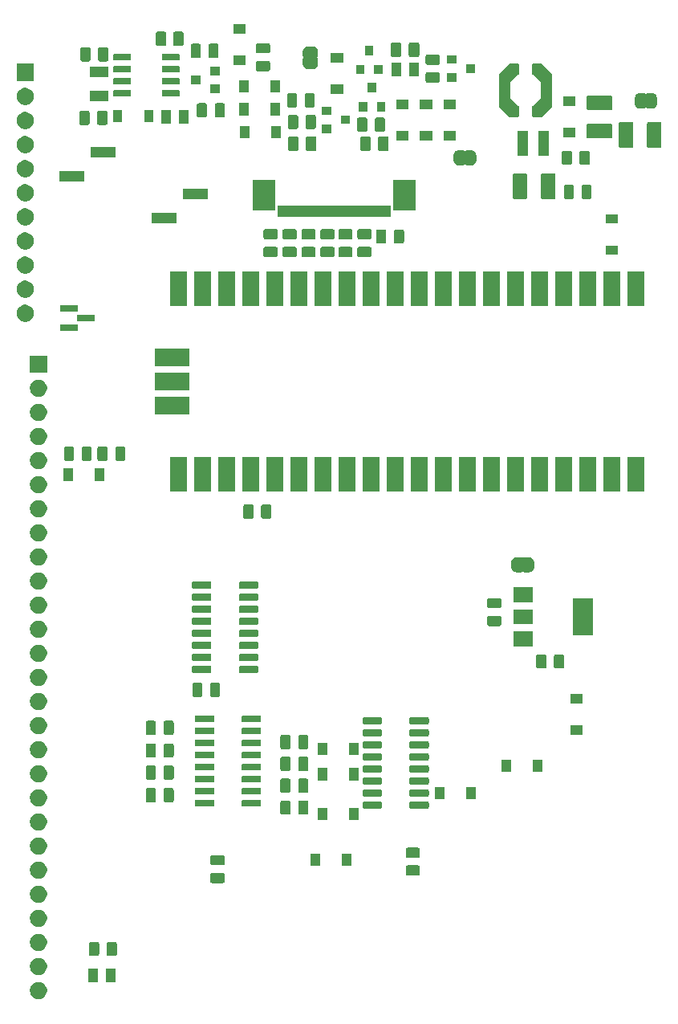
<source format=gbr>
G04 #@! TF.GenerationSoftware,KiCad,Pcbnew,5.1.5+dfsg1-2build2*
G04 #@! TF.CreationDate,2022-09-16T21:23:17+01:00*
G04 #@! TF.ProjectId,psion-org2-main,7073696f-6e2d-46f7-9267-322d6d61696e,rev?*
G04 #@! TF.SameCoordinates,Original*
G04 #@! TF.FileFunction,Soldermask,Bot*
G04 #@! TF.FilePolarity,Negative*
%FSLAX46Y46*%
G04 Gerber Fmt 4.6, Leading zero omitted, Abs format (unit mm)*
G04 Created by KiCad (PCBNEW 5.1.5+dfsg1-2build2) date 2022-09-16 21:23:17*
%MOMM*%
%LPD*%
G04 APERTURE LIST*
%ADD10C,0.100000*%
G04 APERTURE END LIST*
D10*
G36*
X142213512Y-159003927D02*
G01*
X142362812Y-159033624D01*
X142526784Y-159101544D01*
X142674354Y-159200147D01*
X142799853Y-159325646D01*
X142898456Y-159473216D01*
X142966376Y-159637188D01*
X143001000Y-159811259D01*
X143001000Y-159988741D01*
X142966376Y-160162812D01*
X142898456Y-160326784D01*
X142799853Y-160474354D01*
X142674354Y-160599853D01*
X142526784Y-160698456D01*
X142362812Y-160766376D01*
X142213512Y-160796073D01*
X142188742Y-160801000D01*
X142011258Y-160801000D01*
X141986488Y-160796073D01*
X141837188Y-160766376D01*
X141673216Y-160698456D01*
X141525646Y-160599853D01*
X141400147Y-160474354D01*
X141301544Y-160326784D01*
X141233624Y-160162812D01*
X141199000Y-159988741D01*
X141199000Y-159811259D01*
X141233624Y-159637188D01*
X141301544Y-159473216D01*
X141400147Y-159325646D01*
X141525646Y-159200147D01*
X141673216Y-159101544D01*
X141837188Y-159033624D01*
X141986488Y-159003927D01*
X142011258Y-158999000D01*
X142188742Y-158999000D01*
X142213512Y-159003927D01*
G37*
G36*
X150109468Y-157553565D02*
G01*
X150148138Y-157565296D01*
X150183777Y-157584346D01*
X150215017Y-157609983D01*
X150240654Y-157641223D01*
X150259704Y-157676862D01*
X150271435Y-157715532D01*
X150276000Y-157761888D01*
X150276000Y-158838112D01*
X150271435Y-158884468D01*
X150259704Y-158923138D01*
X150240654Y-158958777D01*
X150215017Y-158990017D01*
X150183777Y-159015654D01*
X150148138Y-159034704D01*
X150109468Y-159046435D01*
X150063112Y-159051000D01*
X149411888Y-159051000D01*
X149365532Y-159046435D01*
X149326862Y-159034704D01*
X149291223Y-159015654D01*
X149259983Y-158990017D01*
X149234346Y-158958777D01*
X149215296Y-158923138D01*
X149203565Y-158884468D01*
X149199000Y-158838112D01*
X149199000Y-157761888D01*
X149203565Y-157715532D01*
X149215296Y-157676862D01*
X149234346Y-157641223D01*
X149259983Y-157609983D01*
X149291223Y-157584346D01*
X149326862Y-157565296D01*
X149365532Y-157553565D01*
X149411888Y-157549000D01*
X150063112Y-157549000D01*
X150109468Y-157553565D01*
G37*
G36*
X148234468Y-157553565D02*
G01*
X148273138Y-157565296D01*
X148308777Y-157584346D01*
X148340017Y-157609983D01*
X148365654Y-157641223D01*
X148384704Y-157676862D01*
X148396435Y-157715532D01*
X148401000Y-157761888D01*
X148401000Y-158838112D01*
X148396435Y-158884468D01*
X148384704Y-158923138D01*
X148365654Y-158958777D01*
X148340017Y-158990017D01*
X148308777Y-159015654D01*
X148273138Y-159034704D01*
X148234468Y-159046435D01*
X148188112Y-159051000D01*
X147536888Y-159051000D01*
X147490532Y-159046435D01*
X147451862Y-159034704D01*
X147416223Y-159015654D01*
X147384983Y-158990017D01*
X147359346Y-158958777D01*
X147340296Y-158923138D01*
X147328565Y-158884468D01*
X147324000Y-158838112D01*
X147324000Y-157761888D01*
X147328565Y-157715532D01*
X147340296Y-157676862D01*
X147359346Y-157641223D01*
X147384983Y-157609983D01*
X147416223Y-157584346D01*
X147451862Y-157565296D01*
X147490532Y-157553565D01*
X147536888Y-157549000D01*
X148188112Y-157549000D01*
X148234468Y-157553565D01*
G37*
G36*
X142213512Y-156463927D02*
G01*
X142362812Y-156493624D01*
X142526784Y-156561544D01*
X142674354Y-156660147D01*
X142799853Y-156785646D01*
X142898456Y-156933216D01*
X142966376Y-157097188D01*
X143001000Y-157271259D01*
X143001000Y-157448741D01*
X142966376Y-157622812D01*
X142898456Y-157786784D01*
X142799853Y-157934354D01*
X142674354Y-158059853D01*
X142526784Y-158158456D01*
X142362812Y-158226376D01*
X142213512Y-158256073D01*
X142188742Y-158261000D01*
X142011258Y-158261000D01*
X141986488Y-158256073D01*
X141837188Y-158226376D01*
X141673216Y-158158456D01*
X141525646Y-158059853D01*
X141400147Y-157934354D01*
X141301544Y-157786784D01*
X141233624Y-157622812D01*
X141199000Y-157448741D01*
X141199000Y-157271259D01*
X141233624Y-157097188D01*
X141301544Y-156933216D01*
X141400147Y-156785646D01*
X141525646Y-156660147D01*
X141673216Y-156561544D01*
X141837188Y-156493624D01*
X141986488Y-156463927D01*
X142011258Y-156459000D01*
X142188742Y-156459000D01*
X142213512Y-156463927D01*
G37*
G36*
X148334468Y-154753565D02*
G01*
X148373138Y-154765296D01*
X148408777Y-154784346D01*
X148440017Y-154809983D01*
X148465654Y-154841223D01*
X148484704Y-154876862D01*
X148496435Y-154915532D01*
X148501000Y-154961888D01*
X148501000Y-156038112D01*
X148496435Y-156084468D01*
X148484704Y-156123138D01*
X148465654Y-156158777D01*
X148440017Y-156190017D01*
X148408777Y-156215654D01*
X148373138Y-156234704D01*
X148334468Y-156246435D01*
X148288112Y-156251000D01*
X147636888Y-156251000D01*
X147590532Y-156246435D01*
X147551862Y-156234704D01*
X147516223Y-156215654D01*
X147484983Y-156190017D01*
X147459346Y-156158777D01*
X147440296Y-156123138D01*
X147428565Y-156084468D01*
X147424000Y-156038112D01*
X147424000Y-154961888D01*
X147428565Y-154915532D01*
X147440296Y-154876862D01*
X147459346Y-154841223D01*
X147484983Y-154809983D01*
X147516223Y-154784346D01*
X147551862Y-154765296D01*
X147590532Y-154753565D01*
X147636888Y-154749000D01*
X148288112Y-154749000D01*
X148334468Y-154753565D01*
G37*
G36*
X150209468Y-154753565D02*
G01*
X150248138Y-154765296D01*
X150283777Y-154784346D01*
X150315017Y-154809983D01*
X150340654Y-154841223D01*
X150359704Y-154876862D01*
X150371435Y-154915532D01*
X150376000Y-154961888D01*
X150376000Y-156038112D01*
X150371435Y-156084468D01*
X150359704Y-156123138D01*
X150340654Y-156158777D01*
X150315017Y-156190017D01*
X150283777Y-156215654D01*
X150248138Y-156234704D01*
X150209468Y-156246435D01*
X150163112Y-156251000D01*
X149511888Y-156251000D01*
X149465532Y-156246435D01*
X149426862Y-156234704D01*
X149391223Y-156215654D01*
X149359983Y-156190017D01*
X149334346Y-156158777D01*
X149315296Y-156123138D01*
X149303565Y-156084468D01*
X149299000Y-156038112D01*
X149299000Y-154961888D01*
X149303565Y-154915532D01*
X149315296Y-154876862D01*
X149334346Y-154841223D01*
X149359983Y-154809983D01*
X149391223Y-154784346D01*
X149426862Y-154765296D01*
X149465532Y-154753565D01*
X149511888Y-154749000D01*
X150163112Y-154749000D01*
X150209468Y-154753565D01*
G37*
G36*
X142213512Y-153923927D02*
G01*
X142362812Y-153953624D01*
X142526784Y-154021544D01*
X142674354Y-154120147D01*
X142799853Y-154245646D01*
X142898456Y-154393216D01*
X142966376Y-154557188D01*
X143001000Y-154731259D01*
X143001000Y-154908741D01*
X142966376Y-155082812D01*
X142898456Y-155246784D01*
X142799853Y-155394354D01*
X142674354Y-155519853D01*
X142526784Y-155618456D01*
X142362812Y-155686376D01*
X142213512Y-155716073D01*
X142188742Y-155721000D01*
X142011258Y-155721000D01*
X141986488Y-155716073D01*
X141837188Y-155686376D01*
X141673216Y-155618456D01*
X141525646Y-155519853D01*
X141400147Y-155394354D01*
X141301544Y-155246784D01*
X141233624Y-155082812D01*
X141199000Y-154908741D01*
X141199000Y-154731259D01*
X141233624Y-154557188D01*
X141301544Y-154393216D01*
X141400147Y-154245646D01*
X141525646Y-154120147D01*
X141673216Y-154021544D01*
X141837188Y-153953624D01*
X141986488Y-153923927D01*
X142011258Y-153919000D01*
X142188742Y-153919000D01*
X142213512Y-153923927D01*
G37*
G36*
X142213512Y-151383927D02*
G01*
X142362812Y-151413624D01*
X142526784Y-151481544D01*
X142674354Y-151580147D01*
X142799853Y-151705646D01*
X142898456Y-151853216D01*
X142966376Y-152017188D01*
X143001000Y-152191259D01*
X143001000Y-152368741D01*
X142966376Y-152542812D01*
X142898456Y-152706784D01*
X142799853Y-152854354D01*
X142674354Y-152979853D01*
X142526784Y-153078456D01*
X142362812Y-153146376D01*
X142213512Y-153176073D01*
X142188742Y-153181000D01*
X142011258Y-153181000D01*
X141986488Y-153176073D01*
X141837188Y-153146376D01*
X141673216Y-153078456D01*
X141525646Y-152979853D01*
X141400147Y-152854354D01*
X141301544Y-152706784D01*
X141233624Y-152542812D01*
X141199000Y-152368741D01*
X141199000Y-152191259D01*
X141233624Y-152017188D01*
X141301544Y-151853216D01*
X141400147Y-151705646D01*
X141525646Y-151580147D01*
X141673216Y-151481544D01*
X141837188Y-151413624D01*
X141986488Y-151383927D01*
X142011258Y-151379000D01*
X142188742Y-151379000D01*
X142213512Y-151383927D01*
G37*
G36*
X142213512Y-148843927D02*
G01*
X142362812Y-148873624D01*
X142526784Y-148941544D01*
X142674354Y-149040147D01*
X142799853Y-149165646D01*
X142898456Y-149313216D01*
X142966376Y-149477188D01*
X143001000Y-149651259D01*
X143001000Y-149828741D01*
X142966376Y-150002812D01*
X142898456Y-150166784D01*
X142799853Y-150314354D01*
X142674354Y-150439853D01*
X142526784Y-150538456D01*
X142362812Y-150606376D01*
X142213512Y-150636073D01*
X142188742Y-150641000D01*
X142011258Y-150641000D01*
X141986488Y-150636073D01*
X141837188Y-150606376D01*
X141673216Y-150538456D01*
X141525646Y-150439853D01*
X141400147Y-150314354D01*
X141301544Y-150166784D01*
X141233624Y-150002812D01*
X141199000Y-149828741D01*
X141199000Y-149651259D01*
X141233624Y-149477188D01*
X141301544Y-149313216D01*
X141400147Y-149165646D01*
X141525646Y-149040147D01*
X141673216Y-148941544D01*
X141837188Y-148873624D01*
X141986488Y-148843927D01*
X142011258Y-148839000D01*
X142188742Y-148839000D01*
X142213512Y-148843927D01*
G37*
G36*
X161584468Y-147503565D02*
G01*
X161623138Y-147515296D01*
X161658777Y-147534346D01*
X161690017Y-147559983D01*
X161715654Y-147591223D01*
X161734704Y-147626862D01*
X161746435Y-147665532D01*
X161751000Y-147711888D01*
X161751000Y-148363112D01*
X161746435Y-148409468D01*
X161734704Y-148448138D01*
X161715654Y-148483777D01*
X161690017Y-148515017D01*
X161658777Y-148540654D01*
X161623138Y-148559704D01*
X161584468Y-148571435D01*
X161538112Y-148576000D01*
X160461888Y-148576000D01*
X160415532Y-148571435D01*
X160376862Y-148559704D01*
X160341223Y-148540654D01*
X160309983Y-148515017D01*
X160284346Y-148483777D01*
X160265296Y-148448138D01*
X160253565Y-148409468D01*
X160249000Y-148363112D01*
X160249000Y-147711888D01*
X160253565Y-147665532D01*
X160265296Y-147626862D01*
X160284346Y-147591223D01*
X160309983Y-147559983D01*
X160341223Y-147534346D01*
X160376862Y-147515296D01*
X160415532Y-147503565D01*
X160461888Y-147499000D01*
X161538112Y-147499000D01*
X161584468Y-147503565D01*
G37*
G36*
X142213512Y-146303927D02*
G01*
X142362812Y-146333624D01*
X142526784Y-146401544D01*
X142674354Y-146500147D01*
X142799853Y-146625646D01*
X142898456Y-146773216D01*
X142966376Y-146937188D01*
X143001000Y-147111259D01*
X143001000Y-147288741D01*
X142966376Y-147462812D01*
X142898456Y-147626784D01*
X142799853Y-147774354D01*
X142674354Y-147899853D01*
X142526784Y-147998456D01*
X142362812Y-148066376D01*
X142213512Y-148096073D01*
X142188742Y-148101000D01*
X142011258Y-148101000D01*
X141986488Y-148096073D01*
X141837188Y-148066376D01*
X141673216Y-147998456D01*
X141525646Y-147899853D01*
X141400147Y-147774354D01*
X141301544Y-147626784D01*
X141233624Y-147462812D01*
X141199000Y-147288741D01*
X141199000Y-147111259D01*
X141233624Y-146937188D01*
X141301544Y-146773216D01*
X141400147Y-146625646D01*
X141525646Y-146500147D01*
X141673216Y-146401544D01*
X141837188Y-146333624D01*
X141986488Y-146303927D01*
X142011258Y-146299000D01*
X142188742Y-146299000D01*
X142213512Y-146303927D01*
G37*
G36*
X182184468Y-146703565D02*
G01*
X182223138Y-146715296D01*
X182258777Y-146734346D01*
X182290017Y-146759983D01*
X182315654Y-146791223D01*
X182334704Y-146826862D01*
X182346435Y-146865532D01*
X182351000Y-146911888D01*
X182351000Y-147563112D01*
X182346435Y-147609468D01*
X182334704Y-147648138D01*
X182315654Y-147683777D01*
X182290017Y-147715017D01*
X182258777Y-147740654D01*
X182223138Y-147759704D01*
X182184468Y-147771435D01*
X182138112Y-147776000D01*
X181061888Y-147776000D01*
X181015532Y-147771435D01*
X180976862Y-147759704D01*
X180941223Y-147740654D01*
X180909983Y-147715017D01*
X180884346Y-147683777D01*
X180865296Y-147648138D01*
X180853565Y-147609468D01*
X180849000Y-147563112D01*
X180849000Y-146911888D01*
X180853565Y-146865532D01*
X180865296Y-146826862D01*
X180884346Y-146791223D01*
X180909983Y-146759983D01*
X180941223Y-146734346D01*
X180976862Y-146715296D01*
X181015532Y-146703565D01*
X181061888Y-146699000D01*
X182138112Y-146699000D01*
X182184468Y-146703565D01*
G37*
G36*
X175151000Y-146751000D02*
G01*
X174149000Y-146751000D01*
X174149000Y-145449000D01*
X175151000Y-145449000D01*
X175151000Y-146751000D01*
G37*
G36*
X171851000Y-146751000D02*
G01*
X170849000Y-146751000D01*
X170849000Y-145449000D01*
X171851000Y-145449000D01*
X171851000Y-146751000D01*
G37*
G36*
X161584468Y-145628565D02*
G01*
X161623138Y-145640296D01*
X161658777Y-145659346D01*
X161690017Y-145684983D01*
X161715654Y-145716223D01*
X161734704Y-145751862D01*
X161746435Y-145790532D01*
X161751000Y-145836888D01*
X161751000Y-146488112D01*
X161746435Y-146534468D01*
X161734704Y-146573138D01*
X161715654Y-146608777D01*
X161690017Y-146640017D01*
X161658777Y-146665654D01*
X161623138Y-146684704D01*
X161584468Y-146696435D01*
X161538112Y-146701000D01*
X160461888Y-146701000D01*
X160415532Y-146696435D01*
X160376862Y-146684704D01*
X160341223Y-146665654D01*
X160309983Y-146640017D01*
X160284346Y-146608777D01*
X160265296Y-146573138D01*
X160253565Y-146534468D01*
X160249000Y-146488112D01*
X160249000Y-145836888D01*
X160253565Y-145790532D01*
X160265296Y-145751862D01*
X160284346Y-145716223D01*
X160309983Y-145684983D01*
X160341223Y-145659346D01*
X160376862Y-145640296D01*
X160415532Y-145628565D01*
X160461888Y-145624000D01*
X161538112Y-145624000D01*
X161584468Y-145628565D01*
G37*
G36*
X182184468Y-144828565D02*
G01*
X182223138Y-144840296D01*
X182258777Y-144859346D01*
X182290017Y-144884983D01*
X182315654Y-144916223D01*
X182334704Y-144951862D01*
X182346435Y-144990532D01*
X182351000Y-145036888D01*
X182351000Y-145688112D01*
X182346435Y-145734468D01*
X182334704Y-145773138D01*
X182315654Y-145808777D01*
X182290017Y-145840017D01*
X182258777Y-145865654D01*
X182223138Y-145884704D01*
X182184468Y-145896435D01*
X182138112Y-145901000D01*
X181061888Y-145901000D01*
X181015532Y-145896435D01*
X180976862Y-145884704D01*
X180941223Y-145865654D01*
X180909983Y-145840017D01*
X180884346Y-145808777D01*
X180865296Y-145773138D01*
X180853565Y-145734468D01*
X180849000Y-145688112D01*
X180849000Y-145036888D01*
X180853565Y-144990532D01*
X180865296Y-144951862D01*
X180884346Y-144916223D01*
X180909983Y-144884983D01*
X180941223Y-144859346D01*
X180976862Y-144840296D01*
X181015532Y-144828565D01*
X181061888Y-144824000D01*
X182138112Y-144824000D01*
X182184468Y-144828565D01*
G37*
G36*
X142213512Y-143763927D02*
G01*
X142362812Y-143793624D01*
X142526784Y-143861544D01*
X142674354Y-143960147D01*
X142799853Y-144085646D01*
X142898456Y-144233216D01*
X142966376Y-144397188D01*
X143001000Y-144571259D01*
X143001000Y-144748741D01*
X142966376Y-144922812D01*
X142898456Y-145086784D01*
X142799853Y-145234354D01*
X142674354Y-145359853D01*
X142526784Y-145458456D01*
X142362812Y-145526376D01*
X142213512Y-145556073D01*
X142188742Y-145561000D01*
X142011258Y-145561000D01*
X141986488Y-145556073D01*
X141837188Y-145526376D01*
X141673216Y-145458456D01*
X141525646Y-145359853D01*
X141400147Y-145234354D01*
X141301544Y-145086784D01*
X141233624Y-144922812D01*
X141199000Y-144748741D01*
X141199000Y-144571259D01*
X141233624Y-144397188D01*
X141301544Y-144233216D01*
X141400147Y-144085646D01*
X141525646Y-143960147D01*
X141673216Y-143861544D01*
X141837188Y-143793624D01*
X141986488Y-143763927D01*
X142011258Y-143759000D01*
X142188742Y-143759000D01*
X142213512Y-143763927D01*
G37*
G36*
X142209545Y-141223138D02*
G01*
X142362812Y-141253624D01*
X142526784Y-141321544D01*
X142674354Y-141420147D01*
X142799853Y-141545646D01*
X142898456Y-141693216D01*
X142966376Y-141857188D01*
X143001000Y-142031259D01*
X143001000Y-142208741D01*
X142966376Y-142382812D01*
X142898456Y-142546784D01*
X142799853Y-142694354D01*
X142674354Y-142819853D01*
X142526784Y-142918456D01*
X142362812Y-142986376D01*
X142213512Y-143016073D01*
X142188742Y-143021000D01*
X142011258Y-143021000D01*
X141986488Y-143016073D01*
X141837188Y-142986376D01*
X141673216Y-142918456D01*
X141525646Y-142819853D01*
X141400147Y-142694354D01*
X141301544Y-142546784D01*
X141233624Y-142382812D01*
X141199000Y-142208741D01*
X141199000Y-142031259D01*
X141233624Y-141857188D01*
X141301544Y-141693216D01*
X141400147Y-141545646D01*
X141525646Y-141420147D01*
X141673216Y-141321544D01*
X141837188Y-141253624D01*
X141990455Y-141223138D01*
X142011258Y-141219000D01*
X142188742Y-141219000D01*
X142209545Y-141223138D01*
G37*
G36*
X175851000Y-141951000D02*
G01*
X174849000Y-141951000D01*
X174849000Y-140649000D01*
X175851000Y-140649000D01*
X175851000Y-141951000D01*
G37*
G36*
X172551000Y-141951000D02*
G01*
X171549000Y-141951000D01*
X171549000Y-140649000D01*
X172551000Y-140649000D01*
X172551000Y-141951000D01*
G37*
G36*
X170409468Y-139853565D02*
G01*
X170448138Y-139865296D01*
X170483777Y-139884346D01*
X170515017Y-139909983D01*
X170540654Y-139941223D01*
X170559704Y-139976862D01*
X170571435Y-140015532D01*
X170576000Y-140061888D01*
X170576000Y-141138112D01*
X170571435Y-141184468D01*
X170559704Y-141223138D01*
X170540654Y-141258777D01*
X170515017Y-141290017D01*
X170483777Y-141315654D01*
X170448138Y-141334704D01*
X170409468Y-141346435D01*
X170363112Y-141351000D01*
X169711888Y-141351000D01*
X169665532Y-141346435D01*
X169626862Y-141334704D01*
X169591223Y-141315654D01*
X169559983Y-141290017D01*
X169534346Y-141258777D01*
X169515296Y-141223138D01*
X169503565Y-141184468D01*
X169499000Y-141138112D01*
X169499000Y-140061888D01*
X169503565Y-140015532D01*
X169515296Y-139976862D01*
X169534346Y-139941223D01*
X169559983Y-139909983D01*
X169591223Y-139884346D01*
X169626862Y-139865296D01*
X169665532Y-139853565D01*
X169711888Y-139849000D01*
X170363112Y-139849000D01*
X170409468Y-139853565D01*
G37*
G36*
X168534468Y-139853565D02*
G01*
X168573138Y-139865296D01*
X168608777Y-139884346D01*
X168640017Y-139909983D01*
X168665654Y-139941223D01*
X168684704Y-139976862D01*
X168696435Y-140015532D01*
X168701000Y-140061888D01*
X168701000Y-141138112D01*
X168696435Y-141184468D01*
X168684704Y-141223138D01*
X168665654Y-141258777D01*
X168640017Y-141290017D01*
X168608777Y-141315654D01*
X168573138Y-141334704D01*
X168534468Y-141346435D01*
X168488112Y-141351000D01*
X167836888Y-141351000D01*
X167790532Y-141346435D01*
X167751862Y-141334704D01*
X167716223Y-141315654D01*
X167684983Y-141290017D01*
X167659346Y-141258777D01*
X167640296Y-141223138D01*
X167628565Y-141184468D01*
X167624000Y-141138112D01*
X167624000Y-140061888D01*
X167628565Y-140015532D01*
X167640296Y-139976862D01*
X167659346Y-139941223D01*
X167684983Y-139909983D01*
X167716223Y-139884346D01*
X167751862Y-139865296D01*
X167790532Y-139853565D01*
X167836888Y-139849000D01*
X168488112Y-139849000D01*
X168534468Y-139853565D01*
G37*
G36*
X183209928Y-139996764D02*
G01*
X183231009Y-140003160D01*
X183250445Y-140013548D01*
X183267476Y-140027524D01*
X183281452Y-140044555D01*
X183291840Y-140063991D01*
X183298236Y-140085072D01*
X183301000Y-140113140D01*
X183301000Y-140576860D01*
X183298236Y-140604928D01*
X183291840Y-140626009D01*
X183281452Y-140645445D01*
X183267476Y-140662476D01*
X183250445Y-140676452D01*
X183231009Y-140686840D01*
X183209928Y-140693236D01*
X183181860Y-140696000D01*
X181368140Y-140696000D01*
X181340072Y-140693236D01*
X181318991Y-140686840D01*
X181299555Y-140676452D01*
X181282524Y-140662476D01*
X181268548Y-140645445D01*
X181258160Y-140626009D01*
X181251764Y-140604928D01*
X181249000Y-140576860D01*
X181249000Y-140113140D01*
X181251764Y-140085072D01*
X181258160Y-140063991D01*
X181268548Y-140044555D01*
X181282524Y-140027524D01*
X181299555Y-140013548D01*
X181318991Y-140003160D01*
X181340072Y-139996764D01*
X181368140Y-139994000D01*
X183181860Y-139994000D01*
X183209928Y-139996764D01*
G37*
G36*
X178259928Y-139996764D02*
G01*
X178281009Y-140003160D01*
X178300445Y-140013548D01*
X178317476Y-140027524D01*
X178331452Y-140044555D01*
X178341840Y-140063991D01*
X178348236Y-140085072D01*
X178351000Y-140113140D01*
X178351000Y-140576860D01*
X178348236Y-140604928D01*
X178341840Y-140626009D01*
X178331452Y-140645445D01*
X178317476Y-140662476D01*
X178300445Y-140676452D01*
X178281009Y-140686840D01*
X178259928Y-140693236D01*
X178231860Y-140696000D01*
X176418140Y-140696000D01*
X176390072Y-140693236D01*
X176368991Y-140686840D01*
X176349555Y-140676452D01*
X176332524Y-140662476D01*
X176318548Y-140645445D01*
X176308160Y-140626009D01*
X176301764Y-140604928D01*
X176299000Y-140576860D01*
X176299000Y-140113140D01*
X176301764Y-140085072D01*
X176308160Y-140063991D01*
X176318548Y-140044555D01*
X176332524Y-140027524D01*
X176349555Y-140013548D01*
X176368991Y-140003160D01*
X176390072Y-139996764D01*
X176418140Y-139994000D01*
X178231860Y-139994000D01*
X178259928Y-139996764D01*
G37*
G36*
X160559928Y-139796764D02*
G01*
X160581009Y-139803160D01*
X160600445Y-139813548D01*
X160617476Y-139827524D01*
X160631452Y-139844555D01*
X160641840Y-139863991D01*
X160648236Y-139885072D01*
X160651000Y-139913140D01*
X160651000Y-140376860D01*
X160648236Y-140404928D01*
X160641840Y-140426009D01*
X160631452Y-140445445D01*
X160617476Y-140462476D01*
X160600445Y-140476452D01*
X160581009Y-140486840D01*
X160559928Y-140493236D01*
X160531860Y-140496000D01*
X158718140Y-140496000D01*
X158690072Y-140493236D01*
X158668991Y-140486840D01*
X158649555Y-140476452D01*
X158632524Y-140462476D01*
X158618548Y-140445445D01*
X158608160Y-140426009D01*
X158601764Y-140404928D01*
X158599000Y-140376860D01*
X158599000Y-139913140D01*
X158601764Y-139885072D01*
X158608160Y-139863991D01*
X158618548Y-139844555D01*
X158632524Y-139827524D01*
X158649555Y-139813548D01*
X158668991Y-139803160D01*
X158690072Y-139796764D01*
X158718140Y-139794000D01*
X160531860Y-139794000D01*
X160559928Y-139796764D01*
G37*
G36*
X165509928Y-139796764D02*
G01*
X165531009Y-139803160D01*
X165550445Y-139813548D01*
X165567476Y-139827524D01*
X165581452Y-139844555D01*
X165591840Y-139863991D01*
X165598236Y-139885072D01*
X165601000Y-139913140D01*
X165601000Y-140376860D01*
X165598236Y-140404928D01*
X165591840Y-140426009D01*
X165581452Y-140445445D01*
X165567476Y-140462476D01*
X165550445Y-140476452D01*
X165531009Y-140486840D01*
X165509928Y-140493236D01*
X165481860Y-140496000D01*
X163668140Y-140496000D01*
X163640072Y-140493236D01*
X163618991Y-140486840D01*
X163599555Y-140476452D01*
X163582524Y-140462476D01*
X163568548Y-140445445D01*
X163558160Y-140426009D01*
X163551764Y-140404928D01*
X163549000Y-140376860D01*
X163549000Y-139913140D01*
X163551764Y-139885072D01*
X163558160Y-139863991D01*
X163568548Y-139844555D01*
X163582524Y-139827524D01*
X163599555Y-139813548D01*
X163618991Y-139803160D01*
X163640072Y-139796764D01*
X163668140Y-139794000D01*
X165481860Y-139794000D01*
X165509928Y-139796764D01*
G37*
G36*
X142213512Y-138683927D02*
G01*
X142362812Y-138713624D01*
X142526784Y-138781544D01*
X142674354Y-138880147D01*
X142799853Y-139005646D01*
X142898456Y-139153216D01*
X142966376Y-139317188D01*
X143001000Y-139491259D01*
X143001000Y-139668741D01*
X142966376Y-139842812D01*
X142898456Y-140006784D01*
X142799853Y-140154354D01*
X142674354Y-140279853D01*
X142526784Y-140378456D01*
X142362812Y-140446376D01*
X142213512Y-140476073D01*
X142188742Y-140481000D01*
X142011258Y-140481000D01*
X141986488Y-140476073D01*
X141837188Y-140446376D01*
X141673216Y-140378456D01*
X141525646Y-140279853D01*
X141400147Y-140154354D01*
X141301544Y-140006784D01*
X141233624Y-139842812D01*
X141199000Y-139668741D01*
X141199000Y-139491259D01*
X141233624Y-139317188D01*
X141301544Y-139153216D01*
X141400147Y-139005646D01*
X141525646Y-138880147D01*
X141673216Y-138781544D01*
X141837188Y-138713624D01*
X141986488Y-138683927D01*
X142011258Y-138679000D01*
X142188742Y-138679000D01*
X142213512Y-138683927D01*
G37*
G36*
X156209468Y-138553565D02*
G01*
X156248138Y-138565296D01*
X156283777Y-138584346D01*
X156315017Y-138609983D01*
X156340654Y-138641223D01*
X156359704Y-138676862D01*
X156371435Y-138715532D01*
X156376000Y-138761888D01*
X156376000Y-139838112D01*
X156371435Y-139884468D01*
X156359704Y-139923138D01*
X156340654Y-139958777D01*
X156315017Y-139990017D01*
X156283777Y-140015654D01*
X156248138Y-140034704D01*
X156209468Y-140046435D01*
X156163112Y-140051000D01*
X155511888Y-140051000D01*
X155465532Y-140046435D01*
X155426862Y-140034704D01*
X155391223Y-140015654D01*
X155359983Y-139990017D01*
X155334346Y-139958777D01*
X155315296Y-139923138D01*
X155303565Y-139884468D01*
X155299000Y-139838112D01*
X155299000Y-138761888D01*
X155303565Y-138715532D01*
X155315296Y-138676862D01*
X155334346Y-138641223D01*
X155359983Y-138609983D01*
X155391223Y-138584346D01*
X155426862Y-138565296D01*
X155465532Y-138553565D01*
X155511888Y-138549000D01*
X156163112Y-138549000D01*
X156209468Y-138553565D01*
G37*
G36*
X154334468Y-138553565D02*
G01*
X154373138Y-138565296D01*
X154408777Y-138584346D01*
X154440017Y-138609983D01*
X154465654Y-138641223D01*
X154484704Y-138676862D01*
X154496435Y-138715532D01*
X154501000Y-138761888D01*
X154501000Y-139838112D01*
X154496435Y-139884468D01*
X154484704Y-139923138D01*
X154465654Y-139958777D01*
X154440017Y-139990017D01*
X154408777Y-140015654D01*
X154373138Y-140034704D01*
X154334468Y-140046435D01*
X154288112Y-140051000D01*
X153636888Y-140051000D01*
X153590532Y-140046435D01*
X153551862Y-140034704D01*
X153516223Y-140015654D01*
X153484983Y-139990017D01*
X153459346Y-139958777D01*
X153440296Y-139923138D01*
X153428565Y-139884468D01*
X153424000Y-139838112D01*
X153424000Y-138761888D01*
X153428565Y-138715532D01*
X153440296Y-138676862D01*
X153459346Y-138641223D01*
X153484983Y-138609983D01*
X153516223Y-138584346D01*
X153551862Y-138565296D01*
X153590532Y-138553565D01*
X153636888Y-138549000D01*
X154288112Y-138549000D01*
X154334468Y-138553565D01*
G37*
G36*
X184951000Y-139751000D02*
G01*
X183949000Y-139751000D01*
X183949000Y-138449000D01*
X184951000Y-138449000D01*
X184951000Y-139751000D01*
G37*
G36*
X188251000Y-139751000D02*
G01*
X187249000Y-139751000D01*
X187249000Y-138449000D01*
X188251000Y-138449000D01*
X188251000Y-139751000D01*
G37*
G36*
X183209928Y-138726764D02*
G01*
X183231009Y-138733160D01*
X183250445Y-138743548D01*
X183267476Y-138757524D01*
X183281452Y-138774555D01*
X183291840Y-138793991D01*
X183298236Y-138815072D01*
X183301000Y-138843140D01*
X183301000Y-139306860D01*
X183298236Y-139334928D01*
X183291840Y-139356009D01*
X183281452Y-139375445D01*
X183267476Y-139392476D01*
X183250445Y-139406452D01*
X183231009Y-139416840D01*
X183209928Y-139423236D01*
X183181860Y-139426000D01*
X181368140Y-139426000D01*
X181340072Y-139423236D01*
X181318991Y-139416840D01*
X181299555Y-139406452D01*
X181282524Y-139392476D01*
X181268548Y-139375445D01*
X181258160Y-139356009D01*
X181251764Y-139334928D01*
X181249000Y-139306860D01*
X181249000Y-138843140D01*
X181251764Y-138815072D01*
X181258160Y-138793991D01*
X181268548Y-138774555D01*
X181282524Y-138757524D01*
X181299555Y-138743548D01*
X181318991Y-138733160D01*
X181340072Y-138726764D01*
X181368140Y-138724000D01*
X183181860Y-138724000D01*
X183209928Y-138726764D01*
G37*
G36*
X178259928Y-138726764D02*
G01*
X178281009Y-138733160D01*
X178300445Y-138743548D01*
X178317476Y-138757524D01*
X178331452Y-138774555D01*
X178341840Y-138793991D01*
X178348236Y-138815072D01*
X178351000Y-138843140D01*
X178351000Y-139306860D01*
X178348236Y-139334928D01*
X178341840Y-139356009D01*
X178331452Y-139375445D01*
X178317476Y-139392476D01*
X178300445Y-139406452D01*
X178281009Y-139416840D01*
X178259928Y-139423236D01*
X178231860Y-139426000D01*
X176418140Y-139426000D01*
X176390072Y-139423236D01*
X176368991Y-139416840D01*
X176349555Y-139406452D01*
X176332524Y-139392476D01*
X176318548Y-139375445D01*
X176308160Y-139356009D01*
X176301764Y-139334928D01*
X176299000Y-139306860D01*
X176299000Y-138843140D01*
X176301764Y-138815072D01*
X176308160Y-138793991D01*
X176318548Y-138774555D01*
X176332524Y-138757524D01*
X176349555Y-138743548D01*
X176368991Y-138733160D01*
X176390072Y-138726764D01*
X176418140Y-138724000D01*
X178231860Y-138724000D01*
X178259928Y-138726764D01*
G37*
G36*
X160559928Y-138526764D02*
G01*
X160581009Y-138533160D01*
X160600445Y-138543548D01*
X160617476Y-138557524D01*
X160631452Y-138574555D01*
X160641840Y-138593991D01*
X160648236Y-138615072D01*
X160651000Y-138643140D01*
X160651000Y-139106860D01*
X160648236Y-139134928D01*
X160641840Y-139156009D01*
X160631452Y-139175445D01*
X160617476Y-139192476D01*
X160600445Y-139206452D01*
X160581009Y-139216840D01*
X160559928Y-139223236D01*
X160531860Y-139226000D01*
X158718140Y-139226000D01*
X158690072Y-139223236D01*
X158668991Y-139216840D01*
X158649555Y-139206452D01*
X158632524Y-139192476D01*
X158618548Y-139175445D01*
X158608160Y-139156009D01*
X158601764Y-139134928D01*
X158599000Y-139106860D01*
X158599000Y-138643140D01*
X158601764Y-138615072D01*
X158608160Y-138593991D01*
X158618548Y-138574555D01*
X158632524Y-138557524D01*
X158649555Y-138543548D01*
X158668991Y-138533160D01*
X158690072Y-138526764D01*
X158718140Y-138524000D01*
X160531860Y-138524000D01*
X160559928Y-138526764D01*
G37*
G36*
X165509928Y-138526764D02*
G01*
X165531009Y-138533160D01*
X165550445Y-138543548D01*
X165567476Y-138557524D01*
X165581452Y-138574555D01*
X165591840Y-138593991D01*
X165598236Y-138615072D01*
X165601000Y-138643140D01*
X165601000Y-139106860D01*
X165598236Y-139134928D01*
X165591840Y-139156009D01*
X165581452Y-139175445D01*
X165567476Y-139192476D01*
X165550445Y-139206452D01*
X165531009Y-139216840D01*
X165509928Y-139223236D01*
X165481860Y-139226000D01*
X163668140Y-139226000D01*
X163640072Y-139223236D01*
X163618991Y-139216840D01*
X163599555Y-139206452D01*
X163582524Y-139192476D01*
X163568548Y-139175445D01*
X163558160Y-139156009D01*
X163551764Y-139134928D01*
X163549000Y-139106860D01*
X163549000Y-138643140D01*
X163551764Y-138615072D01*
X163558160Y-138593991D01*
X163568548Y-138574555D01*
X163582524Y-138557524D01*
X163599555Y-138543548D01*
X163618991Y-138533160D01*
X163640072Y-138526764D01*
X163668140Y-138524000D01*
X165481860Y-138524000D01*
X165509928Y-138526764D01*
G37*
G36*
X170409468Y-137553565D02*
G01*
X170448138Y-137565296D01*
X170483777Y-137584346D01*
X170515017Y-137609983D01*
X170540654Y-137641223D01*
X170559704Y-137676862D01*
X170571435Y-137715532D01*
X170576000Y-137761888D01*
X170576000Y-138838112D01*
X170571435Y-138884468D01*
X170559704Y-138923138D01*
X170540654Y-138958777D01*
X170515017Y-138990017D01*
X170483777Y-139015654D01*
X170448138Y-139034704D01*
X170409468Y-139046435D01*
X170363112Y-139051000D01*
X169711888Y-139051000D01*
X169665532Y-139046435D01*
X169626862Y-139034704D01*
X169591223Y-139015654D01*
X169559983Y-138990017D01*
X169534346Y-138958777D01*
X169515296Y-138923138D01*
X169503565Y-138884468D01*
X169499000Y-138838112D01*
X169499000Y-137761888D01*
X169503565Y-137715532D01*
X169515296Y-137676862D01*
X169534346Y-137641223D01*
X169559983Y-137609983D01*
X169591223Y-137584346D01*
X169626862Y-137565296D01*
X169665532Y-137553565D01*
X169711888Y-137549000D01*
X170363112Y-137549000D01*
X170409468Y-137553565D01*
G37*
G36*
X168534468Y-137553565D02*
G01*
X168573138Y-137565296D01*
X168608777Y-137584346D01*
X168640017Y-137609983D01*
X168665654Y-137641223D01*
X168684704Y-137676862D01*
X168696435Y-137715532D01*
X168701000Y-137761888D01*
X168701000Y-138838112D01*
X168696435Y-138884468D01*
X168684704Y-138923138D01*
X168665654Y-138958777D01*
X168640017Y-138990017D01*
X168608777Y-139015654D01*
X168573138Y-139034704D01*
X168534468Y-139046435D01*
X168488112Y-139051000D01*
X167836888Y-139051000D01*
X167790532Y-139046435D01*
X167751862Y-139034704D01*
X167716223Y-139015654D01*
X167684983Y-138990017D01*
X167659346Y-138958777D01*
X167640296Y-138923138D01*
X167628565Y-138884468D01*
X167624000Y-138838112D01*
X167624000Y-137761888D01*
X167628565Y-137715532D01*
X167640296Y-137676862D01*
X167659346Y-137641223D01*
X167684983Y-137609983D01*
X167716223Y-137584346D01*
X167751862Y-137565296D01*
X167790532Y-137553565D01*
X167836888Y-137549000D01*
X168488112Y-137549000D01*
X168534468Y-137553565D01*
G37*
G36*
X183209928Y-137456764D02*
G01*
X183231009Y-137463160D01*
X183250445Y-137473548D01*
X183267476Y-137487524D01*
X183281452Y-137504555D01*
X183291840Y-137523991D01*
X183298236Y-137545072D01*
X183301000Y-137573140D01*
X183301000Y-138036860D01*
X183298236Y-138064928D01*
X183291840Y-138086009D01*
X183281452Y-138105445D01*
X183267476Y-138122476D01*
X183250445Y-138136452D01*
X183231009Y-138146840D01*
X183209928Y-138153236D01*
X183181860Y-138156000D01*
X181368140Y-138156000D01*
X181340072Y-138153236D01*
X181318991Y-138146840D01*
X181299555Y-138136452D01*
X181282524Y-138122476D01*
X181268548Y-138105445D01*
X181258160Y-138086009D01*
X181251764Y-138064928D01*
X181249000Y-138036860D01*
X181249000Y-137573140D01*
X181251764Y-137545072D01*
X181258160Y-137523991D01*
X181268548Y-137504555D01*
X181282524Y-137487524D01*
X181299555Y-137473548D01*
X181318991Y-137463160D01*
X181340072Y-137456764D01*
X181368140Y-137454000D01*
X183181860Y-137454000D01*
X183209928Y-137456764D01*
G37*
G36*
X178259928Y-137456764D02*
G01*
X178281009Y-137463160D01*
X178300445Y-137473548D01*
X178317476Y-137487524D01*
X178331452Y-137504555D01*
X178341840Y-137523991D01*
X178348236Y-137545072D01*
X178351000Y-137573140D01*
X178351000Y-138036860D01*
X178348236Y-138064928D01*
X178341840Y-138086009D01*
X178331452Y-138105445D01*
X178317476Y-138122476D01*
X178300445Y-138136452D01*
X178281009Y-138146840D01*
X178259928Y-138153236D01*
X178231860Y-138156000D01*
X176418140Y-138156000D01*
X176390072Y-138153236D01*
X176368991Y-138146840D01*
X176349555Y-138136452D01*
X176332524Y-138122476D01*
X176318548Y-138105445D01*
X176308160Y-138086009D01*
X176301764Y-138064928D01*
X176299000Y-138036860D01*
X176299000Y-137573140D01*
X176301764Y-137545072D01*
X176308160Y-137523991D01*
X176318548Y-137504555D01*
X176332524Y-137487524D01*
X176349555Y-137473548D01*
X176368991Y-137463160D01*
X176390072Y-137456764D01*
X176418140Y-137454000D01*
X178231860Y-137454000D01*
X178259928Y-137456764D01*
G37*
G36*
X165509928Y-137256764D02*
G01*
X165531009Y-137263160D01*
X165550445Y-137273548D01*
X165567476Y-137287524D01*
X165581452Y-137304555D01*
X165591840Y-137323991D01*
X165598236Y-137345072D01*
X165601000Y-137373140D01*
X165601000Y-137836860D01*
X165598236Y-137864928D01*
X165591840Y-137886009D01*
X165581452Y-137905445D01*
X165567476Y-137922476D01*
X165550445Y-137936452D01*
X165531009Y-137946840D01*
X165509928Y-137953236D01*
X165481860Y-137956000D01*
X163668140Y-137956000D01*
X163640072Y-137953236D01*
X163618991Y-137946840D01*
X163599555Y-137936452D01*
X163582524Y-137922476D01*
X163568548Y-137905445D01*
X163558160Y-137886009D01*
X163551764Y-137864928D01*
X163549000Y-137836860D01*
X163549000Y-137373140D01*
X163551764Y-137345072D01*
X163558160Y-137323991D01*
X163568548Y-137304555D01*
X163582524Y-137287524D01*
X163599555Y-137273548D01*
X163618991Y-137263160D01*
X163640072Y-137256764D01*
X163668140Y-137254000D01*
X165481860Y-137254000D01*
X165509928Y-137256764D01*
G37*
G36*
X160559928Y-137256764D02*
G01*
X160581009Y-137263160D01*
X160600445Y-137273548D01*
X160617476Y-137287524D01*
X160631452Y-137304555D01*
X160641840Y-137323991D01*
X160648236Y-137345072D01*
X160651000Y-137373140D01*
X160651000Y-137836860D01*
X160648236Y-137864928D01*
X160641840Y-137886009D01*
X160631452Y-137905445D01*
X160617476Y-137922476D01*
X160600445Y-137936452D01*
X160581009Y-137946840D01*
X160559928Y-137953236D01*
X160531860Y-137956000D01*
X158718140Y-137956000D01*
X158690072Y-137953236D01*
X158668991Y-137946840D01*
X158649555Y-137936452D01*
X158632524Y-137922476D01*
X158618548Y-137905445D01*
X158608160Y-137886009D01*
X158601764Y-137864928D01*
X158599000Y-137836860D01*
X158599000Y-137373140D01*
X158601764Y-137345072D01*
X158608160Y-137323991D01*
X158618548Y-137304555D01*
X158632524Y-137287524D01*
X158649555Y-137273548D01*
X158668991Y-137263160D01*
X158690072Y-137256764D01*
X158718140Y-137254000D01*
X160531860Y-137254000D01*
X160559928Y-137256764D01*
G37*
G36*
X142213512Y-136143927D02*
G01*
X142362812Y-136173624D01*
X142526784Y-136241544D01*
X142674354Y-136340147D01*
X142799853Y-136465646D01*
X142898456Y-136613216D01*
X142966376Y-136777188D01*
X143001000Y-136951259D01*
X143001000Y-137128741D01*
X142966376Y-137302812D01*
X142898456Y-137466784D01*
X142799853Y-137614354D01*
X142674354Y-137739853D01*
X142526784Y-137838456D01*
X142362812Y-137906376D01*
X142213512Y-137936073D01*
X142188742Y-137941000D01*
X142011258Y-137941000D01*
X141986488Y-137936073D01*
X141837188Y-137906376D01*
X141673216Y-137838456D01*
X141525646Y-137739853D01*
X141400147Y-137614354D01*
X141301544Y-137466784D01*
X141233624Y-137302812D01*
X141199000Y-137128741D01*
X141199000Y-136951259D01*
X141233624Y-136777188D01*
X141301544Y-136613216D01*
X141400147Y-136465646D01*
X141525646Y-136340147D01*
X141673216Y-136241544D01*
X141837188Y-136173624D01*
X141986488Y-136143927D01*
X142011258Y-136139000D01*
X142188742Y-136139000D01*
X142213512Y-136143927D01*
G37*
G36*
X172551000Y-137751000D02*
G01*
X171549000Y-137751000D01*
X171549000Y-136449000D01*
X172551000Y-136449000D01*
X172551000Y-137751000D01*
G37*
G36*
X175851000Y-137751000D02*
G01*
X174849000Y-137751000D01*
X174849000Y-136449000D01*
X175851000Y-136449000D01*
X175851000Y-137751000D01*
G37*
G36*
X154334468Y-136153565D02*
G01*
X154373138Y-136165296D01*
X154408777Y-136184346D01*
X154440017Y-136209983D01*
X154465654Y-136241223D01*
X154484704Y-136276862D01*
X154496435Y-136315532D01*
X154501000Y-136361888D01*
X154501000Y-137438112D01*
X154496435Y-137484468D01*
X154484704Y-137523138D01*
X154465654Y-137558777D01*
X154440017Y-137590017D01*
X154408777Y-137615654D01*
X154373138Y-137634704D01*
X154334468Y-137646435D01*
X154288112Y-137651000D01*
X153636888Y-137651000D01*
X153590532Y-137646435D01*
X153551862Y-137634704D01*
X153516223Y-137615654D01*
X153484983Y-137590017D01*
X153459346Y-137558777D01*
X153440296Y-137523138D01*
X153428565Y-137484468D01*
X153424000Y-137438112D01*
X153424000Y-136361888D01*
X153428565Y-136315532D01*
X153440296Y-136276862D01*
X153459346Y-136241223D01*
X153484983Y-136209983D01*
X153516223Y-136184346D01*
X153551862Y-136165296D01*
X153590532Y-136153565D01*
X153636888Y-136149000D01*
X154288112Y-136149000D01*
X154334468Y-136153565D01*
G37*
G36*
X156209468Y-136153565D02*
G01*
X156248138Y-136165296D01*
X156283777Y-136184346D01*
X156315017Y-136209983D01*
X156340654Y-136241223D01*
X156359704Y-136276862D01*
X156371435Y-136315532D01*
X156376000Y-136361888D01*
X156376000Y-137438112D01*
X156371435Y-137484468D01*
X156359704Y-137523138D01*
X156340654Y-137558777D01*
X156315017Y-137590017D01*
X156283777Y-137615654D01*
X156248138Y-137634704D01*
X156209468Y-137646435D01*
X156163112Y-137651000D01*
X155511888Y-137651000D01*
X155465532Y-137646435D01*
X155426862Y-137634704D01*
X155391223Y-137615654D01*
X155359983Y-137590017D01*
X155334346Y-137558777D01*
X155315296Y-137523138D01*
X155303565Y-137484468D01*
X155299000Y-137438112D01*
X155299000Y-136361888D01*
X155303565Y-136315532D01*
X155315296Y-136276862D01*
X155334346Y-136241223D01*
X155359983Y-136209983D01*
X155391223Y-136184346D01*
X155426862Y-136165296D01*
X155465532Y-136153565D01*
X155511888Y-136149000D01*
X156163112Y-136149000D01*
X156209468Y-136153565D01*
G37*
G36*
X178259928Y-136186764D02*
G01*
X178281009Y-136193160D01*
X178300445Y-136203548D01*
X178317476Y-136217524D01*
X178331452Y-136234555D01*
X178341840Y-136253991D01*
X178348236Y-136275072D01*
X178351000Y-136303140D01*
X178351000Y-136766860D01*
X178348236Y-136794928D01*
X178341840Y-136816009D01*
X178331452Y-136835445D01*
X178317476Y-136852476D01*
X178300445Y-136866452D01*
X178281009Y-136876840D01*
X178259928Y-136883236D01*
X178231860Y-136886000D01*
X176418140Y-136886000D01*
X176390072Y-136883236D01*
X176368991Y-136876840D01*
X176349555Y-136866452D01*
X176332524Y-136852476D01*
X176318548Y-136835445D01*
X176308160Y-136816009D01*
X176301764Y-136794928D01*
X176299000Y-136766860D01*
X176299000Y-136303140D01*
X176301764Y-136275072D01*
X176308160Y-136253991D01*
X176318548Y-136234555D01*
X176332524Y-136217524D01*
X176349555Y-136203548D01*
X176368991Y-136193160D01*
X176390072Y-136186764D01*
X176418140Y-136184000D01*
X178231860Y-136184000D01*
X178259928Y-136186764D01*
G37*
G36*
X183209928Y-136186764D02*
G01*
X183231009Y-136193160D01*
X183250445Y-136203548D01*
X183267476Y-136217524D01*
X183281452Y-136234555D01*
X183291840Y-136253991D01*
X183298236Y-136275072D01*
X183301000Y-136303140D01*
X183301000Y-136766860D01*
X183298236Y-136794928D01*
X183291840Y-136816009D01*
X183281452Y-136835445D01*
X183267476Y-136852476D01*
X183250445Y-136866452D01*
X183231009Y-136876840D01*
X183209928Y-136883236D01*
X183181860Y-136886000D01*
X181368140Y-136886000D01*
X181340072Y-136883236D01*
X181318991Y-136876840D01*
X181299555Y-136866452D01*
X181282524Y-136852476D01*
X181268548Y-136835445D01*
X181258160Y-136816009D01*
X181251764Y-136794928D01*
X181249000Y-136766860D01*
X181249000Y-136303140D01*
X181251764Y-136275072D01*
X181258160Y-136253991D01*
X181268548Y-136234555D01*
X181282524Y-136217524D01*
X181299555Y-136203548D01*
X181318991Y-136193160D01*
X181340072Y-136186764D01*
X181368140Y-136184000D01*
X183181860Y-136184000D01*
X183209928Y-136186764D01*
G37*
G36*
X195251000Y-136851000D02*
G01*
X194249000Y-136851000D01*
X194249000Y-135549000D01*
X195251000Y-135549000D01*
X195251000Y-136851000D01*
G37*
G36*
X191951000Y-136851000D02*
G01*
X190949000Y-136851000D01*
X190949000Y-135549000D01*
X191951000Y-135549000D01*
X191951000Y-136851000D01*
G37*
G36*
X170409468Y-135253565D02*
G01*
X170448138Y-135265296D01*
X170483777Y-135284346D01*
X170515017Y-135309983D01*
X170540654Y-135341223D01*
X170559704Y-135376862D01*
X170571435Y-135415532D01*
X170576000Y-135461888D01*
X170576000Y-136538112D01*
X170571435Y-136584468D01*
X170559704Y-136623138D01*
X170540654Y-136658777D01*
X170515017Y-136690017D01*
X170483777Y-136715654D01*
X170448138Y-136734704D01*
X170409468Y-136746435D01*
X170363112Y-136751000D01*
X169711888Y-136751000D01*
X169665532Y-136746435D01*
X169626862Y-136734704D01*
X169591223Y-136715654D01*
X169559983Y-136690017D01*
X169534346Y-136658777D01*
X169515296Y-136623138D01*
X169503565Y-136584468D01*
X169499000Y-136538112D01*
X169499000Y-135461888D01*
X169503565Y-135415532D01*
X169515296Y-135376862D01*
X169534346Y-135341223D01*
X169559983Y-135309983D01*
X169591223Y-135284346D01*
X169626862Y-135265296D01*
X169665532Y-135253565D01*
X169711888Y-135249000D01*
X170363112Y-135249000D01*
X170409468Y-135253565D01*
G37*
G36*
X168534468Y-135253565D02*
G01*
X168573138Y-135265296D01*
X168608777Y-135284346D01*
X168640017Y-135309983D01*
X168665654Y-135341223D01*
X168684704Y-135376862D01*
X168696435Y-135415532D01*
X168701000Y-135461888D01*
X168701000Y-136538112D01*
X168696435Y-136584468D01*
X168684704Y-136623138D01*
X168665654Y-136658777D01*
X168640017Y-136690017D01*
X168608777Y-136715654D01*
X168573138Y-136734704D01*
X168534468Y-136746435D01*
X168488112Y-136751000D01*
X167836888Y-136751000D01*
X167790532Y-136746435D01*
X167751862Y-136734704D01*
X167716223Y-136715654D01*
X167684983Y-136690017D01*
X167659346Y-136658777D01*
X167640296Y-136623138D01*
X167628565Y-136584468D01*
X167624000Y-136538112D01*
X167624000Y-135461888D01*
X167628565Y-135415532D01*
X167640296Y-135376862D01*
X167659346Y-135341223D01*
X167684983Y-135309983D01*
X167716223Y-135284346D01*
X167751862Y-135265296D01*
X167790532Y-135253565D01*
X167836888Y-135249000D01*
X168488112Y-135249000D01*
X168534468Y-135253565D01*
G37*
G36*
X165509928Y-135986764D02*
G01*
X165531009Y-135993160D01*
X165550445Y-136003548D01*
X165567476Y-136017524D01*
X165581452Y-136034555D01*
X165591840Y-136053991D01*
X165598236Y-136075072D01*
X165601000Y-136103140D01*
X165601000Y-136566860D01*
X165598236Y-136594928D01*
X165591840Y-136616009D01*
X165581452Y-136635445D01*
X165567476Y-136652476D01*
X165550445Y-136666452D01*
X165531009Y-136676840D01*
X165509928Y-136683236D01*
X165481860Y-136686000D01*
X163668140Y-136686000D01*
X163640072Y-136683236D01*
X163618991Y-136676840D01*
X163599555Y-136666452D01*
X163582524Y-136652476D01*
X163568548Y-136635445D01*
X163558160Y-136616009D01*
X163551764Y-136594928D01*
X163549000Y-136566860D01*
X163549000Y-136103140D01*
X163551764Y-136075072D01*
X163558160Y-136053991D01*
X163568548Y-136034555D01*
X163582524Y-136017524D01*
X163599555Y-136003548D01*
X163618991Y-135993160D01*
X163640072Y-135986764D01*
X163668140Y-135984000D01*
X165481860Y-135984000D01*
X165509928Y-135986764D01*
G37*
G36*
X160559928Y-135986764D02*
G01*
X160581009Y-135993160D01*
X160600445Y-136003548D01*
X160617476Y-136017524D01*
X160631452Y-136034555D01*
X160641840Y-136053991D01*
X160648236Y-136075072D01*
X160651000Y-136103140D01*
X160651000Y-136566860D01*
X160648236Y-136594928D01*
X160641840Y-136616009D01*
X160631452Y-136635445D01*
X160617476Y-136652476D01*
X160600445Y-136666452D01*
X160581009Y-136676840D01*
X160559928Y-136683236D01*
X160531860Y-136686000D01*
X158718140Y-136686000D01*
X158690072Y-136683236D01*
X158668991Y-136676840D01*
X158649555Y-136666452D01*
X158632524Y-136652476D01*
X158618548Y-136635445D01*
X158608160Y-136616009D01*
X158601764Y-136594928D01*
X158599000Y-136566860D01*
X158599000Y-136103140D01*
X158601764Y-136075072D01*
X158608160Y-136053991D01*
X158618548Y-136034555D01*
X158632524Y-136017524D01*
X158649555Y-136003548D01*
X158668991Y-135993160D01*
X158690072Y-135986764D01*
X158718140Y-135984000D01*
X160531860Y-135984000D01*
X160559928Y-135986764D01*
G37*
G36*
X183209928Y-134916764D02*
G01*
X183231009Y-134923160D01*
X183250445Y-134933548D01*
X183267476Y-134947524D01*
X183281452Y-134964555D01*
X183291840Y-134983991D01*
X183298236Y-135005072D01*
X183301000Y-135033140D01*
X183301000Y-135496860D01*
X183298236Y-135524928D01*
X183291840Y-135546009D01*
X183281452Y-135565445D01*
X183267476Y-135582476D01*
X183250445Y-135596452D01*
X183231009Y-135606840D01*
X183209928Y-135613236D01*
X183181860Y-135616000D01*
X181368140Y-135616000D01*
X181340072Y-135613236D01*
X181318991Y-135606840D01*
X181299555Y-135596452D01*
X181282524Y-135582476D01*
X181268548Y-135565445D01*
X181258160Y-135546009D01*
X181251764Y-135524928D01*
X181249000Y-135496860D01*
X181249000Y-135033140D01*
X181251764Y-135005072D01*
X181258160Y-134983991D01*
X181268548Y-134964555D01*
X181282524Y-134947524D01*
X181299555Y-134933548D01*
X181318991Y-134923160D01*
X181340072Y-134916764D01*
X181368140Y-134914000D01*
X183181860Y-134914000D01*
X183209928Y-134916764D01*
G37*
G36*
X178259928Y-134916764D02*
G01*
X178281009Y-134923160D01*
X178300445Y-134933548D01*
X178317476Y-134947524D01*
X178331452Y-134964555D01*
X178341840Y-134983991D01*
X178348236Y-135005072D01*
X178351000Y-135033140D01*
X178351000Y-135496860D01*
X178348236Y-135524928D01*
X178341840Y-135546009D01*
X178331452Y-135565445D01*
X178317476Y-135582476D01*
X178300445Y-135596452D01*
X178281009Y-135606840D01*
X178259928Y-135613236D01*
X178231860Y-135616000D01*
X176418140Y-135616000D01*
X176390072Y-135613236D01*
X176368991Y-135606840D01*
X176349555Y-135596452D01*
X176332524Y-135582476D01*
X176318548Y-135565445D01*
X176308160Y-135546009D01*
X176301764Y-135524928D01*
X176299000Y-135496860D01*
X176299000Y-135033140D01*
X176301764Y-135005072D01*
X176308160Y-134983991D01*
X176318548Y-134964555D01*
X176332524Y-134947524D01*
X176349555Y-134933548D01*
X176368991Y-134923160D01*
X176390072Y-134916764D01*
X176418140Y-134914000D01*
X178231860Y-134914000D01*
X178259928Y-134916764D01*
G37*
G36*
X160559928Y-134716764D02*
G01*
X160581009Y-134723160D01*
X160600445Y-134733548D01*
X160617476Y-134747524D01*
X160631452Y-134764555D01*
X160641840Y-134783991D01*
X160648236Y-134805072D01*
X160651000Y-134833140D01*
X160651000Y-135296860D01*
X160648236Y-135324928D01*
X160641840Y-135346009D01*
X160631452Y-135365445D01*
X160617476Y-135382476D01*
X160600445Y-135396452D01*
X160581009Y-135406840D01*
X160559928Y-135413236D01*
X160531860Y-135416000D01*
X158718140Y-135416000D01*
X158690072Y-135413236D01*
X158668991Y-135406840D01*
X158649555Y-135396452D01*
X158632524Y-135382476D01*
X158618548Y-135365445D01*
X158608160Y-135346009D01*
X158601764Y-135324928D01*
X158599000Y-135296860D01*
X158599000Y-134833140D01*
X158601764Y-134805072D01*
X158608160Y-134783991D01*
X158618548Y-134764555D01*
X158632524Y-134747524D01*
X158649555Y-134733548D01*
X158668991Y-134723160D01*
X158690072Y-134716764D01*
X158718140Y-134714000D01*
X160531860Y-134714000D01*
X160559928Y-134716764D01*
G37*
G36*
X165509928Y-134716764D02*
G01*
X165531009Y-134723160D01*
X165550445Y-134733548D01*
X165567476Y-134747524D01*
X165581452Y-134764555D01*
X165591840Y-134783991D01*
X165598236Y-134805072D01*
X165601000Y-134833140D01*
X165601000Y-135296860D01*
X165598236Y-135324928D01*
X165591840Y-135346009D01*
X165581452Y-135365445D01*
X165567476Y-135382476D01*
X165550445Y-135396452D01*
X165531009Y-135406840D01*
X165509928Y-135413236D01*
X165481860Y-135416000D01*
X163668140Y-135416000D01*
X163640072Y-135413236D01*
X163618991Y-135406840D01*
X163599555Y-135396452D01*
X163582524Y-135382476D01*
X163568548Y-135365445D01*
X163558160Y-135346009D01*
X163551764Y-135324928D01*
X163549000Y-135296860D01*
X163549000Y-134833140D01*
X163551764Y-134805072D01*
X163558160Y-134783991D01*
X163568548Y-134764555D01*
X163582524Y-134747524D01*
X163599555Y-134733548D01*
X163618991Y-134723160D01*
X163640072Y-134716764D01*
X163668140Y-134714000D01*
X165481860Y-134714000D01*
X165509928Y-134716764D01*
G37*
G36*
X142213512Y-133603927D02*
G01*
X142362812Y-133633624D01*
X142526784Y-133701544D01*
X142674354Y-133800147D01*
X142799853Y-133925646D01*
X142898456Y-134073216D01*
X142966376Y-134237188D01*
X143001000Y-134411259D01*
X143001000Y-134588741D01*
X142966376Y-134762812D01*
X142898456Y-134926784D01*
X142799853Y-135074354D01*
X142674354Y-135199853D01*
X142526784Y-135298456D01*
X142362812Y-135366376D01*
X142213512Y-135396073D01*
X142188742Y-135401000D01*
X142011258Y-135401000D01*
X141986488Y-135396073D01*
X141837188Y-135366376D01*
X141673216Y-135298456D01*
X141525646Y-135199853D01*
X141400147Y-135074354D01*
X141301544Y-134926784D01*
X141233624Y-134762812D01*
X141199000Y-134588741D01*
X141199000Y-134411259D01*
X141233624Y-134237188D01*
X141301544Y-134073216D01*
X141400147Y-133925646D01*
X141525646Y-133800147D01*
X141673216Y-133701544D01*
X141837188Y-133633624D01*
X141986488Y-133603927D01*
X142011258Y-133599000D01*
X142188742Y-133599000D01*
X142213512Y-133603927D01*
G37*
G36*
X156209468Y-133853565D02*
G01*
X156248138Y-133865296D01*
X156283777Y-133884346D01*
X156315017Y-133909983D01*
X156340654Y-133941223D01*
X156359704Y-133976862D01*
X156371435Y-134015532D01*
X156376000Y-134061888D01*
X156376000Y-135138112D01*
X156371435Y-135184468D01*
X156359704Y-135223138D01*
X156340654Y-135258777D01*
X156315017Y-135290017D01*
X156283777Y-135315654D01*
X156248138Y-135334704D01*
X156209468Y-135346435D01*
X156163112Y-135351000D01*
X155511888Y-135351000D01*
X155465532Y-135346435D01*
X155426862Y-135334704D01*
X155391223Y-135315654D01*
X155359983Y-135290017D01*
X155334346Y-135258777D01*
X155315296Y-135223138D01*
X155303565Y-135184468D01*
X155299000Y-135138112D01*
X155299000Y-134061888D01*
X155303565Y-134015532D01*
X155315296Y-133976862D01*
X155334346Y-133941223D01*
X155359983Y-133909983D01*
X155391223Y-133884346D01*
X155426862Y-133865296D01*
X155465532Y-133853565D01*
X155511888Y-133849000D01*
X156163112Y-133849000D01*
X156209468Y-133853565D01*
G37*
G36*
X154334468Y-133853565D02*
G01*
X154373138Y-133865296D01*
X154408777Y-133884346D01*
X154440017Y-133909983D01*
X154465654Y-133941223D01*
X154484704Y-133976862D01*
X154496435Y-134015532D01*
X154501000Y-134061888D01*
X154501000Y-135138112D01*
X154496435Y-135184468D01*
X154484704Y-135223138D01*
X154465654Y-135258777D01*
X154440017Y-135290017D01*
X154408777Y-135315654D01*
X154373138Y-135334704D01*
X154334468Y-135346435D01*
X154288112Y-135351000D01*
X153636888Y-135351000D01*
X153590532Y-135346435D01*
X153551862Y-135334704D01*
X153516223Y-135315654D01*
X153484983Y-135290017D01*
X153459346Y-135258777D01*
X153440296Y-135223138D01*
X153428565Y-135184468D01*
X153424000Y-135138112D01*
X153424000Y-134061888D01*
X153428565Y-134015532D01*
X153440296Y-133976862D01*
X153459346Y-133941223D01*
X153484983Y-133909983D01*
X153516223Y-133884346D01*
X153551862Y-133865296D01*
X153590532Y-133853565D01*
X153636888Y-133849000D01*
X154288112Y-133849000D01*
X154334468Y-133853565D01*
G37*
G36*
X172551000Y-135051000D02*
G01*
X171549000Y-135051000D01*
X171549000Y-133749000D01*
X172551000Y-133749000D01*
X172551000Y-135051000D01*
G37*
G36*
X175851000Y-135051000D02*
G01*
X174849000Y-135051000D01*
X174849000Y-133749000D01*
X175851000Y-133749000D01*
X175851000Y-135051000D01*
G37*
G36*
X168534468Y-132953565D02*
G01*
X168573138Y-132965296D01*
X168608777Y-132984346D01*
X168640017Y-133009983D01*
X168665654Y-133041223D01*
X168684704Y-133076862D01*
X168696435Y-133115532D01*
X168701000Y-133161888D01*
X168701000Y-134238112D01*
X168696435Y-134284468D01*
X168684704Y-134323138D01*
X168665654Y-134358777D01*
X168640017Y-134390017D01*
X168608777Y-134415654D01*
X168573138Y-134434704D01*
X168534468Y-134446435D01*
X168488112Y-134451000D01*
X167836888Y-134451000D01*
X167790532Y-134446435D01*
X167751862Y-134434704D01*
X167716223Y-134415654D01*
X167684983Y-134390017D01*
X167659346Y-134358777D01*
X167640296Y-134323138D01*
X167628565Y-134284468D01*
X167624000Y-134238112D01*
X167624000Y-133161888D01*
X167628565Y-133115532D01*
X167640296Y-133076862D01*
X167659346Y-133041223D01*
X167684983Y-133009983D01*
X167716223Y-132984346D01*
X167751862Y-132965296D01*
X167790532Y-132953565D01*
X167836888Y-132949000D01*
X168488112Y-132949000D01*
X168534468Y-132953565D01*
G37*
G36*
X170409468Y-132953565D02*
G01*
X170448138Y-132965296D01*
X170483777Y-132984346D01*
X170515017Y-133009983D01*
X170540654Y-133041223D01*
X170559704Y-133076862D01*
X170571435Y-133115532D01*
X170576000Y-133161888D01*
X170576000Y-134238112D01*
X170571435Y-134284468D01*
X170559704Y-134323138D01*
X170540654Y-134358777D01*
X170515017Y-134390017D01*
X170483777Y-134415654D01*
X170448138Y-134434704D01*
X170409468Y-134446435D01*
X170363112Y-134451000D01*
X169711888Y-134451000D01*
X169665532Y-134446435D01*
X169626862Y-134434704D01*
X169591223Y-134415654D01*
X169559983Y-134390017D01*
X169534346Y-134358777D01*
X169515296Y-134323138D01*
X169503565Y-134284468D01*
X169499000Y-134238112D01*
X169499000Y-133161888D01*
X169503565Y-133115532D01*
X169515296Y-133076862D01*
X169534346Y-133041223D01*
X169559983Y-133009983D01*
X169591223Y-132984346D01*
X169626862Y-132965296D01*
X169665532Y-132953565D01*
X169711888Y-132949000D01*
X170363112Y-132949000D01*
X170409468Y-132953565D01*
G37*
G36*
X183209928Y-133646764D02*
G01*
X183231009Y-133653160D01*
X183250445Y-133663548D01*
X183267476Y-133677524D01*
X183281452Y-133694555D01*
X183291840Y-133713991D01*
X183298236Y-133735072D01*
X183301000Y-133763140D01*
X183301000Y-134226860D01*
X183298236Y-134254928D01*
X183291840Y-134276009D01*
X183281452Y-134295445D01*
X183267476Y-134312476D01*
X183250445Y-134326452D01*
X183231009Y-134336840D01*
X183209928Y-134343236D01*
X183181860Y-134346000D01*
X181368140Y-134346000D01*
X181340072Y-134343236D01*
X181318991Y-134336840D01*
X181299555Y-134326452D01*
X181282524Y-134312476D01*
X181268548Y-134295445D01*
X181258160Y-134276009D01*
X181251764Y-134254928D01*
X181249000Y-134226860D01*
X181249000Y-133763140D01*
X181251764Y-133735072D01*
X181258160Y-133713991D01*
X181268548Y-133694555D01*
X181282524Y-133677524D01*
X181299555Y-133663548D01*
X181318991Y-133653160D01*
X181340072Y-133646764D01*
X181368140Y-133644000D01*
X183181860Y-133644000D01*
X183209928Y-133646764D01*
G37*
G36*
X178259928Y-133646764D02*
G01*
X178281009Y-133653160D01*
X178300445Y-133663548D01*
X178317476Y-133677524D01*
X178331452Y-133694555D01*
X178341840Y-133713991D01*
X178348236Y-133735072D01*
X178351000Y-133763140D01*
X178351000Y-134226860D01*
X178348236Y-134254928D01*
X178341840Y-134276009D01*
X178331452Y-134295445D01*
X178317476Y-134312476D01*
X178300445Y-134326452D01*
X178281009Y-134336840D01*
X178259928Y-134343236D01*
X178231860Y-134346000D01*
X176418140Y-134346000D01*
X176390072Y-134343236D01*
X176368991Y-134336840D01*
X176349555Y-134326452D01*
X176332524Y-134312476D01*
X176318548Y-134295445D01*
X176308160Y-134276009D01*
X176301764Y-134254928D01*
X176299000Y-134226860D01*
X176299000Y-133763140D01*
X176301764Y-133735072D01*
X176308160Y-133713991D01*
X176318548Y-133694555D01*
X176332524Y-133677524D01*
X176349555Y-133663548D01*
X176368991Y-133653160D01*
X176390072Y-133646764D01*
X176418140Y-133644000D01*
X178231860Y-133644000D01*
X178259928Y-133646764D01*
G37*
G36*
X165509928Y-133446764D02*
G01*
X165531009Y-133453160D01*
X165550445Y-133463548D01*
X165567476Y-133477524D01*
X165581452Y-133494555D01*
X165591840Y-133513991D01*
X165598236Y-133535072D01*
X165601000Y-133563140D01*
X165601000Y-134026860D01*
X165598236Y-134054928D01*
X165591840Y-134076009D01*
X165581452Y-134095445D01*
X165567476Y-134112476D01*
X165550445Y-134126452D01*
X165531009Y-134136840D01*
X165509928Y-134143236D01*
X165481860Y-134146000D01*
X163668140Y-134146000D01*
X163640072Y-134143236D01*
X163618991Y-134136840D01*
X163599555Y-134126452D01*
X163582524Y-134112476D01*
X163568548Y-134095445D01*
X163558160Y-134076009D01*
X163551764Y-134054928D01*
X163549000Y-134026860D01*
X163549000Y-133563140D01*
X163551764Y-133535072D01*
X163558160Y-133513991D01*
X163568548Y-133494555D01*
X163582524Y-133477524D01*
X163599555Y-133463548D01*
X163618991Y-133453160D01*
X163640072Y-133446764D01*
X163668140Y-133444000D01*
X165481860Y-133444000D01*
X165509928Y-133446764D01*
G37*
G36*
X160559928Y-133446764D02*
G01*
X160581009Y-133453160D01*
X160600445Y-133463548D01*
X160617476Y-133477524D01*
X160631452Y-133494555D01*
X160641840Y-133513991D01*
X160648236Y-133535072D01*
X160651000Y-133563140D01*
X160651000Y-134026860D01*
X160648236Y-134054928D01*
X160641840Y-134076009D01*
X160631452Y-134095445D01*
X160617476Y-134112476D01*
X160600445Y-134126452D01*
X160581009Y-134136840D01*
X160559928Y-134143236D01*
X160531860Y-134146000D01*
X158718140Y-134146000D01*
X158690072Y-134143236D01*
X158668991Y-134136840D01*
X158649555Y-134126452D01*
X158632524Y-134112476D01*
X158618548Y-134095445D01*
X158608160Y-134076009D01*
X158601764Y-134054928D01*
X158599000Y-134026860D01*
X158599000Y-133563140D01*
X158601764Y-133535072D01*
X158608160Y-133513991D01*
X158618548Y-133494555D01*
X158632524Y-133477524D01*
X158649555Y-133463548D01*
X158668991Y-133453160D01*
X158690072Y-133446764D01*
X158718140Y-133444000D01*
X160531860Y-133444000D01*
X160559928Y-133446764D01*
G37*
G36*
X178259928Y-132376764D02*
G01*
X178281009Y-132383160D01*
X178300445Y-132393548D01*
X178317476Y-132407524D01*
X178331452Y-132424555D01*
X178341840Y-132443991D01*
X178348236Y-132465072D01*
X178351000Y-132493140D01*
X178351000Y-132956860D01*
X178348236Y-132984928D01*
X178341840Y-133006009D01*
X178331452Y-133025445D01*
X178317476Y-133042476D01*
X178300445Y-133056452D01*
X178281009Y-133066840D01*
X178259928Y-133073236D01*
X178231860Y-133076000D01*
X176418140Y-133076000D01*
X176390072Y-133073236D01*
X176368991Y-133066840D01*
X176349555Y-133056452D01*
X176332524Y-133042476D01*
X176318548Y-133025445D01*
X176308160Y-133006009D01*
X176301764Y-132984928D01*
X176299000Y-132956860D01*
X176299000Y-132493140D01*
X176301764Y-132465072D01*
X176308160Y-132443991D01*
X176318548Y-132424555D01*
X176332524Y-132407524D01*
X176349555Y-132393548D01*
X176368991Y-132383160D01*
X176390072Y-132376764D01*
X176418140Y-132374000D01*
X178231860Y-132374000D01*
X178259928Y-132376764D01*
G37*
G36*
X183209928Y-132376764D02*
G01*
X183231009Y-132383160D01*
X183250445Y-132393548D01*
X183267476Y-132407524D01*
X183281452Y-132424555D01*
X183291840Y-132443991D01*
X183298236Y-132465072D01*
X183301000Y-132493140D01*
X183301000Y-132956860D01*
X183298236Y-132984928D01*
X183291840Y-133006009D01*
X183281452Y-133025445D01*
X183267476Y-133042476D01*
X183250445Y-133056452D01*
X183231009Y-133066840D01*
X183209928Y-133073236D01*
X183181860Y-133076000D01*
X181368140Y-133076000D01*
X181340072Y-133073236D01*
X181318991Y-133066840D01*
X181299555Y-133056452D01*
X181282524Y-133042476D01*
X181268548Y-133025445D01*
X181258160Y-133006009D01*
X181251764Y-132984928D01*
X181249000Y-132956860D01*
X181249000Y-132493140D01*
X181251764Y-132465072D01*
X181258160Y-132443991D01*
X181268548Y-132424555D01*
X181282524Y-132407524D01*
X181299555Y-132393548D01*
X181318991Y-132383160D01*
X181340072Y-132376764D01*
X181368140Y-132374000D01*
X183181860Y-132374000D01*
X183209928Y-132376764D01*
G37*
G36*
X154334468Y-131453565D02*
G01*
X154373138Y-131465296D01*
X154408777Y-131484346D01*
X154440017Y-131509983D01*
X154465654Y-131541223D01*
X154484704Y-131576862D01*
X154496435Y-131615532D01*
X154501000Y-131661888D01*
X154501000Y-132738112D01*
X154496435Y-132784468D01*
X154484704Y-132823138D01*
X154465654Y-132858777D01*
X154440017Y-132890017D01*
X154408777Y-132915654D01*
X154373138Y-132934704D01*
X154334468Y-132946435D01*
X154288112Y-132951000D01*
X153636888Y-132951000D01*
X153590532Y-132946435D01*
X153551862Y-132934704D01*
X153516223Y-132915654D01*
X153484983Y-132890017D01*
X153459346Y-132858777D01*
X153440296Y-132823138D01*
X153428565Y-132784468D01*
X153424000Y-132738112D01*
X153424000Y-131661888D01*
X153428565Y-131615532D01*
X153440296Y-131576862D01*
X153459346Y-131541223D01*
X153484983Y-131509983D01*
X153516223Y-131484346D01*
X153551862Y-131465296D01*
X153590532Y-131453565D01*
X153636888Y-131449000D01*
X154288112Y-131449000D01*
X154334468Y-131453565D01*
G37*
G36*
X199551000Y-132951000D02*
G01*
X198249000Y-132951000D01*
X198249000Y-131949000D01*
X199551000Y-131949000D01*
X199551000Y-132951000D01*
G37*
G36*
X156209468Y-131453565D02*
G01*
X156248138Y-131465296D01*
X156283777Y-131484346D01*
X156315017Y-131509983D01*
X156340654Y-131541223D01*
X156359704Y-131576862D01*
X156371435Y-131615532D01*
X156376000Y-131661888D01*
X156376000Y-132738112D01*
X156371435Y-132784468D01*
X156359704Y-132823138D01*
X156340654Y-132858777D01*
X156315017Y-132890017D01*
X156283777Y-132915654D01*
X156248138Y-132934704D01*
X156209468Y-132946435D01*
X156163112Y-132951000D01*
X155511888Y-132951000D01*
X155465532Y-132946435D01*
X155426862Y-132934704D01*
X155391223Y-132915654D01*
X155359983Y-132890017D01*
X155334346Y-132858777D01*
X155315296Y-132823138D01*
X155303565Y-132784468D01*
X155299000Y-132738112D01*
X155299000Y-131661888D01*
X155303565Y-131615532D01*
X155315296Y-131576862D01*
X155334346Y-131541223D01*
X155359983Y-131509983D01*
X155391223Y-131484346D01*
X155426862Y-131465296D01*
X155465532Y-131453565D01*
X155511888Y-131449000D01*
X156163112Y-131449000D01*
X156209468Y-131453565D01*
G37*
G36*
X165509928Y-132176764D02*
G01*
X165531009Y-132183160D01*
X165550445Y-132193548D01*
X165567476Y-132207524D01*
X165581452Y-132224555D01*
X165591840Y-132243991D01*
X165598236Y-132265072D01*
X165601000Y-132293140D01*
X165601000Y-132756860D01*
X165598236Y-132784928D01*
X165591840Y-132806009D01*
X165581452Y-132825445D01*
X165567476Y-132842476D01*
X165550445Y-132856452D01*
X165531009Y-132866840D01*
X165509928Y-132873236D01*
X165481860Y-132876000D01*
X163668140Y-132876000D01*
X163640072Y-132873236D01*
X163618991Y-132866840D01*
X163599555Y-132856452D01*
X163582524Y-132842476D01*
X163568548Y-132825445D01*
X163558160Y-132806009D01*
X163551764Y-132784928D01*
X163549000Y-132756860D01*
X163549000Y-132293140D01*
X163551764Y-132265072D01*
X163558160Y-132243991D01*
X163568548Y-132224555D01*
X163582524Y-132207524D01*
X163599555Y-132193548D01*
X163618991Y-132183160D01*
X163640072Y-132176764D01*
X163668140Y-132174000D01*
X165481860Y-132174000D01*
X165509928Y-132176764D01*
G37*
G36*
X160559928Y-132176764D02*
G01*
X160581009Y-132183160D01*
X160600445Y-132193548D01*
X160617476Y-132207524D01*
X160631452Y-132224555D01*
X160641840Y-132243991D01*
X160648236Y-132265072D01*
X160651000Y-132293140D01*
X160651000Y-132756860D01*
X160648236Y-132784928D01*
X160641840Y-132806009D01*
X160631452Y-132825445D01*
X160617476Y-132842476D01*
X160600445Y-132856452D01*
X160581009Y-132866840D01*
X160559928Y-132873236D01*
X160531860Y-132876000D01*
X158718140Y-132876000D01*
X158690072Y-132873236D01*
X158668991Y-132866840D01*
X158649555Y-132856452D01*
X158632524Y-132842476D01*
X158618548Y-132825445D01*
X158608160Y-132806009D01*
X158601764Y-132784928D01*
X158599000Y-132756860D01*
X158599000Y-132293140D01*
X158601764Y-132265072D01*
X158608160Y-132243991D01*
X158618548Y-132224555D01*
X158632524Y-132207524D01*
X158649555Y-132193548D01*
X158668991Y-132183160D01*
X158690072Y-132176764D01*
X158718140Y-132174000D01*
X160531860Y-132174000D01*
X160559928Y-132176764D01*
G37*
G36*
X142213512Y-131063927D02*
G01*
X142362812Y-131093624D01*
X142526784Y-131161544D01*
X142674354Y-131260147D01*
X142799853Y-131385646D01*
X142898456Y-131533216D01*
X142966376Y-131697188D01*
X143001000Y-131871259D01*
X143001000Y-132048741D01*
X142966376Y-132222812D01*
X142898456Y-132386784D01*
X142799853Y-132534354D01*
X142674354Y-132659853D01*
X142526784Y-132758456D01*
X142362812Y-132826376D01*
X142213512Y-132856073D01*
X142188742Y-132861000D01*
X142011258Y-132861000D01*
X141986488Y-132856073D01*
X141837188Y-132826376D01*
X141673216Y-132758456D01*
X141525646Y-132659853D01*
X141400147Y-132534354D01*
X141301544Y-132386784D01*
X141233624Y-132222812D01*
X141199000Y-132048741D01*
X141199000Y-131871259D01*
X141233624Y-131697188D01*
X141301544Y-131533216D01*
X141400147Y-131385646D01*
X141525646Y-131260147D01*
X141673216Y-131161544D01*
X141837188Y-131093624D01*
X141986488Y-131063927D01*
X142011258Y-131059000D01*
X142188742Y-131059000D01*
X142213512Y-131063927D01*
G37*
G36*
X178259928Y-131106764D02*
G01*
X178281009Y-131113160D01*
X178300445Y-131123548D01*
X178317476Y-131137524D01*
X178331452Y-131154555D01*
X178341840Y-131173991D01*
X178348236Y-131195072D01*
X178351000Y-131223140D01*
X178351000Y-131686860D01*
X178348236Y-131714928D01*
X178341840Y-131736009D01*
X178331452Y-131755445D01*
X178317476Y-131772476D01*
X178300445Y-131786452D01*
X178281009Y-131796840D01*
X178259928Y-131803236D01*
X178231860Y-131806000D01*
X176418140Y-131806000D01*
X176390072Y-131803236D01*
X176368991Y-131796840D01*
X176349555Y-131786452D01*
X176332524Y-131772476D01*
X176318548Y-131755445D01*
X176308160Y-131736009D01*
X176301764Y-131714928D01*
X176299000Y-131686860D01*
X176299000Y-131223140D01*
X176301764Y-131195072D01*
X176308160Y-131173991D01*
X176318548Y-131154555D01*
X176332524Y-131137524D01*
X176349555Y-131123548D01*
X176368991Y-131113160D01*
X176390072Y-131106764D01*
X176418140Y-131104000D01*
X178231860Y-131104000D01*
X178259928Y-131106764D01*
G37*
G36*
X183209928Y-131106764D02*
G01*
X183231009Y-131113160D01*
X183250445Y-131123548D01*
X183267476Y-131137524D01*
X183281452Y-131154555D01*
X183291840Y-131173991D01*
X183298236Y-131195072D01*
X183301000Y-131223140D01*
X183301000Y-131686860D01*
X183298236Y-131714928D01*
X183291840Y-131736009D01*
X183281452Y-131755445D01*
X183267476Y-131772476D01*
X183250445Y-131786452D01*
X183231009Y-131796840D01*
X183209928Y-131803236D01*
X183181860Y-131806000D01*
X181368140Y-131806000D01*
X181340072Y-131803236D01*
X181318991Y-131796840D01*
X181299555Y-131786452D01*
X181282524Y-131772476D01*
X181268548Y-131755445D01*
X181258160Y-131736009D01*
X181251764Y-131714928D01*
X181249000Y-131686860D01*
X181249000Y-131223140D01*
X181251764Y-131195072D01*
X181258160Y-131173991D01*
X181268548Y-131154555D01*
X181282524Y-131137524D01*
X181299555Y-131123548D01*
X181318991Y-131113160D01*
X181340072Y-131106764D01*
X181368140Y-131104000D01*
X183181860Y-131104000D01*
X183209928Y-131106764D01*
G37*
G36*
X165509928Y-130906764D02*
G01*
X165531009Y-130913160D01*
X165550445Y-130923548D01*
X165567476Y-130937524D01*
X165581452Y-130954555D01*
X165591840Y-130973991D01*
X165598236Y-130995072D01*
X165601000Y-131023140D01*
X165601000Y-131486860D01*
X165598236Y-131514928D01*
X165591840Y-131536009D01*
X165581452Y-131555445D01*
X165567476Y-131572476D01*
X165550445Y-131586452D01*
X165531009Y-131596840D01*
X165509928Y-131603236D01*
X165481860Y-131606000D01*
X163668140Y-131606000D01*
X163640072Y-131603236D01*
X163618991Y-131596840D01*
X163599555Y-131586452D01*
X163582524Y-131572476D01*
X163568548Y-131555445D01*
X163558160Y-131536009D01*
X163551764Y-131514928D01*
X163549000Y-131486860D01*
X163549000Y-131023140D01*
X163551764Y-130995072D01*
X163558160Y-130973991D01*
X163568548Y-130954555D01*
X163582524Y-130937524D01*
X163599555Y-130923548D01*
X163618991Y-130913160D01*
X163640072Y-130906764D01*
X163668140Y-130904000D01*
X165481860Y-130904000D01*
X165509928Y-130906764D01*
G37*
G36*
X160559928Y-130906764D02*
G01*
X160581009Y-130913160D01*
X160600445Y-130923548D01*
X160617476Y-130937524D01*
X160631452Y-130954555D01*
X160641840Y-130973991D01*
X160648236Y-130995072D01*
X160651000Y-131023140D01*
X160651000Y-131486860D01*
X160648236Y-131514928D01*
X160641840Y-131536009D01*
X160631452Y-131555445D01*
X160617476Y-131572476D01*
X160600445Y-131586452D01*
X160581009Y-131596840D01*
X160559928Y-131603236D01*
X160531860Y-131606000D01*
X158718140Y-131606000D01*
X158690072Y-131603236D01*
X158668991Y-131596840D01*
X158649555Y-131586452D01*
X158632524Y-131572476D01*
X158618548Y-131555445D01*
X158608160Y-131536009D01*
X158601764Y-131514928D01*
X158599000Y-131486860D01*
X158599000Y-131023140D01*
X158601764Y-130995072D01*
X158608160Y-130973991D01*
X158618548Y-130954555D01*
X158632524Y-130937524D01*
X158649555Y-130923548D01*
X158668991Y-130913160D01*
X158690072Y-130906764D01*
X158718140Y-130904000D01*
X160531860Y-130904000D01*
X160559928Y-130906764D01*
G37*
G36*
X142213512Y-128523927D02*
G01*
X142362812Y-128553624D01*
X142526784Y-128621544D01*
X142674354Y-128720147D01*
X142799853Y-128845646D01*
X142898456Y-128993216D01*
X142966376Y-129157188D01*
X143001000Y-129331259D01*
X143001000Y-129508741D01*
X142966376Y-129682812D01*
X142898456Y-129846784D01*
X142799853Y-129994354D01*
X142674354Y-130119853D01*
X142526784Y-130218456D01*
X142362812Y-130286376D01*
X142213512Y-130316073D01*
X142188742Y-130321000D01*
X142011258Y-130321000D01*
X141986488Y-130316073D01*
X141837188Y-130286376D01*
X141673216Y-130218456D01*
X141525646Y-130119853D01*
X141400147Y-129994354D01*
X141301544Y-129846784D01*
X141233624Y-129682812D01*
X141199000Y-129508741D01*
X141199000Y-129331259D01*
X141233624Y-129157188D01*
X141301544Y-128993216D01*
X141400147Y-128845646D01*
X141525646Y-128720147D01*
X141673216Y-128621544D01*
X141837188Y-128553624D01*
X141986488Y-128523927D01*
X142011258Y-128519000D01*
X142188742Y-128519000D01*
X142213512Y-128523927D01*
G37*
G36*
X199551000Y-129651000D02*
G01*
X198249000Y-129651000D01*
X198249000Y-128649000D01*
X199551000Y-128649000D01*
X199551000Y-129651000D01*
G37*
G36*
X159234468Y-127453565D02*
G01*
X159273138Y-127465296D01*
X159308777Y-127484346D01*
X159340017Y-127509983D01*
X159365654Y-127541223D01*
X159384704Y-127576862D01*
X159396435Y-127615532D01*
X159401000Y-127661888D01*
X159401000Y-128738112D01*
X159396435Y-128784468D01*
X159384704Y-128823138D01*
X159365654Y-128858777D01*
X159340017Y-128890017D01*
X159308777Y-128915654D01*
X159273138Y-128934704D01*
X159234468Y-128946435D01*
X159188112Y-128951000D01*
X158536888Y-128951000D01*
X158490532Y-128946435D01*
X158451862Y-128934704D01*
X158416223Y-128915654D01*
X158384983Y-128890017D01*
X158359346Y-128858777D01*
X158340296Y-128823138D01*
X158328565Y-128784468D01*
X158324000Y-128738112D01*
X158324000Y-127661888D01*
X158328565Y-127615532D01*
X158340296Y-127576862D01*
X158359346Y-127541223D01*
X158384983Y-127509983D01*
X158416223Y-127484346D01*
X158451862Y-127465296D01*
X158490532Y-127453565D01*
X158536888Y-127449000D01*
X159188112Y-127449000D01*
X159234468Y-127453565D01*
G37*
G36*
X161109468Y-127453565D02*
G01*
X161148138Y-127465296D01*
X161183777Y-127484346D01*
X161215017Y-127509983D01*
X161240654Y-127541223D01*
X161259704Y-127576862D01*
X161271435Y-127615532D01*
X161276000Y-127661888D01*
X161276000Y-128738112D01*
X161271435Y-128784468D01*
X161259704Y-128823138D01*
X161240654Y-128858777D01*
X161215017Y-128890017D01*
X161183777Y-128915654D01*
X161148138Y-128934704D01*
X161109468Y-128946435D01*
X161063112Y-128951000D01*
X160411888Y-128951000D01*
X160365532Y-128946435D01*
X160326862Y-128934704D01*
X160291223Y-128915654D01*
X160259983Y-128890017D01*
X160234346Y-128858777D01*
X160215296Y-128823138D01*
X160203565Y-128784468D01*
X160199000Y-128738112D01*
X160199000Y-127661888D01*
X160203565Y-127615532D01*
X160215296Y-127576862D01*
X160234346Y-127541223D01*
X160259983Y-127509983D01*
X160291223Y-127484346D01*
X160326862Y-127465296D01*
X160365532Y-127453565D01*
X160411888Y-127449000D01*
X161063112Y-127449000D01*
X161109468Y-127453565D01*
G37*
G36*
X142213512Y-125983927D02*
G01*
X142362812Y-126013624D01*
X142526784Y-126081544D01*
X142674354Y-126180147D01*
X142799853Y-126305646D01*
X142898456Y-126453216D01*
X142966376Y-126617188D01*
X143001000Y-126791259D01*
X143001000Y-126968741D01*
X142966376Y-127142812D01*
X142898456Y-127306784D01*
X142799853Y-127454354D01*
X142674354Y-127579853D01*
X142526784Y-127678456D01*
X142362812Y-127746376D01*
X142213512Y-127776073D01*
X142188742Y-127781000D01*
X142011258Y-127781000D01*
X141986488Y-127776073D01*
X141837188Y-127746376D01*
X141673216Y-127678456D01*
X141525646Y-127579853D01*
X141400147Y-127454354D01*
X141301544Y-127306784D01*
X141233624Y-127142812D01*
X141199000Y-126968741D01*
X141199000Y-126791259D01*
X141233624Y-126617188D01*
X141301544Y-126453216D01*
X141400147Y-126305646D01*
X141525646Y-126180147D01*
X141673216Y-126081544D01*
X141837188Y-126013624D01*
X141986488Y-125983927D01*
X142011258Y-125979000D01*
X142188742Y-125979000D01*
X142213512Y-125983927D01*
G37*
G36*
X160259928Y-125696764D02*
G01*
X160281009Y-125703160D01*
X160300445Y-125713548D01*
X160317476Y-125727524D01*
X160331452Y-125744555D01*
X160341840Y-125763991D01*
X160348236Y-125785072D01*
X160351000Y-125813140D01*
X160351000Y-126276860D01*
X160348236Y-126304928D01*
X160341840Y-126326009D01*
X160331452Y-126345445D01*
X160317476Y-126362476D01*
X160300445Y-126376452D01*
X160281009Y-126386840D01*
X160259928Y-126393236D01*
X160231860Y-126396000D01*
X158418140Y-126396000D01*
X158390072Y-126393236D01*
X158368991Y-126386840D01*
X158349555Y-126376452D01*
X158332524Y-126362476D01*
X158318548Y-126345445D01*
X158308160Y-126326009D01*
X158301764Y-126304928D01*
X158299000Y-126276860D01*
X158299000Y-125813140D01*
X158301764Y-125785072D01*
X158308160Y-125763991D01*
X158318548Y-125744555D01*
X158332524Y-125727524D01*
X158349555Y-125713548D01*
X158368991Y-125703160D01*
X158390072Y-125696764D01*
X158418140Y-125694000D01*
X160231860Y-125694000D01*
X160259928Y-125696764D01*
G37*
G36*
X165209928Y-125696764D02*
G01*
X165231009Y-125703160D01*
X165250445Y-125713548D01*
X165267476Y-125727524D01*
X165281452Y-125744555D01*
X165291840Y-125763991D01*
X165298236Y-125785072D01*
X165301000Y-125813140D01*
X165301000Y-126276860D01*
X165298236Y-126304928D01*
X165291840Y-126326009D01*
X165281452Y-126345445D01*
X165267476Y-126362476D01*
X165250445Y-126376452D01*
X165231009Y-126386840D01*
X165209928Y-126393236D01*
X165181860Y-126396000D01*
X163368140Y-126396000D01*
X163340072Y-126393236D01*
X163318991Y-126386840D01*
X163299555Y-126376452D01*
X163282524Y-126362476D01*
X163268548Y-126345445D01*
X163258160Y-126326009D01*
X163251764Y-126304928D01*
X163249000Y-126276860D01*
X163249000Y-125813140D01*
X163251764Y-125785072D01*
X163258160Y-125763991D01*
X163268548Y-125744555D01*
X163282524Y-125727524D01*
X163299555Y-125713548D01*
X163318991Y-125703160D01*
X163340072Y-125696764D01*
X163368140Y-125694000D01*
X165181860Y-125694000D01*
X165209928Y-125696764D01*
G37*
G36*
X195534468Y-124453565D02*
G01*
X195573138Y-124465296D01*
X195608777Y-124484346D01*
X195640017Y-124509983D01*
X195665654Y-124541223D01*
X195684704Y-124576862D01*
X195696435Y-124615532D01*
X195701000Y-124661888D01*
X195701000Y-125738112D01*
X195696435Y-125784468D01*
X195684704Y-125823138D01*
X195665654Y-125858777D01*
X195640017Y-125890017D01*
X195608777Y-125915654D01*
X195573138Y-125934704D01*
X195534468Y-125946435D01*
X195488112Y-125951000D01*
X194836888Y-125951000D01*
X194790532Y-125946435D01*
X194751862Y-125934704D01*
X194716223Y-125915654D01*
X194684983Y-125890017D01*
X194659346Y-125858777D01*
X194640296Y-125823138D01*
X194628565Y-125784468D01*
X194624000Y-125738112D01*
X194624000Y-124661888D01*
X194628565Y-124615532D01*
X194640296Y-124576862D01*
X194659346Y-124541223D01*
X194684983Y-124509983D01*
X194716223Y-124484346D01*
X194751862Y-124465296D01*
X194790532Y-124453565D01*
X194836888Y-124449000D01*
X195488112Y-124449000D01*
X195534468Y-124453565D01*
G37*
G36*
X197409468Y-124453565D02*
G01*
X197448138Y-124465296D01*
X197483777Y-124484346D01*
X197515017Y-124509983D01*
X197540654Y-124541223D01*
X197559704Y-124576862D01*
X197571435Y-124615532D01*
X197576000Y-124661888D01*
X197576000Y-125738112D01*
X197571435Y-125784468D01*
X197559704Y-125823138D01*
X197540654Y-125858777D01*
X197515017Y-125890017D01*
X197483777Y-125915654D01*
X197448138Y-125934704D01*
X197409468Y-125946435D01*
X197363112Y-125951000D01*
X196711888Y-125951000D01*
X196665532Y-125946435D01*
X196626862Y-125934704D01*
X196591223Y-125915654D01*
X196559983Y-125890017D01*
X196534346Y-125858777D01*
X196515296Y-125823138D01*
X196503565Y-125784468D01*
X196499000Y-125738112D01*
X196499000Y-124661888D01*
X196503565Y-124615532D01*
X196515296Y-124576862D01*
X196534346Y-124541223D01*
X196559983Y-124509983D01*
X196591223Y-124484346D01*
X196626862Y-124465296D01*
X196665532Y-124453565D01*
X196711888Y-124449000D01*
X197363112Y-124449000D01*
X197409468Y-124453565D01*
G37*
G36*
X142213512Y-123443927D02*
G01*
X142362812Y-123473624D01*
X142526784Y-123541544D01*
X142674354Y-123640147D01*
X142799853Y-123765646D01*
X142898456Y-123913216D01*
X142966376Y-124077188D01*
X143001000Y-124251259D01*
X143001000Y-124428741D01*
X142966376Y-124602812D01*
X142898456Y-124766784D01*
X142799853Y-124914354D01*
X142674354Y-125039853D01*
X142526784Y-125138456D01*
X142362812Y-125206376D01*
X142213512Y-125236073D01*
X142188742Y-125241000D01*
X142011258Y-125241000D01*
X141986488Y-125236073D01*
X141837188Y-125206376D01*
X141673216Y-125138456D01*
X141525646Y-125039853D01*
X141400147Y-124914354D01*
X141301544Y-124766784D01*
X141233624Y-124602812D01*
X141199000Y-124428741D01*
X141199000Y-124251259D01*
X141233624Y-124077188D01*
X141301544Y-123913216D01*
X141400147Y-123765646D01*
X141525646Y-123640147D01*
X141673216Y-123541544D01*
X141837188Y-123473624D01*
X141986488Y-123443927D01*
X142011258Y-123439000D01*
X142188742Y-123439000D01*
X142213512Y-123443927D01*
G37*
G36*
X160259928Y-124426764D02*
G01*
X160281009Y-124433160D01*
X160300445Y-124443548D01*
X160317476Y-124457524D01*
X160331452Y-124474555D01*
X160341840Y-124493991D01*
X160348236Y-124515072D01*
X160351000Y-124543140D01*
X160351000Y-125006860D01*
X160348236Y-125034928D01*
X160341840Y-125056009D01*
X160331452Y-125075445D01*
X160317476Y-125092476D01*
X160300445Y-125106452D01*
X160281009Y-125116840D01*
X160259928Y-125123236D01*
X160231860Y-125126000D01*
X158418140Y-125126000D01*
X158390072Y-125123236D01*
X158368991Y-125116840D01*
X158349555Y-125106452D01*
X158332524Y-125092476D01*
X158318548Y-125075445D01*
X158308160Y-125056009D01*
X158301764Y-125034928D01*
X158299000Y-125006860D01*
X158299000Y-124543140D01*
X158301764Y-124515072D01*
X158308160Y-124493991D01*
X158318548Y-124474555D01*
X158332524Y-124457524D01*
X158349555Y-124443548D01*
X158368991Y-124433160D01*
X158390072Y-124426764D01*
X158418140Y-124424000D01*
X160231860Y-124424000D01*
X160259928Y-124426764D01*
G37*
G36*
X165209928Y-124426764D02*
G01*
X165231009Y-124433160D01*
X165250445Y-124443548D01*
X165267476Y-124457524D01*
X165281452Y-124474555D01*
X165291840Y-124493991D01*
X165298236Y-124515072D01*
X165301000Y-124543140D01*
X165301000Y-125006860D01*
X165298236Y-125034928D01*
X165291840Y-125056009D01*
X165281452Y-125075445D01*
X165267476Y-125092476D01*
X165250445Y-125106452D01*
X165231009Y-125116840D01*
X165209928Y-125123236D01*
X165181860Y-125126000D01*
X163368140Y-125126000D01*
X163340072Y-125123236D01*
X163318991Y-125116840D01*
X163299555Y-125106452D01*
X163282524Y-125092476D01*
X163268548Y-125075445D01*
X163258160Y-125056009D01*
X163251764Y-125034928D01*
X163249000Y-125006860D01*
X163249000Y-124543140D01*
X163251764Y-124515072D01*
X163258160Y-124493991D01*
X163268548Y-124474555D01*
X163282524Y-124457524D01*
X163299555Y-124443548D01*
X163318991Y-124433160D01*
X163340072Y-124426764D01*
X163368140Y-124424000D01*
X165181860Y-124424000D01*
X165209928Y-124426764D01*
G37*
G36*
X160259928Y-123156764D02*
G01*
X160281009Y-123163160D01*
X160300445Y-123173548D01*
X160317476Y-123187524D01*
X160331452Y-123204555D01*
X160341840Y-123223991D01*
X160348236Y-123245072D01*
X160351000Y-123273140D01*
X160351000Y-123736860D01*
X160348236Y-123764928D01*
X160341840Y-123786009D01*
X160331452Y-123805445D01*
X160317476Y-123822476D01*
X160300445Y-123836452D01*
X160281009Y-123846840D01*
X160259928Y-123853236D01*
X160231860Y-123856000D01*
X158418140Y-123856000D01*
X158390072Y-123853236D01*
X158368991Y-123846840D01*
X158349555Y-123836452D01*
X158332524Y-123822476D01*
X158318548Y-123805445D01*
X158308160Y-123786009D01*
X158301764Y-123764928D01*
X158299000Y-123736860D01*
X158299000Y-123273140D01*
X158301764Y-123245072D01*
X158308160Y-123223991D01*
X158318548Y-123204555D01*
X158332524Y-123187524D01*
X158349555Y-123173548D01*
X158368991Y-123163160D01*
X158390072Y-123156764D01*
X158418140Y-123154000D01*
X160231860Y-123154000D01*
X160259928Y-123156764D01*
G37*
G36*
X165209928Y-123156764D02*
G01*
X165231009Y-123163160D01*
X165250445Y-123173548D01*
X165267476Y-123187524D01*
X165281452Y-123204555D01*
X165291840Y-123223991D01*
X165298236Y-123245072D01*
X165301000Y-123273140D01*
X165301000Y-123736860D01*
X165298236Y-123764928D01*
X165291840Y-123786009D01*
X165281452Y-123805445D01*
X165267476Y-123822476D01*
X165250445Y-123836452D01*
X165231009Y-123846840D01*
X165209928Y-123853236D01*
X165181860Y-123856000D01*
X163368140Y-123856000D01*
X163340072Y-123853236D01*
X163318991Y-123846840D01*
X163299555Y-123836452D01*
X163282524Y-123822476D01*
X163268548Y-123805445D01*
X163258160Y-123786009D01*
X163251764Y-123764928D01*
X163249000Y-123736860D01*
X163249000Y-123273140D01*
X163251764Y-123245072D01*
X163258160Y-123223991D01*
X163268548Y-123204555D01*
X163282524Y-123187524D01*
X163299555Y-123173548D01*
X163318991Y-123163160D01*
X163340072Y-123156764D01*
X163368140Y-123154000D01*
X165181860Y-123154000D01*
X165209928Y-123156764D01*
G37*
G36*
X194301000Y-123601000D02*
G01*
X192199000Y-123601000D01*
X192199000Y-121999000D01*
X194301000Y-121999000D01*
X194301000Y-123601000D01*
G37*
G36*
X142213512Y-120903927D02*
G01*
X142362812Y-120933624D01*
X142526784Y-121001544D01*
X142674354Y-121100147D01*
X142799853Y-121225646D01*
X142898456Y-121373216D01*
X142966376Y-121537188D01*
X143001000Y-121711259D01*
X143001000Y-121888741D01*
X142966376Y-122062812D01*
X142898456Y-122226784D01*
X142799853Y-122374354D01*
X142674354Y-122499853D01*
X142526784Y-122598456D01*
X142362812Y-122666376D01*
X142213512Y-122696073D01*
X142188742Y-122701000D01*
X142011258Y-122701000D01*
X141986488Y-122696073D01*
X141837188Y-122666376D01*
X141673216Y-122598456D01*
X141525646Y-122499853D01*
X141400147Y-122374354D01*
X141301544Y-122226784D01*
X141233624Y-122062812D01*
X141199000Y-121888741D01*
X141199000Y-121711259D01*
X141233624Y-121537188D01*
X141301544Y-121373216D01*
X141400147Y-121225646D01*
X141525646Y-121100147D01*
X141673216Y-121001544D01*
X141837188Y-120933624D01*
X141986488Y-120903927D01*
X142011258Y-120899000D01*
X142188742Y-120899000D01*
X142213512Y-120903927D01*
G37*
G36*
X160259928Y-121886764D02*
G01*
X160281009Y-121893160D01*
X160300445Y-121903548D01*
X160317476Y-121917524D01*
X160331452Y-121934555D01*
X160341840Y-121953991D01*
X160348236Y-121975072D01*
X160351000Y-122003140D01*
X160351000Y-122466860D01*
X160348236Y-122494928D01*
X160341840Y-122516009D01*
X160331452Y-122535445D01*
X160317476Y-122552476D01*
X160300445Y-122566452D01*
X160281009Y-122576840D01*
X160259928Y-122583236D01*
X160231860Y-122586000D01*
X158418140Y-122586000D01*
X158390072Y-122583236D01*
X158368991Y-122576840D01*
X158349555Y-122566452D01*
X158332524Y-122552476D01*
X158318548Y-122535445D01*
X158308160Y-122516009D01*
X158301764Y-122494928D01*
X158299000Y-122466860D01*
X158299000Y-122003140D01*
X158301764Y-121975072D01*
X158308160Y-121953991D01*
X158318548Y-121934555D01*
X158332524Y-121917524D01*
X158349555Y-121903548D01*
X158368991Y-121893160D01*
X158390072Y-121886764D01*
X158418140Y-121884000D01*
X160231860Y-121884000D01*
X160259928Y-121886764D01*
G37*
G36*
X165209928Y-121886764D02*
G01*
X165231009Y-121893160D01*
X165250445Y-121903548D01*
X165267476Y-121917524D01*
X165281452Y-121934555D01*
X165291840Y-121953991D01*
X165298236Y-121975072D01*
X165301000Y-122003140D01*
X165301000Y-122466860D01*
X165298236Y-122494928D01*
X165291840Y-122516009D01*
X165281452Y-122535445D01*
X165267476Y-122552476D01*
X165250445Y-122566452D01*
X165231009Y-122576840D01*
X165209928Y-122583236D01*
X165181860Y-122586000D01*
X163368140Y-122586000D01*
X163340072Y-122583236D01*
X163318991Y-122576840D01*
X163299555Y-122566452D01*
X163282524Y-122552476D01*
X163268548Y-122535445D01*
X163258160Y-122516009D01*
X163251764Y-122494928D01*
X163249000Y-122466860D01*
X163249000Y-122003140D01*
X163251764Y-121975072D01*
X163258160Y-121953991D01*
X163268548Y-121934555D01*
X163282524Y-121917524D01*
X163299555Y-121903548D01*
X163318991Y-121893160D01*
X163340072Y-121886764D01*
X163368140Y-121884000D01*
X165181860Y-121884000D01*
X165209928Y-121886764D01*
G37*
G36*
X200601000Y-122451000D02*
G01*
X198499000Y-122451000D01*
X198499000Y-118549000D01*
X200601000Y-118549000D01*
X200601000Y-122451000D01*
G37*
G36*
X190784468Y-120403565D02*
G01*
X190823138Y-120415296D01*
X190858777Y-120434346D01*
X190890017Y-120459983D01*
X190915654Y-120491223D01*
X190934704Y-120526862D01*
X190946435Y-120565532D01*
X190951000Y-120611888D01*
X190951000Y-121263112D01*
X190946435Y-121309468D01*
X190934704Y-121348138D01*
X190915654Y-121383777D01*
X190890017Y-121415017D01*
X190858777Y-121440654D01*
X190823138Y-121459704D01*
X190784468Y-121471435D01*
X190738112Y-121476000D01*
X189661888Y-121476000D01*
X189615532Y-121471435D01*
X189576862Y-121459704D01*
X189541223Y-121440654D01*
X189509983Y-121415017D01*
X189484346Y-121383777D01*
X189465296Y-121348138D01*
X189453565Y-121309468D01*
X189449000Y-121263112D01*
X189449000Y-120611888D01*
X189453565Y-120565532D01*
X189465296Y-120526862D01*
X189484346Y-120491223D01*
X189509983Y-120459983D01*
X189541223Y-120434346D01*
X189576862Y-120415296D01*
X189615532Y-120403565D01*
X189661888Y-120399000D01*
X190738112Y-120399000D01*
X190784468Y-120403565D01*
G37*
G36*
X160259928Y-120616764D02*
G01*
X160281009Y-120623160D01*
X160300445Y-120633548D01*
X160317476Y-120647524D01*
X160331452Y-120664555D01*
X160341840Y-120683991D01*
X160348236Y-120705072D01*
X160351000Y-120733140D01*
X160351000Y-121196860D01*
X160348236Y-121224928D01*
X160341840Y-121246009D01*
X160331452Y-121265445D01*
X160317476Y-121282476D01*
X160300445Y-121296452D01*
X160281009Y-121306840D01*
X160259928Y-121313236D01*
X160231860Y-121316000D01*
X158418140Y-121316000D01*
X158390072Y-121313236D01*
X158368991Y-121306840D01*
X158349555Y-121296452D01*
X158332524Y-121282476D01*
X158318548Y-121265445D01*
X158308160Y-121246009D01*
X158301764Y-121224928D01*
X158299000Y-121196860D01*
X158299000Y-120733140D01*
X158301764Y-120705072D01*
X158308160Y-120683991D01*
X158318548Y-120664555D01*
X158332524Y-120647524D01*
X158349555Y-120633548D01*
X158368991Y-120623160D01*
X158390072Y-120616764D01*
X158418140Y-120614000D01*
X160231860Y-120614000D01*
X160259928Y-120616764D01*
G37*
G36*
X165209928Y-120616764D02*
G01*
X165231009Y-120623160D01*
X165250445Y-120633548D01*
X165267476Y-120647524D01*
X165281452Y-120664555D01*
X165291840Y-120683991D01*
X165298236Y-120705072D01*
X165301000Y-120733140D01*
X165301000Y-121196860D01*
X165298236Y-121224928D01*
X165291840Y-121246009D01*
X165281452Y-121265445D01*
X165267476Y-121282476D01*
X165250445Y-121296452D01*
X165231009Y-121306840D01*
X165209928Y-121313236D01*
X165181860Y-121316000D01*
X163368140Y-121316000D01*
X163340072Y-121313236D01*
X163318991Y-121306840D01*
X163299555Y-121296452D01*
X163282524Y-121282476D01*
X163268548Y-121265445D01*
X163258160Y-121246009D01*
X163251764Y-121224928D01*
X163249000Y-121196860D01*
X163249000Y-120733140D01*
X163251764Y-120705072D01*
X163258160Y-120683991D01*
X163268548Y-120664555D01*
X163282524Y-120647524D01*
X163299555Y-120633548D01*
X163318991Y-120623160D01*
X163340072Y-120616764D01*
X163368140Y-120614000D01*
X165181860Y-120614000D01*
X165209928Y-120616764D01*
G37*
G36*
X194301000Y-121301000D02*
G01*
X192199000Y-121301000D01*
X192199000Y-119699000D01*
X194301000Y-119699000D01*
X194301000Y-121301000D01*
G37*
G36*
X142213512Y-118363927D02*
G01*
X142362812Y-118393624D01*
X142526784Y-118461544D01*
X142674354Y-118560147D01*
X142799853Y-118685646D01*
X142898456Y-118833216D01*
X142966376Y-118997188D01*
X143001000Y-119171259D01*
X143001000Y-119348741D01*
X142966376Y-119522812D01*
X142898456Y-119686784D01*
X142799853Y-119834354D01*
X142674354Y-119959853D01*
X142526784Y-120058456D01*
X142362812Y-120126376D01*
X142213512Y-120156073D01*
X142188742Y-120161000D01*
X142011258Y-120161000D01*
X141986488Y-120156073D01*
X141837188Y-120126376D01*
X141673216Y-120058456D01*
X141525646Y-119959853D01*
X141400147Y-119834354D01*
X141301544Y-119686784D01*
X141233624Y-119522812D01*
X141199000Y-119348741D01*
X141199000Y-119171259D01*
X141233624Y-118997188D01*
X141301544Y-118833216D01*
X141400147Y-118685646D01*
X141525646Y-118560147D01*
X141673216Y-118461544D01*
X141837188Y-118393624D01*
X141986488Y-118363927D01*
X142011258Y-118359000D01*
X142188742Y-118359000D01*
X142213512Y-118363927D01*
G37*
G36*
X160259928Y-119346764D02*
G01*
X160281009Y-119353160D01*
X160300445Y-119363548D01*
X160317476Y-119377524D01*
X160331452Y-119394555D01*
X160341840Y-119413991D01*
X160348236Y-119435072D01*
X160351000Y-119463140D01*
X160351000Y-119926860D01*
X160348236Y-119954928D01*
X160341840Y-119976009D01*
X160331452Y-119995445D01*
X160317476Y-120012476D01*
X160300445Y-120026452D01*
X160281009Y-120036840D01*
X160259928Y-120043236D01*
X160231860Y-120046000D01*
X158418140Y-120046000D01*
X158390072Y-120043236D01*
X158368991Y-120036840D01*
X158349555Y-120026452D01*
X158332524Y-120012476D01*
X158318548Y-119995445D01*
X158308160Y-119976009D01*
X158301764Y-119954928D01*
X158299000Y-119926860D01*
X158299000Y-119463140D01*
X158301764Y-119435072D01*
X158308160Y-119413991D01*
X158318548Y-119394555D01*
X158332524Y-119377524D01*
X158349555Y-119363548D01*
X158368991Y-119353160D01*
X158390072Y-119346764D01*
X158418140Y-119344000D01*
X160231860Y-119344000D01*
X160259928Y-119346764D01*
G37*
G36*
X165209928Y-119346764D02*
G01*
X165231009Y-119353160D01*
X165250445Y-119363548D01*
X165267476Y-119377524D01*
X165281452Y-119394555D01*
X165291840Y-119413991D01*
X165298236Y-119435072D01*
X165301000Y-119463140D01*
X165301000Y-119926860D01*
X165298236Y-119954928D01*
X165291840Y-119976009D01*
X165281452Y-119995445D01*
X165267476Y-120012476D01*
X165250445Y-120026452D01*
X165231009Y-120036840D01*
X165209928Y-120043236D01*
X165181860Y-120046000D01*
X163368140Y-120046000D01*
X163340072Y-120043236D01*
X163318991Y-120036840D01*
X163299555Y-120026452D01*
X163282524Y-120012476D01*
X163268548Y-119995445D01*
X163258160Y-119976009D01*
X163251764Y-119954928D01*
X163249000Y-119926860D01*
X163249000Y-119463140D01*
X163251764Y-119435072D01*
X163258160Y-119413991D01*
X163268548Y-119394555D01*
X163282524Y-119377524D01*
X163299555Y-119363548D01*
X163318991Y-119353160D01*
X163340072Y-119346764D01*
X163368140Y-119344000D01*
X165181860Y-119344000D01*
X165209928Y-119346764D01*
G37*
G36*
X190784468Y-118528565D02*
G01*
X190823138Y-118540296D01*
X190858777Y-118559346D01*
X190890017Y-118584983D01*
X190915654Y-118616223D01*
X190934704Y-118651862D01*
X190946435Y-118690532D01*
X190951000Y-118736888D01*
X190951000Y-119388112D01*
X190946435Y-119434468D01*
X190934704Y-119473138D01*
X190915654Y-119508777D01*
X190890017Y-119540017D01*
X190858777Y-119565654D01*
X190823138Y-119584704D01*
X190784468Y-119596435D01*
X190738112Y-119601000D01*
X189661888Y-119601000D01*
X189615532Y-119596435D01*
X189576862Y-119584704D01*
X189541223Y-119565654D01*
X189509983Y-119540017D01*
X189484346Y-119508777D01*
X189465296Y-119473138D01*
X189453565Y-119434468D01*
X189449000Y-119388112D01*
X189449000Y-118736888D01*
X189453565Y-118690532D01*
X189465296Y-118651862D01*
X189484346Y-118616223D01*
X189509983Y-118584983D01*
X189541223Y-118559346D01*
X189576862Y-118540296D01*
X189615532Y-118528565D01*
X189661888Y-118524000D01*
X190738112Y-118524000D01*
X190784468Y-118528565D01*
G37*
G36*
X194301000Y-119001000D02*
G01*
X192199000Y-119001000D01*
X192199000Y-117399000D01*
X194301000Y-117399000D01*
X194301000Y-119001000D01*
G37*
G36*
X165209928Y-118076764D02*
G01*
X165231009Y-118083160D01*
X165250445Y-118093548D01*
X165267476Y-118107524D01*
X165281452Y-118124555D01*
X165291840Y-118143991D01*
X165298236Y-118165072D01*
X165301000Y-118193140D01*
X165301000Y-118656860D01*
X165298236Y-118684928D01*
X165291840Y-118706009D01*
X165281452Y-118725445D01*
X165267476Y-118742476D01*
X165250445Y-118756452D01*
X165231009Y-118766840D01*
X165209928Y-118773236D01*
X165181860Y-118776000D01*
X163368140Y-118776000D01*
X163340072Y-118773236D01*
X163318991Y-118766840D01*
X163299555Y-118756452D01*
X163282524Y-118742476D01*
X163268548Y-118725445D01*
X163258160Y-118706009D01*
X163251764Y-118684928D01*
X163249000Y-118656860D01*
X163249000Y-118193140D01*
X163251764Y-118165072D01*
X163258160Y-118143991D01*
X163268548Y-118124555D01*
X163282524Y-118107524D01*
X163299555Y-118093548D01*
X163318991Y-118083160D01*
X163340072Y-118076764D01*
X163368140Y-118074000D01*
X165181860Y-118074000D01*
X165209928Y-118076764D01*
G37*
G36*
X160259928Y-118076764D02*
G01*
X160281009Y-118083160D01*
X160300445Y-118093548D01*
X160317476Y-118107524D01*
X160331452Y-118124555D01*
X160341840Y-118143991D01*
X160348236Y-118165072D01*
X160351000Y-118193140D01*
X160351000Y-118656860D01*
X160348236Y-118684928D01*
X160341840Y-118706009D01*
X160331452Y-118725445D01*
X160317476Y-118742476D01*
X160300445Y-118756452D01*
X160281009Y-118766840D01*
X160259928Y-118773236D01*
X160231860Y-118776000D01*
X158418140Y-118776000D01*
X158390072Y-118773236D01*
X158368991Y-118766840D01*
X158349555Y-118756452D01*
X158332524Y-118742476D01*
X158318548Y-118725445D01*
X158308160Y-118706009D01*
X158301764Y-118684928D01*
X158299000Y-118656860D01*
X158299000Y-118193140D01*
X158301764Y-118165072D01*
X158308160Y-118143991D01*
X158318548Y-118124555D01*
X158332524Y-118107524D01*
X158349555Y-118093548D01*
X158368991Y-118083160D01*
X158390072Y-118076764D01*
X158418140Y-118074000D01*
X160231860Y-118074000D01*
X160259928Y-118076764D01*
G37*
G36*
X142213512Y-115823927D02*
G01*
X142362812Y-115853624D01*
X142526784Y-115921544D01*
X142674354Y-116020147D01*
X142799853Y-116145646D01*
X142898456Y-116293216D01*
X142966376Y-116457188D01*
X143001000Y-116631259D01*
X143001000Y-116808741D01*
X142966376Y-116982812D01*
X142898456Y-117146784D01*
X142799853Y-117294354D01*
X142674354Y-117419853D01*
X142526784Y-117518456D01*
X142362812Y-117586376D01*
X142213512Y-117616073D01*
X142188742Y-117621000D01*
X142011258Y-117621000D01*
X141986488Y-117616073D01*
X141837188Y-117586376D01*
X141673216Y-117518456D01*
X141525646Y-117419853D01*
X141400147Y-117294354D01*
X141301544Y-117146784D01*
X141233624Y-116982812D01*
X141199000Y-116808741D01*
X141199000Y-116631259D01*
X141233624Y-116457188D01*
X141301544Y-116293216D01*
X141400147Y-116145646D01*
X141525646Y-116020147D01*
X141673216Y-115921544D01*
X141837188Y-115853624D01*
X141986488Y-115823927D01*
X142011258Y-115819000D01*
X142188742Y-115819000D01*
X142213512Y-115823927D01*
G37*
G36*
X165209928Y-116806764D02*
G01*
X165231009Y-116813160D01*
X165250445Y-116823548D01*
X165267476Y-116837524D01*
X165281452Y-116854555D01*
X165291840Y-116873991D01*
X165298236Y-116895072D01*
X165301000Y-116923140D01*
X165301000Y-117386860D01*
X165298236Y-117414928D01*
X165291840Y-117436009D01*
X165281452Y-117455445D01*
X165267476Y-117472476D01*
X165250445Y-117486452D01*
X165231009Y-117496840D01*
X165209928Y-117503236D01*
X165181860Y-117506000D01*
X163368140Y-117506000D01*
X163340072Y-117503236D01*
X163318991Y-117496840D01*
X163299555Y-117486452D01*
X163282524Y-117472476D01*
X163268548Y-117455445D01*
X163258160Y-117436009D01*
X163251764Y-117414928D01*
X163249000Y-117386860D01*
X163249000Y-116923140D01*
X163251764Y-116895072D01*
X163258160Y-116873991D01*
X163268548Y-116854555D01*
X163282524Y-116837524D01*
X163299555Y-116823548D01*
X163318991Y-116813160D01*
X163340072Y-116806764D01*
X163368140Y-116804000D01*
X165181860Y-116804000D01*
X165209928Y-116806764D01*
G37*
G36*
X160259928Y-116806764D02*
G01*
X160281009Y-116813160D01*
X160300445Y-116823548D01*
X160317476Y-116837524D01*
X160331452Y-116854555D01*
X160341840Y-116873991D01*
X160348236Y-116895072D01*
X160351000Y-116923140D01*
X160351000Y-117386860D01*
X160348236Y-117414928D01*
X160341840Y-117436009D01*
X160331452Y-117455445D01*
X160317476Y-117472476D01*
X160300445Y-117486452D01*
X160281009Y-117496840D01*
X160259928Y-117503236D01*
X160231860Y-117506000D01*
X158418140Y-117506000D01*
X158390072Y-117503236D01*
X158368991Y-117496840D01*
X158349555Y-117486452D01*
X158332524Y-117472476D01*
X158318548Y-117455445D01*
X158308160Y-117436009D01*
X158301764Y-117414928D01*
X158299000Y-117386860D01*
X158299000Y-116923140D01*
X158301764Y-116895072D01*
X158308160Y-116873991D01*
X158318548Y-116854555D01*
X158332524Y-116837524D01*
X158349555Y-116823548D01*
X158368991Y-116813160D01*
X158390072Y-116806764D01*
X158418140Y-116804000D01*
X160231860Y-116804000D01*
X160259928Y-116806764D01*
G37*
G36*
X193059999Y-114199737D02*
G01*
X193069608Y-114202652D01*
X193078472Y-114207390D01*
X193086237Y-114213763D01*
X193096448Y-114226206D01*
X193103378Y-114236575D01*
X193120705Y-114253902D01*
X193141080Y-114267515D01*
X193163720Y-114276891D01*
X193187753Y-114281671D01*
X193212257Y-114281670D01*
X193236290Y-114276888D01*
X193258929Y-114267510D01*
X193279302Y-114253895D01*
X193296629Y-114236568D01*
X193303558Y-114226198D01*
X193313763Y-114213763D01*
X193321528Y-114207390D01*
X193330392Y-114202652D01*
X193340001Y-114199737D01*
X193356140Y-114198148D01*
X193843861Y-114198148D01*
X193862199Y-114199954D01*
X193874450Y-114200556D01*
X193892869Y-114200556D01*
X193915149Y-114202750D01*
X193999233Y-114219476D01*
X194020660Y-114225976D01*
X194099858Y-114258780D01*
X194105303Y-114261691D01*
X194105309Y-114261693D01*
X194114169Y-114266429D01*
X194114173Y-114266432D01*
X194119614Y-114269340D01*
X194190899Y-114316971D01*
X194208204Y-114331172D01*
X194268828Y-114391796D01*
X194283029Y-114409101D01*
X194330660Y-114480386D01*
X194333568Y-114485827D01*
X194333571Y-114485831D01*
X194338307Y-114494691D01*
X194338309Y-114494697D01*
X194341220Y-114500142D01*
X194374024Y-114579340D01*
X194380524Y-114600767D01*
X194397250Y-114684851D01*
X194399444Y-114707131D01*
X194399444Y-114725550D01*
X194400046Y-114737801D01*
X194401852Y-114756139D01*
X194401852Y-115243862D01*
X194400046Y-115262199D01*
X194399444Y-115274450D01*
X194399444Y-115292869D01*
X194397250Y-115315149D01*
X194380524Y-115399233D01*
X194374024Y-115420660D01*
X194341220Y-115499858D01*
X194338309Y-115505303D01*
X194338307Y-115505309D01*
X194333571Y-115514169D01*
X194333568Y-115514173D01*
X194330660Y-115519614D01*
X194283029Y-115590899D01*
X194268828Y-115608204D01*
X194208204Y-115668828D01*
X194190899Y-115683029D01*
X194119614Y-115730660D01*
X194114173Y-115733568D01*
X194114169Y-115733571D01*
X194105309Y-115738307D01*
X194105303Y-115738309D01*
X194099858Y-115741220D01*
X194020660Y-115774024D01*
X193999233Y-115780524D01*
X193915149Y-115797250D01*
X193892869Y-115799444D01*
X193874450Y-115799444D01*
X193862199Y-115800046D01*
X193843862Y-115801852D01*
X193356140Y-115801852D01*
X193340001Y-115800263D01*
X193330392Y-115797348D01*
X193321528Y-115792610D01*
X193313763Y-115786237D01*
X193303552Y-115773794D01*
X193296622Y-115763425D01*
X193279295Y-115746098D01*
X193258920Y-115732485D01*
X193236280Y-115723109D01*
X193212247Y-115718329D01*
X193187743Y-115718330D01*
X193163710Y-115723112D01*
X193141071Y-115732490D01*
X193120698Y-115746105D01*
X193103371Y-115763432D01*
X193096442Y-115773802D01*
X193086237Y-115786237D01*
X193078472Y-115792610D01*
X193069608Y-115797348D01*
X193059999Y-115800263D01*
X193043860Y-115801852D01*
X192556138Y-115801852D01*
X192537801Y-115800046D01*
X192525550Y-115799444D01*
X192507131Y-115799444D01*
X192484851Y-115797250D01*
X192400767Y-115780524D01*
X192379340Y-115774024D01*
X192300142Y-115741220D01*
X192294697Y-115738309D01*
X192294691Y-115738307D01*
X192285831Y-115733571D01*
X192285827Y-115733568D01*
X192280386Y-115730660D01*
X192209101Y-115683029D01*
X192191796Y-115668828D01*
X192131172Y-115608204D01*
X192116971Y-115590899D01*
X192069340Y-115519614D01*
X192066432Y-115514173D01*
X192066429Y-115514169D01*
X192061693Y-115505309D01*
X192061691Y-115505303D01*
X192058780Y-115499858D01*
X192025976Y-115420660D01*
X192019476Y-115399233D01*
X192002750Y-115315149D01*
X192000556Y-115292869D01*
X192000556Y-115274450D01*
X191999954Y-115262199D01*
X191998148Y-115243862D01*
X191998148Y-114756139D01*
X191999954Y-114737801D01*
X192000556Y-114725550D01*
X192000556Y-114707131D01*
X192002750Y-114684851D01*
X192019476Y-114600767D01*
X192025976Y-114579340D01*
X192058780Y-114500142D01*
X192061691Y-114494697D01*
X192061693Y-114494691D01*
X192066429Y-114485831D01*
X192066432Y-114485827D01*
X192069340Y-114480386D01*
X192116971Y-114409101D01*
X192131172Y-114391796D01*
X192191796Y-114331172D01*
X192209101Y-114316971D01*
X192280386Y-114269340D01*
X192285827Y-114266432D01*
X192285831Y-114266429D01*
X192294691Y-114261693D01*
X192294697Y-114261691D01*
X192300142Y-114258780D01*
X192379340Y-114225976D01*
X192400767Y-114219476D01*
X192484851Y-114202750D01*
X192507131Y-114200556D01*
X192525550Y-114200556D01*
X192537801Y-114199954D01*
X192556139Y-114198148D01*
X193043860Y-114198148D01*
X193059999Y-114199737D01*
G37*
G36*
X142213512Y-113283927D02*
G01*
X142362812Y-113313624D01*
X142526784Y-113381544D01*
X142674354Y-113480147D01*
X142799853Y-113605646D01*
X142898456Y-113753216D01*
X142966376Y-113917188D01*
X143001000Y-114091259D01*
X143001000Y-114268741D01*
X142966376Y-114442812D01*
X142898456Y-114606784D01*
X142799853Y-114754354D01*
X142674354Y-114879853D01*
X142526784Y-114978456D01*
X142362812Y-115046376D01*
X142213512Y-115076073D01*
X142188742Y-115081000D01*
X142011258Y-115081000D01*
X141986488Y-115076073D01*
X141837188Y-115046376D01*
X141673216Y-114978456D01*
X141525646Y-114879853D01*
X141400147Y-114754354D01*
X141301544Y-114606784D01*
X141233624Y-114442812D01*
X141199000Y-114268741D01*
X141199000Y-114091259D01*
X141233624Y-113917188D01*
X141301544Y-113753216D01*
X141400147Y-113605646D01*
X141525646Y-113480147D01*
X141673216Y-113381544D01*
X141837188Y-113313624D01*
X141986488Y-113283927D01*
X142011258Y-113279000D01*
X142188742Y-113279000D01*
X142213512Y-113283927D01*
G37*
G36*
X142213512Y-110743927D02*
G01*
X142362812Y-110773624D01*
X142526784Y-110841544D01*
X142674354Y-110940147D01*
X142799853Y-111065646D01*
X142898456Y-111213216D01*
X142966376Y-111377188D01*
X143001000Y-111551259D01*
X143001000Y-111728741D01*
X142966376Y-111902812D01*
X142898456Y-112066784D01*
X142799853Y-112214354D01*
X142674354Y-112339853D01*
X142526784Y-112438456D01*
X142362812Y-112506376D01*
X142213512Y-112536073D01*
X142188742Y-112541000D01*
X142011258Y-112541000D01*
X141986488Y-112536073D01*
X141837188Y-112506376D01*
X141673216Y-112438456D01*
X141525646Y-112339853D01*
X141400147Y-112214354D01*
X141301544Y-112066784D01*
X141233624Y-111902812D01*
X141199000Y-111728741D01*
X141199000Y-111551259D01*
X141233624Y-111377188D01*
X141301544Y-111213216D01*
X141400147Y-111065646D01*
X141525646Y-110940147D01*
X141673216Y-110841544D01*
X141837188Y-110773624D01*
X141986488Y-110743927D01*
X142011258Y-110739000D01*
X142188742Y-110739000D01*
X142213512Y-110743927D01*
G37*
G36*
X164634468Y-108653565D02*
G01*
X164673138Y-108665296D01*
X164708777Y-108684346D01*
X164740017Y-108709983D01*
X164765654Y-108741223D01*
X164784704Y-108776862D01*
X164796435Y-108815532D01*
X164801000Y-108861888D01*
X164801000Y-109938112D01*
X164796435Y-109984468D01*
X164784704Y-110023138D01*
X164765654Y-110058777D01*
X164740017Y-110090017D01*
X164708777Y-110115654D01*
X164673138Y-110134704D01*
X164634468Y-110146435D01*
X164588112Y-110151000D01*
X163936888Y-110151000D01*
X163890532Y-110146435D01*
X163851862Y-110134704D01*
X163816223Y-110115654D01*
X163784983Y-110090017D01*
X163759346Y-110058777D01*
X163740296Y-110023138D01*
X163728565Y-109984468D01*
X163724000Y-109938112D01*
X163724000Y-108861888D01*
X163728565Y-108815532D01*
X163740296Y-108776862D01*
X163759346Y-108741223D01*
X163784983Y-108709983D01*
X163816223Y-108684346D01*
X163851862Y-108665296D01*
X163890532Y-108653565D01*
X163936888Y-108649000D01*
X164588112Y-108649000D01*
X164634468Y-108653565D01*
G37*
G36*
X166509468Y-108653565D02*
G01*
X166548138Y-108665296D01*
X166583777Y-108684346D01*
X166615017Y-108709983D01*
X166640654Y-108741223D01*
X166659704Y-108776862D01*
X166671435Y-108815532D01*
X166676000Y-108861888D01*
X166676000Y-109938112D01*
X166671435Y-109984468D01*
X166659704Y-110023138D01*
X166640654Y-110058777D01*
X166615017Y-110090017D01*
X166583777Y-110115654D01*
X166548138Y-110134704D01*
X166509468Y-110146435D01*
X166463112Y-110151000D01*
X165811888Y-110151000D01*
X165765532Y-110146435D01*
X165726862Y-110134704D01*
X165691223Y-110115654D01*
X165659983Y-110090017D01*
X165634346Y-110058777D01*
X165615296Y-110023138D01*
X165603565Y-109984468D01*
X165599000Y-109938112D01*
X165599000Y-108861888D01*
X165603565Y-108815532D01*
X165615296Y-108776862D01*
X165634346Y-108741223D01*
X165659983Y-108709983D01*
X165691223Y-108684346D01*
X165726862Y-108665296D01*
X165765532Y-108653565D01*
X165811888Y-108649000D01*
X166463112Y-108649000D01*
X166509468Y-108653565D01*
G37*
G36*
X142213512Y-108203927D02*
G01*
X142362812Y-108233624D01*
X142526784Y-108301544D01*
X142674354Y-108400147D01*
X142799853Y-108525646D01*
X142898456Y-108673216D01*
X142966376Y-108837188D01*
X143001000Y-109011259D01*
X143001000Y-109188741D01*
X142966376Y-109362812D01*
X142898456Y-109526784D01*
X142799853Y-109674354D01*
X142674354Y-109799853D01*
X142526784Y-109898456D01*
X142362812Y-109966376D01*
X142213512Y-109996073D01*
X142188742Y-110001000D01*
X142011258Y-110001000D01*
X141986488Y-109996073D01*
X141837188Y-109966376D01*
X141673216Y-109898456D01*
X141525646Y-109799853D01*
X141400147Y-109674354D01*
X141301544Y-109526784D01*
X141233624Y-109362812D01*
X141199000Y-109188741D01*
X141199000Y-109011259D01*
X141233624Y-108837188D01*
X141301544Y-108673216D01*
X141400147Y-108525646D01*
X141525646Y-108400147D01*
X141673216Y-108301544D01*
X141837188Y-108233624D01*
X141986488Y-108203927D01*
X142011258Y-108199000D01*
X142188742Y-108199000D01*
X142213512Y-108203927D01*
G37*
G36*
X142213512Y-105663927D02*
G01*
X142362812Y-105693624D01*
X142526784Y-105761544D01*
X142674354Y-105860147D01*
X142799853Y-105985646D01*
X142898456Y-106133216D01*
X142966376Y-106297188D01*
X143001000Y-106471259D01*
X143001000Y-106648741D01*
X142966376Y-106822812D01*
X142898456Y-106986784D01*
X142799853Y-107134354D01*
X142674354Y-107259853D01*
X142526784Y-107358456D01*
X142362812Y-107426376D01*
X142213512Y-107456073D01*
X142188742Y-107461000D01*
X142011258Y-107461000D01*
X141986488Y-107456073D01*
X141837188Y-107426376D01*
X141673216Y-107358456D01*
X141525646Y-107259853D01*
X141400147Y-107134354D01*
X141301544Y-106986784D01*
X141233624Y-106822812D01*
X141199000Y-106648741D01*
X141199000Y-106471259D01*
X141233624Y-106297188D01*
X141301544Y-106133216D01*
X141400147Y-105985646D01*
X141525646Y-105860147D01*
X141673216Y-105761544D01*
X141837188Y-105693624D01*
X141986488Y-105663927D01*
X142011258Y-105659000D01*
X142188742Y-105659000D01*
X142213512Y-105663927D01*
G37*
G36*
X203491000Y-107291000D02*
G01*
X201689000Y-107291000D01*
X201689000Y-103689000D01*
X203491000Y-103689000D01*
X203491000Y-107291000D01*
G37*
G36*
X167931000Y-107291000D02*
G01*
X166129000Y-107291000D01*
X166129000Y-103689000D01*
X167931000Y-103689000D01*
X167931000Y-107291000D01*
G37*
G36*
X162851000Y-107291000D02*
G01*
X161049000Y-107291000D01*
X161049000Y-103689000D01*
X162851000Y-103689000D01*
X162851000Y-107291000D01*
G37*
G36*
X160311000Y-107291000D02*
G01*
X158509000Y-107291000D01*
X158509000Y-103689000D01*
X160311000Y-103689000D01*
X160311000Y-107291000D01*
G37*
G36*
X157771000Y-107291000D02*
G01*
X155969000Y-107291000D01*
X155969000Y-103689000D01*
X157771000Y-103689000D01*
X157771000Y-107291000D01*
G37*
G36*
X165391000Y-107291000D02*
G01*
X163589000Y-107291000D01*
X163589000Y-103689000D01*
X165391000Y-103689000D01*
X165391000Y-107291000D01*
G37*
G36*
X206031000Y-107291000D02*
G01*
X204229000Y-107291000D01*
X204229000Y-103689000D01*
X206031000Y-103689000D01*
X206031000Y-107291000D01*
G37*
G36*
X198411000Y-107291000D02*
G01*
X196609000Y-107291000D01*
X196609000Y-103689000D01*
X198411000Y-103689000D01*
X198411000Y-107291000D01*
G37*
G36*
X195871000Y-107291000D02*
G01*
X194069000Y-107291000D01*
X194069000Y-103689000D01*
X195871000Y-103689000D01*
X195871000Y-107291000D01*
G37*
G36*
X193331000Y-107291000D02*
G01*
X191529000Y-107291000D01*
X191529000Y-103689000D01*
X193331000Y-103689000D01*
X193331000Y-107291000D01*
G37*
G36*
X188251000Y-107291000D02*
G01*
X186449000Y-107291000D01*
X186449000Y-103689000D01*
X188251000Y-103689000D01*
X188251000Y-107291000D01*
G37*
G36*
X185711000Y-107291000D02*
G01*
X183909000Y-107291000D01*
X183909000Y-103689000D01*
X185711000Y-103689000D01*
X185711000Y-107291000D01*
G37*
G36*
X183171000Y-107291000D02*
G01*
X181369000Y-107291000D01*
X181369000Y-103689000D01*
X183171000Y-103689000D01*
X183171000Y-107291000D01*
G37*
G36*
X180631000Y-107291000D02*
G01*
X178829000Y-107291000D01*
X178829000Y-103689000D01*
X180631000Y-103689000D01*
X180631000Y-107291000D01*
G37*
G36*
X178091000Y-107291000D02*
G01*
X176289000Y-107291000D01*
X176289000Y-103689000D01*
X178091000Y-103689000D01*
X178091000Y-107291000D01*
G37*
G36*
X173011000Y-107291000D02*
G01*
X171209000Y-107291000D01*
X171209000Y-103689000D01*
X173011000Y-103689000D01*
X173011000Y-107291000D01*
G37*
G36*
X170471000Y-107291000D02*
G01*
X168669000Y-107291000D01*
X168669000Y-103689000D01*
X170471000Y-103689000D01*
X170471000Y-107291000D01*
G37*
G36*
X175551000Y-107291000D02*
G01*
X173749000Y-107291000D01*
X173749000Y-103689000D01*
X175551000Y-103689000D01*
X175551000Y-107291000D01*
G37*
G36*
X200951000Y-107291000D02*
G01*
X199149000Y-107291000D01*
X199149000Y-103689000D01*
X200951000Y-103689000D01*
X200951000Y-107291000D01*
G37*
G36*
X190791000Y-107291000D02*
G01*
X188989000Y-107291000D01*
X188989000Y-103689000D01*
X190791000Y-103689000D01*
X190791000Y-107291000D01*
G37*
G36*
X145751000Y-106151000D02*
G01*
X144749000Y-106151000D01*
X144749000Y-104849000D01*
X145751000Y-104849000D01*
X145751000Y-106151000D01*
G37*
G36*
X149051000Y-106151000D02*
G01*
X148049000Y-106151000D01*
X148049000Y-104849000D01*
X149051000Y-104849000D01*
X149051000Y-106151000D01*
G37*
G36*
X142213512Y-103123927D02*
G01*
X142362812Y-103153624D01*
X142526784Y-103221544D01*
X142674354Y-103320147D01*
X142799853Y-103445646D01*
X142898456Y-103593216D01*
X142966376Y-103757188D01*
X143001000Y-103931259D01*
X143001000Y-104108741D01*
X142966376Y-104282812D01*
X142898456Y-104446784D01*
X142799853Y-104594354D01*
X142674354Y-104719853D01*
X142526784Y-104818456D01*
X142362812Y-104886376D01*
X142213512Y-104916073D01*
X142188742Y-104921000D01*
X142011258Y-104921000D01*
X141986488Y-104916073D01*
X141837188Y-104886376D01*
X141673216Y-104818456D01*
X141525646Y-104719853D01*
X141400147Y-104594354D01*
X141301544Y-104446784D01*
X141233624Y-104282812D01*
X141199000Y-104108741D01*
X141199000Y-103931259D01*
X141233624Y-103757188D01*
X141301544Y-103593216D01*
X141400147Y-103445646D01*
X141525646Y-103320147D01*
X141673216Y-103221544D01*
X141837188Y-103153624D01*
X141986488Y-103123927D01*
X142011258Y-103119000D01*
X142188742Y-103119000D01*
X142213512Y-103123927D01*
G37*
G36*
X147571968Y-102553565D02*
G01*
X147610638Y-102565296D01*
X147646277Y-102584346D01*
X147677517Y-102609983D01*
X147703154Y-102641223D01*
X147722204Y-102676862D01*
X147733935Y-102715532D01*
X147738500Y-102761888D01*
X147738500Y-103838112D01*
X147733935Y-103884468D01*
X147722204Y-103923138D01*
X147703154Y-103958777D01*
X147677517Y-103990017D01*
X147646277Y-104015654D01*
X147610638Y-104034704D01*
X147571968Y-104046435D01*
X147525612Y-104051000D01*
X146874388Y-104051000D01*
X146828032Y-104046435D01*
X146789362Y-104034704D01*
X146753723Y-104015654D01*
X146722483Y-103990017D01*
X146696846Y-103958777D01*
X146677796Y-103923138D01*
X146666065Y-103884468D01*
X146661500Y-103838112D01*
X146661500Y-102761888D01*
X146666065Y-102715532D01*
X146677796Y-102676862D01*
X146696846Y-102641223D01*
X146722483Y-102609983D01*
X146753723Y-102584346D01*
X146789362Y-102565296D01*
X146828032Y-102553565D01*
X146874388Y-102549000D01*
X147525612Y-102549000D01*
X147571968Y-102553565D01*
G37*
G36*
X151109468Y-102553565D02*
G01*
X151148138Y-102565296D01*
X151183777Y-102584346D01*
X151215017Y-102609983D01*
X151240654Y-102641223D01*
X151259704Y-102676862D01*
X151271435Y-102715532D01*
X151276000Y-102761888D01*
X151276000Y-103838112D01*
X151271435Y-103884468D01*
X151259704Y-103923138D01*
X151240654Y-103958777D01*
X151215017Y-103990017D01*
X151183777Y-104015654D01*
X151148138Y-104034704D01*
X151109468Y-104046435D01*
X151063112Y-104051000D01*
X150411888Y-104051000D01*
X150365532Y-104046435D01*
X150326862Y-104034704D01*
X150291223Y-104015654D01*
X150259983Y-103990017D01*
X150234346Y-103958777D01*
X150215296Y-103923138D01*
X150203565Y-103884468D01*
X150199000Y-103838112D01*
X150199000Y-102761888D01*
X150203565Y-102715532D01*
X150215296Y-102676862D01*
X150234346Y-102641223D01*
X150259983Y-102609983D01*
X150291223Y-102584346D01*
X150326862Y-102565296D01*
X150365532Y-102553565D01*
X150411888Y-102549000D01*
X151063112Y-102549000D01*
X151109468Y-102553565D01*
G37*
G36*
X149234468Y-102553565D02*
G01*
X149273138Y-102565296D01*
X149308777Y-102584346D01*
X149340017Y-102609983D01*
X149365654Y-102641223D01*
X149384704Y-102676862D01*
X149396435Y-102715532D01*
X149401000Y-102761888D01*
X149401000Y-103838112D01*
X149396435Y-103884468D01*
X149384704Y-103923138D01*
X149365654Y-103958777D01*
X149340017Y-103990017D01*
X149308777Y-104015654D01*
X149273138Y-104034704D01*
X149234468Y-104046435D01*
X149188112Y-104051000D01*
X148536888Y-104051000D01*
X148490532Y-104046435D01*
X148451862Y-104034704D01*
X148416223Y-104015654D01*
X148384983Y-103990017D01*
X148359346Y-103958777D01*
X148340296Y-103923138D01*
X148328565Y-103884468D01*
X148324000Y-103838112D01*
X148324000Y-102761888D01*
X148328565Y-102715532D01*
X148340296Y-102676862D01*
X148359346Y-102641223D01*
X148384983Y-102609983D01*
X148416223Y-102584346D01*
X148451862Y-102565296D01*
X148490532Y-102553565D01*
X148536888Y-102549000D01*
X149188112Y-102549000D01*
X149234468Y-102553565D01*
G37*
G36*
X145696968Y-102553565D02*
G01*
X145735638Y-102565296D01*
X145771277Y-102584346D01*
X145802517Y-102609983D01*
X145828154Y-102641223D01*
X145847204Y-102676862D01*
X145858935Y-102715532D01*
X145863500Y-102761888D01*
X145863500Y-103838112D01*
X145858935Y-103884468D01*
X145847204Y-103923138D01*
X145828154Y-103958777D01*
X145802517Y-103990017D01*
X145771277Y-104015654D01*
X145735638Y-104034704D01*
X145696968Y-104046435D01*
X145650612Y-104051000D01*
X144999388Y-104051000D01*
X144953032Y-104046435D01*
X144914362Y-104034704D01*
X144878723Y-104015654D01*
X144847483Y-103990017D01*
X144821846Y-103958777D01*
X144802796Y-103923138D01*
X144791065Y-103884468D01*
X144786500Y-103838112D01*
X144786500Y-102761888D01*
X144791065Y-102715532D01*
X144802796Y-102676862D01*
X144821846Y-102641223D01*
X144847483Y-102609983D01*
X144878723Y-102584346D01*
X144914362Y-102565296D01*
X144953032Y-102553565D01*
X144999388Y-102549000D01*
X145650612Y-102549000D01*
X145696968Y-102553565D01*
G37*
G36*
X142213512Y-100583927D02*
G01*
X142362812Y-100613624D01*
X142526784Y-100681544D01*
X142674354Y-100780147D01*
X142799853Y-100905646D01*
X142898456Y-101053216D01*
X142966376Y-101217188D01*
X143001000Y-101391259D01*
X143001000Y-101568741D01*
X142966376Y-101742812D01*
X142898456Y-101906784D01*
X142799853Y-102054354D01*
X142674354Y-102179853D01*
X142526784Y-102278456D01*
X142362812Y-102346376D01*
X142213512Y-102376073D01*
X142188742Y-102381000D01*
X142011258Y-102381000D01*
X141986488Y-102376073D01*
X141837188Y-102346376D01*
X141673216Y-102278456D01*
X141525646Y-102179853D01*
X141400147Y-102054354D01*
X141301544Y-101906784D01*
X141233624Y-101742812D01*
X141199000Y-101568741D01*
X141199000Y-101391259D01*
X141233624Y-101217188D01*
X141301544Y-101053216D01*
X141400147Y-100905646D01*
X141525646Y-100780147D01*
X141673216Y-100681544D01*
X141837188Y-100613624D01*
X141986488Y-100583927D01*
X142011258Y-100579000D01*
X142188742Y-100579000D01*
X142213512Y-100583927D01*
G37*
G36*
X142213512Y-98043927D02*
G01*
X142362812Y-98073624D01*
X142526784Y-98141544D01*
X142674354Y-98240147D01*
X142799853Y-98365646D01*
X142898456Y-98513216D01*
X142966376Y-98677188D01*
X143001000Y-98851259D01*
X143001000Y-99028741D01*
X142966376Y-99202812D01*
X142898456Y-99366784D01*
X142799853Y-99514354D01*
X142674354Y-99639853D01*
X142526784Y-99738456D01*
X142362812Y-99806376D01*
X142213512Y-99836073D01*
X142188742Y-99841000D01*
X142011258Y-99841000D01*
X141986488Y-99836073D01*
X141837188Y-99806376D01*
X141673216Y-99738456D01*
X141525646Y-99639853D01*
X141400147Y-99514354D01*
X141301544Y-99366784D01*
X141233624Y-99202812D01*
X141199000Y-99028741D01*
X141199000Y-98851259D01*
X141233624Y-98677188D01*
X141301544Y-98513216D01*
X141400147Y-98365646D01*
X141525646Y-98240147D01*
X141673216Y-98141544D01*
X141837188Y-98073624D01*
X141986488Y-98043927D01*
X142011258Y-98039000D01*
X142188742Y-98039000D01*
X142213512Y-98043927D01*
G37*
G36*
X158001000Y-99141000D02*
G01*
X154399000Y-99141000D01*
X154399000Y-97339000D01*
X158001000Y-97339000D01*
X158001000Y-99141000D01*
G37*
G36*
X142213512Y-95503927D02*
G01*
X142362812Y-95533624D01*
X142526784Y-95601544D01*
X142674354Y-95700147D01*
X142799853Y-95825646D01*
X142898456Y-95973216D01*
X142966376Y-96137188D01*
X143001000Y-96311259D01*
X143001000Y-96488741D01*
X142966376Y-96662812D01*
X142898456Y-96826784D01*
X142799853Y-96974354D01*
X142674354Y-97099853D01*
X142526784Y-97198456D01*
X142362812Y-97266376D01*
X142213512Y-97296073D01*
X142188742Y-97301000D01*
X142011258Y-97301000D01*
X141986488Y-97296073D01*
X141837188Y-97266376D01*
X141673216Y-97198456D01*
X141525646Y-97099853D01*
X141400147Y-96974354D01*
X141301544Y-96826784D01*
X141233624Y-96662812D01*
X141199000Y-96488741D01*
X141199000Y-96311259D01*
X141233624Y-96137188D01*
X141301544Y-95973216D01*
X141400147Y-95825646D01*
X141525646Y-95700147D01*
X141673216Y-95601544D01*
X141837188Y-95533624D01*
X141986488Y-95503927D01*
X142011258Y-95499000D01*
X142188742Y-95499000D01*
X142213512Y-95503927D01*
G37*
G36*
X158001000Y-96601000D02*
G01*
X154399000Y-96601000D01*
X154399000Y-94799000D01*
X158001000Y-94799000D01*
X158001000Y-96601000D01*
G37*
G36*
X143001000Y-94761000D02*
G01*
X141199000Y-94761000D01*
X141199000Y-92959000D01*
X143001000Y-92959000D01*
X143001000Y-94761000D01*
G37*
G36*
X158001000Y-94061000D02*
G01*
X154399000Y-94061000D01*
X154399000Y-92259000D01*
X158001000Y-92259000D01*
X158001000Y-94061000D01*
G37*
G36*
X146251000Y-90351000D02*
G01*
X144399000Y-90351000D01*
X144399000Y-89649000D01*
X146251000Y-89649000D01*
X146251000Y-90351000D01*
G37*
G36*
X140813512Y-87603927D02*
G01*
X140962812Y-87633624D01*
X141126784Y-87701544D01*
X141274354Y-87800147D01*
X141399853Y-87925646D01*
X141498456Y-88073216D01*
X141566376Y-88237188D01*
X141601000Y-88411259D01*
X141601000Y-88588741D01*
X141566376Y-88762812D01*
X141498456Y-88926784D01*
X141399853Y-89074354D01*
X141274354Y-89199853D01*
X141126784Y-89298456D01*
X140962812Y-89366376D01*
X140813512Y-89396073D01*
X140788742Y-89401000D01*
X140611258Y-89401000D01*
X140586488Y-89396073D01*
X140437188Y-89366376D01*
X140273216Y-89298456D01*
X140125646Y-89199853D01*
X140000147Y-89074354D01*
X139901544Y-88926784D01*
X139833624Y-88762812D01*
X139799000Y-88588741D01*
X139799000Y-88411259D01*
X139833624Y-88237188D01*
X139901544Y-88073216D01*
X140000147Y-87925646D01*
X140125646Y-87800147D01*
X140273216Y-87701544D01*
X140437188Y-87633624D01*
X140586488Y-87603927D01*
X140611258Y-87599000D01*
X140788742Y-87599000D01*
X140813512Y-87603927D01*
G37*
G36*
X148001000Y-89351000D02*
G01*
X146149000Y-89351000D01*
X146149000Y-88649000D01*
X148001000Y-88649000D01*
X148001000Y-89351000D01*
G37*
G36*
X146251000Y-88351000D02*
G01*
X144399000Y-88351000D01*
X144399000Y-87649000D01*
X146251000Y-87649000D01*
X146251000Y-88351000D01*
G37*
G36*
X206031000Y-87711000D02*
G01*
X204229000Y-87711000D01*
X204229000Y-84109000D01*
X206031000Y-84109000D01*
X206031000Y-87711000D01*
G37*
G36*
X178091000Y-87711000D02*
G01*
X176289000Y-87711000D01*
X176289000Y-84109000D01*
X178091000Y-84109000D01*
X178091000Y-87711000D01*
G37*
G36*
X175551000Y-87711000D02*
G01*
X173749000Y-87711000D01*
X173749000Y-84109000D01*
X175551000Y-84109000D01*
X175551000Y-87711000D01*
G37*
G36*
X170471000Y-87711000D02*
G01*
X168669000Y-87711000D01*
X168669000Y-84109000D01*
X170471000Y-84109000D01*
X170471000Y-87711000D01*
G37*
G36*
X167931000Y-87711000D02*
G01*
X166129000Y-87711000D01*
X166129000Y-84109000D01*
X167931000Y-84109000D01*
X167931000Y-87711000D01*
G37*
G36*
X165391000Y-87711000D02*
G01*
X163589000Y-87711000D01*
X163589000Y-84109000D01*
X165391000Y-84109000D01*
X165391000Y-87711000D01*
G37*
G36*
X162851000Y-87711000D02*
G01*
X161049000Y-87711000D01*
X161049000Y-84109000D01*
X162851000Y-84109000D01*
X162851000Y-87711000D01*
G37*
G36*
X160311000Y-87711000D02*
G01*
X158509000Y-87711000D01*
X158509000Y-84109000D01*
X160311000Y-84109000D01*
X160311000Y-87711000D01*
G37*
G36*
X157771000Y-87711000D02*
G01*
X155969000Y-87711000D01*
X155969000Y-84109000D01*
X157771000Y-84109000D01*
X157771000Y-87711000D01*
G37*
G36*
X173011000Y-87711000D02*
G01*
X171209000Y-87711000D01*
X171209000Y-84109000D01*
X173011000Y-84109000D01*
X173011000Y-87711000D01*
G37*
G36*
X203491000Y-87711000D02*
G01*
X201689000Y-87711000D01*
X201689000Y-84109000D01*
X203491000Y-84109000D01*
X203491000Y-87711000D01*
G37*
G36*
X200951000Y-87711000D02*
G01*
X199149000Y-87711000D01*
X199149000Y-84109000D01*
X200951000Y-84109000D01*
X200951000Y-87711000D01*
G37*
G36*
X198411000Y-87711000D02*
G01*
X196609000Y-87711000D01*
X196609000Y-84109000D01*
X198411000Y-84109000D01*
X198411000Y-87711000D01*
G37*
G36*
X195871000Y-87711000D02*
G01*
X194069000Y-87711000D01*
X194069000Y-84109000D01*
X195871000Y-84109000D01*
X195871000Y-87711000D01*
G37*
G36*
X193331000Y-87711000D02*
G01*
X191529000Y-87711000D01*
X191529000Y-84109000D01*
X193331000Y-84109000D01*
X193331000Y-87711000D01*
G37*
G36*
X190791000Y-87711000D02*
G01*
X188989000Y-87711000D01*
X188989000Y-84109000D01*
X190791000Y-84109000D01*
X190791000Y-87711000D01*
G37*
G36*
X185711000Y-87711000D02*
G01*
X183909000Y-87711000D01*
X183909000Y-84109000D01*
X185711000Y-84109000D01*
X185711000Y-87711000D01*
G37*
G36*
X183171000Y-87711000D02*
G01*
X181369000Y-87711000D01*
X181369000Y-84109000D01*
X183171000Y-84109000D01*
X183171000Y-87711000D01*
G37*
G36*
X180631000Y-87711000D02*
G01*
X178829000Y-87711000D01*
X178829000Y-84109000D01*
X180631000Y-84109000D01*
X180631000Y-87711000D01*
G37*
G36*
X188251000Y-87711000D02*
G01*
X186449000Y-87711000D01*
X186449000Y-84109000D01*
X188251000Y-84109000D01*
X188251000Y-87711000D01*
G37*
G36*
X140813512Y-85063927D02*
G01*
X140962812Y-85093624D01*
X141126784Y-85161544D01*
X141274354Y-85260147D01*
X141399853Y-85385646D01*
X141498456Y-85533216D01*
X141566376Y-85697188D01*
X141601000Y-85871259D01*
X141601000Y-86048741D01*
X141566376Y-86222812D01*
X141498456Y-86386784D01*
X141399853Y-86534354D01*
X141274354Y-86659853D01*
X141126784Y-86758456D01*
X140962812Y-86826376D01*
X140813512Y-86856073D01*
X140788742Y-86861000D01*
X140611258Y-86861000D01*
X140586488Y-86856073D01*
X140437188Y-86826376D01*
X140273216Y-86758456D01*
X140125646Y-86659853D01*
X140000147Y-86534354D01*
X139901544Y-86386784D01*
X139833624Y-86222812D01*
X139799000Y-86048741D01*
X139799000Y-85871259D01*
X139833624Y-85697188D01*
X139901544Y-85533216D01*
X140000147Y-85385646D01*
X140125646Y-85260147D01*
X140273216Y-85161544D01*
X140437188Y-85093624D01*
X140586488Y-85063927D01*
X140611258Y-85059000D01*
X140788742Y-85059000D01*
X140813512Y-85063927D01*
G37*
G36*
X140813512Y-82523927D02*
G01*
X140962812Y-82553624D01*
X141126784Y-82621544D01*
X141274354Y-82720147D01*
X141399853Y-82845646D01*
X141498456Y-82993216D01*
X141566376Y-83157188D01*
X141601000Y-83331259D01*
X141601000Y-83508741D01*
X141566376Y-83682812D01*
X141498456Y-83846784D01*
X141399853Y-83994354D01*
X141274354Y-84119853D01*
X141126784Y-84218456D01*
X140962812Y-84286376D01*
X140813512Y-84316073D01*
X140788742Y-84321000D01*
X140611258Y-84321000D01*
X140586488Y-84316073D01*
X140437188Y-84286376D01*
X140273216Y-84218456D01*
X140125646Y-84119853D01*
X140000147Y-83994354D01*
X139901544Y-83846784D01*
X139833624Y-83682812D01*
X139799000Y-83508741D01*
X139799000Y-83331259D01*
X139833624Y-83157188D01*
X139901544Y-82993216D01*
X140000147Y-82845646D01*
X140125646Y-82720147D01*
X140273216Y-82621544D01*
X140437188Y-82553624D01*
X140586488Y-82523927D01*
X140611258Y-82519000D01*
X140788742Y-82519000D01*
X140813512Y-82523927D01*
G37*
G36*
X167184468Y-81503565D02*
G01*
X167223138Y-81515296D01*
X167258777Y-81534346D01*
X167290017Y-81559983D01*
X167315654Y-81591223D01*
X167334704Y-81626862D01*
X167346435Y-81665532D01*
X167351000Y-81711888D01*
X167351000Y-82363112D01*
X167346435Y-82409468D01*
X167334704Y-82448138D01*
X167315654Y-82483777D01*
X167290017Y-82515017D01*
X167258777Y-82540654D01*
X167223138Y-82559704D01*
X167184468Y-82571435D01*
X167138112Y-82576000D01*
X166061888Y-82576000D01*
X166015532Y-82571435D01*
X165976862Y-82559704D01*
X165941223Y-82540654D01*
X165909983Y-82515017D01*
X165884346Y-82483777D01*
X165865296Y-82448138D01*
X165853565Y-82409468D01*
X165849000Y-82363112D01*
X165849000Y-81711888D01*
X165853565Y-81665532D01*
X165865296Y-81626862D01*
X165884346Y-81591223D01*
X165909983Y-81559983D01*
X165941223Y-81534346D01*
X165976862Y-81515296D01*
X166015532Y-81503565D01*
X166061888Y-81499000D01*
X167138112Y-81499000D01*
X167184468Y-81503565D01*
G37*
G36*
X169184468Y-81503565D02*
G01*
X169223138Y-81515296D01*
X169258777Y-81534346D01*
X169290017Y-81559983D01*
X169315654Y-81591223D01*
X169334704Y-81626862D01*
X169346435Y-81665532D01*
X169351000Y-81711888D01*
X169351000Y-82363112D01*
X169346435Y-82409468D01*
X169334704Y-82448138D01*
X169315654Y-82483777D01*
X169290017Y-82515017D01*
X169258777Y-82540654D01*
X169223138Y-82559704D01*
X169184468Y-82571435D01*
X169138112Y-82576000D01*
X168061888Y-82576000D01*
X168015532Y-82571435D01*
X167976862Y-82559704D01*
X167941223Y-82540654D01*
X167909983Y-82515017D01*
X167884346Y-82483777D01*
X167865296Y-82448138D01*
X167853565Y-82409468D01*
X167849000Y-82363112D01*
X167849000Y-81711888D01*
X167853565Y-81665532D01*
X167865296Y-81626862D01*
X167884346Y-81591223D01*
X167909983Y-81559983D01*
X167941223Y-81534346D01*
X167976862Y-81515296D01*
X168015532Y-81503565D01*
X168061888Y-81499000D01*
X169138112Y-81499000D01*
X169184468Y-81503565D01*
G37*
G36*
X177084468Y-81503565D02*
G01*
X177123138Y-81515296D01*
X177158777Y-81534346D01*
X177190017Y-81559983D01*
X177215654Y-81591223D01*
X177234704Y-81626862D01*
X177246435Y-81665532D01*
X177251000Y-81711888D01*
X177251000Y-82363112D01*
X177246435Y-82409468D01*
X177234704Y-82448138D01*
X177215654Y-82483777D01*
X177190017Y-82515017D01*
X177158777Y-82540654D01*
X177123138Y-82559704D01*
X177084468Y-82571435D01*
X177038112Y-82576000D01*
X175961888Y-82576000D01*
X175915532Y-82571435D01*
X175876862Y-82559704D01*
X175841223Y-82540654D01*
X175809983Y-82515017D01*
X175784346Y-82483777D01*
X175765296Y-82448138D01*
X175753565Y-82409468D01*
X175749000Y-82363112D01*
X175749000Y-81711888D01*
X175753565Y-81665532D01*
X175765296Y-81626862D01*
X175784346Y-81591223D01*
X175809983Y-81559983D01*
X175841223Y-81534346D01*
X175876862Y-81515296D01*
X175915532Y-81503565D01*
X175961888Y-81499000D01*
X177038112Y-81499000D01*
X177084468Y-81503565D01*
G37*
G36*
X171184468Y-81503565D02*
G01*
X171223138Y-81515296D01*
X171258777Y-81534346D01*
X171290017Y-81559983D01*
X171315654Y-81591223D01*
X171334704Y-81626862D01*
X171346435Y-81665532D01*
X171351000Y-81711888D01*
X171351000Y-82363112D01*
X171346435Y-82409468D01*
X171334704Y-82448138D01*
X171315654Y-82483777D01*
X171290017Y-82515017D01*
X171258777Y-82540654D01*
X171223138Y-82559704D01*
X171184468Y-82571435D01*
X171138112Y-82576000D01*
X170061888Y-82576000D01*
X170015532Y-82571435D01*
X169976862Y-82559704D01*
X169941223Y-82540654D01*
X169909983Y-82515017D01*
X169884346Y-82483777D01*
X169865296Y-82448138D01*
X169853565Y-82409468D01*
X169849000Y-82363112D01*
X169849000Y-81711888D01*
X169853565Y-81665532D01*
X169865296Y-81626862D01*
X169884346Y-81591223D01*
X169909983Y-81559983D01*
X169941223Y-81534346D01*
X169976862Y-81515296D01*
X170015532Y-81503565D01*
X170061888Y-81499000D01*
X171138112Y-81499000D01*
X171184468Y-81503565D01*
G37*
G36*
X175084468Y-81503565D02*
G01*
X175123138Y-81515296D01*
X175158777Y-81534346D01*
X175190017Y-81559983D01*
X175215654Y-81591223D01*
X175234704Y-81626862D01*
X175246435Y-81665532D01*
X175251000Y-81711888D01*
X175251000Y-82363112D01*
X175246435Y-82409468D01*
X175234704Y-82448138D01*
X175215654Y-82483777D01*
X175190017Y-82515017D01*
X175158777Y-82540654D01*
X175123138Y-82559704D01*
X175084468Y-82571435D01*
X175038112Y-82576000D01*
X173961888Y-82576000D01*
X173915532Y-82571435D01*
X173876862Y-82559704D01*
X173841223Y-82540654D01*
X173809983Y-82515017D01*
X173784346Y-82483777D01*
X173765296Y-82448138D01*
X173753565Y-82409468D01*
X173749000Y-82363112D01*
X173749000Y-81711888D01*
X173753565Y-81665532D01*
X173765296Y-81626862D01*
X173784346Y-81591223D01*
X173809983Y-81559983D01*
X173841223Y-81534346D01*
X173876862Y-81515296D01*
X173915532Y-81503565D01*
X173961888Y-81499000D01*
X175038112Y-81499000D01*
X175084468Y-81503565D01*
G37*
G36*
X173184468Y-81503565D02*
G01*
X173223138Y-81515296D01*
X173258777Y-81534346D01*
X173290017Y-81559983D01*
X173315654Y-81591223D01*
X173334704Y-81626862D01*
X173346435Y-81665532D01*
X173351000Y-81711888D01*
X173351000Y-82363112D01*
X173346435Y-82409468D01*
X173334704Y-82448138D01*
X173315654Y-82483777D01*
X173290017Y-82515017D01*
X173258777Y-82540654D01*
X173223138Y-82559704D01*
X173184468Y-82571435D01*
X173138112Y-82576000D01*
X172061888Y-82576000D01*
X172015532Y-82571435D01*
X171976862Y-82559704D01*
X171941223Y-82540654D01*
X171909983Y-82515017D01*
X171884346Y-82483777D01*
X171865296Y-82448138D01*
X171853565Y-82409468D01*
X171849000Y-82363112D01*
X171849000Y-81711888D01*
X171853565Y-81665532D01*
X171865296Y-81626862D01*
X171884346Y-81591223D01*
X171909983Y-81559983D01*
X171941223Y-81534346D01*
X171976862Y-81515296D01*
X172015532Y-81503565D01*
X172061888Y-81499000D01*
X173138112Y-81499000D01*
X173184468Y-81503565D01*
G37*
G36*
X203251000Y-82351000D02*
G01*
X201949000Y-82351000D01*
X201949000Y-81349000D01*
X203251000Y-81349000D01*
X203251000Y-82351000D01*
G37*
G36*
X140813512Y-79983927D02*
G01*
X140962812Y-80013624D01*
X141126784Y-80081544D01*
X141274354Y-80180147D01*
X141399853Y-80305646D01*
X141498456Y-80453216D01*
X141566376Y-80617188D01*
X141601000Y-80791259D01*
X141601000Y-80968741D01*
X141566376Y-81142812D01*
X141498456Y-81306784D01*
X141399853Y-81454354D01*
X141274354Y-81579853D01*
X141126784Y-81678456D01*
X140962812Y-81746376D01*
X140813512Y-81776073D01*
X140788742Y-81781000D01*
X140611258Y-81781000D01*
X140586488Y-81776073D01*
X140437188Y-81746376D01*
X140273216Y-81678456D01*
X140125646Y-81579853D01*
X140000147Y-81454354D01*
X139901544Y-81306784D01*
X139833624Y-81142812D01*
X139799000Y-80968741D01*
X139799000Y-80791259D01*
X139833624Y-80617188D01*
X139901544Y-80453216D01*
X140000147Y-80305646D01*
X140125646Y-80180147D01*
X140273216Y-80081544D01*
X140437188Y-80013624D01*
X140586488Y-79983927D01*
X140611258Y-79979000D01*
X140788742Y-79979000D01*
X140813512Y-79983927D01*
G37*
G36*
X180509468Y-79653565D02*
G01*
X180548138Y-79665296D01*
X180583777Y-79684346D01*
X180615017Y-79709983D01*
X180640654Y-79741223D01*
X180659704Y-79776862D01*
X180671435Y-79815532D01*
X180676000Y-79861888D01*
X180676000Y-80938112D01*
X180671435Y-80984468D01*
X180659704Y-81023138D01*
X180640654Y-81058777D01*
X180615017Y-81090017D01*
X180583777Y-81115654D01*
X180548138Y-81134704D01*
X180509468Y-81146435D01*
X180463112Y-81151000D01*
X179811888Y-81151000D01*
X179765532Y-81146435D01*
X179726862Y-81134704D01*
X179691223Y-81115654D01*
X179659983Y-81090017D01*
X179634346Y-81058777D01*
X179615296Y-81023138D01*
X179603565Y-80984468D01*
X179599000Y-80938112D01*
X179599000Y-79861888D01*
X179603565Y-79815532D01*
X179615296Y-79776862D01*
X179634346Y-79741223D01*
X179659983Y-79709983D01*
X179691223Y-79684346D01*
X179726862Y-79665296D01*
X179765532Y-79653565D01*
X179811888Y-79649000D01*
X180463112Y-79649000D01*
X180509468Y-79653565D01*
G37*
G36*
X178634468Y-79653565D02*
G01*
X178673138Y-79665296D01*
X178708777Y-79684346D01*
X178740017Y-79709983D01*
X178765654Y-79741223D01*
X178784704Y-79776862D01*
X178796435Y-79815532D01*
X178801000Y-79861888D01*
X178801000Y-80938112D01*
X178796435Y-80984468D01*
X178784704Y-81023138D01*
X178765654Y-81058777D01*
X178740017Y-81090017D01*
X178708777Y-81115654D01*
X178673138Y-81134704D01*
X178634468Y-81146435D01*
X178588112Y-81151000D01*
X177936888Y-81151000D01*
X177890532Y-81146435D01*
X177851862Y-81134704D01*
X177816223Y-81115654D01*
X177784983Y-81090017D01*
X177759346Y-81058777D01*
X177740296Y-81023138D01*
X177728565Y-80984468D01*
X177724000Y-80938112D01*
X177724000Y-79861888D01*
X177728565Y-79815532D01*
X177740296Y-79776862D01*
X177759346Y-79741223D01*
X177784983Y-79709983D01*
X177816223Y-79684346D01*
X177851862Y-79665296D01*
X177890532Y-79653565D01*
X177936888Y-79649000D01*
X178588112Y-79649000D01*
X178634468Y-79653565D01*
G37*
G36*
X177084468Y-79628565D02*
G01*
X177123138Y-79640296D01*
X177158777Y-79659346D01*
X177190017Y-79684983D01*
X177215654Y-79716223D01*
X177234704Y-79751862D01*
X177246435Y-79790532D01*
X177251000Y-79836888D01*
X177251000Y-80488112D01*
X177246435Y-80534468D01*
X177234704Y-80573138D01*
X177215654Y-80608777D01*
X177190017Y-80640017D01*
X177158777Y-80665654D01*
X177123138Y-80684704D01*
X177084468Y-80696435D01*
X177038112Y-80701000D01*
X175961888Y-80701000D01*
X175915532Y-80696435D01*
X175876862Y-80684704D01*
X175841223Y-80665654D01*
X175809983Y-80640017D01*
X175784346Y-80608777D01*
X175765296Y-80573138D01*
X175753565Y-80534468D01*
X175749000Y-80488112D01*
X175749000Y-79836888D01*
X175753565Y-79790532D01*
X175765296Y-79751862D01*
X175784346Y-79716223D01*
X175809983Y-79684983D01*
X175841223Y-79659346D01*
X175876862Y-79640296D01*
X175915532Y-79628565D01*
X175961888Y-79624000D01*
X177038112Y-79624000D01*
X177084468Y-79628565D01*
G37*
G36*
X173184468Y-79628565D02*
G01*
X173223138Y-79640296D01*
X173258777Y-79659346D01*
X173290017Y-79684983D01*
X173315654Y-79716223D01*
X173334704Y-79751862D01*
X173346435Y-79790532D01*
X173351000Y-79836888D01*
X173351000Y-80488112D01*
X173346435Y-80534468D01*
X173334704Y-80573138D01*
X173315654Y-80608777D01*
X173290017Y-80640017D01*
X173258777Y-80665654D01*
X173223138Y-80684704D01*
X173184468Y-80696435D01*
X173138112Y-80701000D01*
X172061888Y-80701000D01*
X172015532Y-80696435D01*
X171976862Y-80684704D01*
X171941223Y-80665654D01*
X171909983Y-80640017D01*
X171884346Y-80608777D01*
X171865296Y-80573138D01*
X171853565Y-80534468D01*
X171849000Y-80488112D01*
X171849000Y-79836888D01*
X171853565Y-79790532D01*
X171865296Y-79751862D01*
X171884346Y-79716223D01*
X171909983Y-79684983D01*
X171941223Y-79659346D01*
X171976862Y-79640296D01*
X172015532Y-79628565D01*
X172061888Y-79624000D01*
X173138112Y-79624000D01*
X173184468Y-79628565D01*
G37*
G36*
X175084468Y-79628565D02*
G01*
X175123138Y-79640296D01*
X175158777Y-79659346D01*
X175190017Y-79684983D01*
X175215654Y-79716223D01*
X175234704Y-79751862D01*
X175246435Y-79790532D01*
X175251000Y-79836888D01*
X175251000Y-80488112D01*
X175246435Y-80534468D01*
X175234704Y-80573138D01*
X175215654Y-80608777D01*
X175190017Y-80640017D01*
X175158777Y-80665654D01*
X175123138Y-80684704D01*
X175084468Y-80696435D01*
X175038112Y-80701000D01*
X173961888Y-80701000D01*
X173915532Y-80696435D01*
X173876862Y-80684704D01*
X173841223Y-80665654D01*
X173809983Y-80640017D01*
X173784346Y-80608777D01*
X173765296Y-80573138D01*
X173753565Y-80534468D01*
X173749000Y-80488112D01*
X173749000Y-79836888D01*
X173753565Y-79790532D01*
X173765296Y-79751862D01*
X173784346Y-79716223D01*
X173809983Y-79684983D01*
X173841223Y-79659346D01*
X173876862Y-79640296D01*
X173915532Y-79628565D01*
X173961888Y-79624000D01*
X175038112Y-79624000D01*
X175084468Y-79628565D01*
G37*
G36*
X167184468Y-79628565D02*
G01*
X167223138Y-79640296D01*
X167258777Y-79659346D01*
X167290017Y-79684983D01*
X167315654Y-79716223D01*
X167334704Y-79751862D01*
X167346435Y-79790532D01*
X167351000Y-79836888D01*
X167351000Y-80488112D01*
X167346435Y-80534468D01*
X167334704Y-80573138D01*
X167315654Y-80608777D01*
X167290017Y-80640017D01*
X167258777Y-80665654D01*
X167223138Y-80684704D01*
X167184468Y-80696435D01*
X167138112Y-80701000D01*
X166061888Y-80701000D01*
X166015532Y-80696435D01*
X165976862Y-80684704D01*
X165941223Y-80665654D01*
X165909983Y-80640017D01*
X165884346Y-80608777D01*
X165865296Y-80573138D01*
X165853565Y-80534468D01*
X165849000Y-80488112D01*
X165849000Y-79836888D01*
X165853565Y-79790532D01*
X165865296Y-79751862D01*
X165884346Y-79716223D01*
X165909983Y-79684983D01*
X165941223Y-79659346D01*
X165976862Y-79640296D01*
X166015532Y-79628565D01*
X166061888Y-79624000D01*
X167138112Y-79624000D01*
X167184468Y-79628565D01*
G37*
G36*
X171184468Y-79628565D02*
G01*
X171223138Y-79640296D01*
X171258777Y-79659346D01*
X171290017Y-79684983D01*
X171315654Y-79716223D01*
X171334704Y-79751862D01*
X171346435Y-79790532D01*
X171351000Y-79836888D01*
X171351000Y-80488112D01*
X171346435Y-80534468D01*
X171334704Y-80573138D01*
X171315654Y-80608777D01*
X171290017Y-80640017D01*
X171258777Y-80665654D01*
X171223138Y-80684704D01*
X171184468Y-80696435D01*
X171138112Y-80701000D01*
X170061888Y-80701000D01*
X170015532Y-80696435D01*
X169976862Y-80684704D01*
X169941223Y-80665654D01*
X169909983Y-80640017D01*
X169884346Y-80608777D01*
X169865296Y-80573138D01*
X169853565Y-80534468D01*
X169849000Y-80488112D01*
X169849000Y-79836888D01*
X169853565Y-79790532D01*
X169865296Y-79751862D01*
X169884346Y-79716223D01*
X169909983Y-79684983D01*
X169941223Y-79659346D01*
X169976862Y-79640296D01*
X170015532Y-79628565D01*
X170061888Y-79624000D01*
X171138112Y-79624000D01*
X171184468Y-79628565D01*
G37*
G36*
X169184468Y-79628565D02*
G01*
X169223138Y-79640296D01*
X169258777Y-79659346D01*
X169290017Y-79684983D01*
X169315654Y-79716223D01*
X169334704Y-79751862D01*
X169346435Y-79790532D01*
X169351000Y-79836888D01*
X169351000Y-80488112D01*
X169346435Y-80534468D01*
X169334704Y-80573138D01*
X169315654Y-80608777D01*
X169290017Y-80640017D01*
X169258777Y-80665654D01*
X169223138Y-80684704D01*
X169184468Y-80696435D01*
X169138112Y-80701000D01*
X168061888Y-80701000D01*
X168015532Y-80696435D01*
X167976862Y-80684704D01*
X167941223Y-80665654D01*
X167909983Y-80640017D01*
X167884346Y-80608777D01*
X167865296Y-80573138D01*
X167853565Y-80534468D01*
X167849000Y-80488112D01*
X167849000Y-79836888D01*
X167853565Y-79790532D01*
X167865296Y-79751862D01*
X167884346Y-79716223D01*
X167909983Y-79684983D01*
X167941223Y-79659346D01*
X167976862Y-79640296D01*
X168015532Y-79628565D01*
X168061888Y-79624000D01*
X169138112Y-79624000D01*
X169184468Y-79628565D01*
G37*
G36*
X140813512Y-77443927D02*
G01*
X140962812Y-77473624D01*
X141126784Y-77541544D01*
X141274354Y-77640147D01*
X141399853Y-77765646D01*
X141498456Y-77913216D01*
X141566376Y-78077188D01*
X141601000Y-78251259D01*
X141601000Y-78428741D01*
X141566376Y-78602812D01*
X141498456Y-78766784D01*
X141399853Y-78914354D01*
X141274354Y-79039853D01*
X141126784Y-79138456D01*
X140962812Y-79206376D01*
X140813512Y-79236073D01*
X140788742Y-79241000D01*
X140611258Y-79241000D01*
X140586488Y-79236073D01*
X140437188Y-79206376D01*
X140273216Y-79138456D01*
X140125646Y-79039853D01*
X140000147Y-78914354D01*
X139901544Y-78766784D01*
X139833624Y-78602812D01*
X139799000Y-78428741D01*
X139799000Y-78251259D01*
X139833624Y-78077188D01*
X139901544Y-77913216D01*
X140000147Y-77765646D01*
X140125646Y-77640147D01*
X140273216Y-77541544D01*
X140437188Y-77473624D01*
X140586488Y-77443927D01*
X140611258Y-77439000D01*
X140788742Y-77439000D01*
X140813512Y-77443927D01*
G37*
G36*
X203251000Y-79051000D02*
G01*
X201949000Y-79051000D01*
X201949000Y-78049000D01*
X203251000Y-78049000D01*
X203251000Y-79051000D01*
G37*
G36*
X156651000Y-79021000D02*
G01*
X154039000Y-79021000D01*
X154039000Y-77919000D01*
X156651000Y-77919000D01*
X156651000Y-79021000D01*
G37*
G36*
X179251000Y-78351000D02*
G01*
X167349000Y-78351000D01*
X167349000Y-77149000D01*
X179251000Y-77149000D01*
X179251000Y-78351000D01*
G37*
G36*
X181921000Y-77651000D02*
G01*
X179519000Y-77651000D01*
X179519000Y-74449000D01*
X181921000Y-74449000D01*
X181921000Y-77651000D01*
G37*
G36*
X167081000Y-77651000D02*
G01*
X164679000Y-77651000D01*
X164679000Y-74449000D01*
X167081000Y-74449000D01*
X167081000Y-77651000D01*
G37*
G36*
X140813512Y-74903927D02*
G01*
X140962812Y-74933624D01*
X141126784Y-75001544D01*
X141274354Y-75100147D01*
X141399853Y-75225646D01*
X141498456Y-75373216D01*
X141566376Y-75537188D01*
X141601000Y-75711259D01*
X141601000Y-75888741D01*
X141566376Y-76062812D01*
X141498456Y-76226784D01*
X141399853Y-76374354D01*
X141274354Y-76499853D01*
X141126784Y-76598456D01*
X140962812Y-76666376D01*
X140813512Y-76696073D01*
X140788742Y-76701000D01*
X140611258Y-76701000D01*
X140586488Y-76696073D01*
X140437188Y-76666376D01*
X140273216Y-76598456D01*
X140125646Y-76499853D01*
X140000147Y-76374354D01*
X139901544Y-76226784D01*
X139833624Y-76062812D01*
X139799000Y-75888741D01*
X139799000Y-75711259D01*
X139833624Y-75537188D01*
X139901544Y-75373216D01*
X140000147Y-75225646D01*
X140125646Y-75100147D01*
X140273216Y-75001544D01*
X140437188Y-74933624D01*
X140586488Y-74903927D01*
X140611258Y-74899000D01*
X140788742Y-74899000D01*
X140813512Y-74903927D01*
G37*
G36*
X159961000Y-76481000D02*
G01*
X157349000Y-76481000D01*
X157349000Y-75379000D01*
X159961000Y-75379000D01*
X159961000Y-76481000D01*
G37*
G36*
X196500562Y-73728181D02*
G01*
X196535481Y-73738774D01*
X196567663Y-73755976D01*
X196595873Y-73779127D01*
X196619024Y-73807337D01*
X196636226Y-73839519D01*
X196646819Y-73874438D01*
X196651000Y-73916895D01*
X196651000Y-76283105D01*
X196646819Y-76325562D01*
X196636226Y-76360481D01*
X196619024Y-76392663D01*
X196595873Y-76420873D01*
X196567663Y-76444024D01*
X196535481Y-76461226D01*
X196500562Y-76471819D01*
X196458105Y-76476000D01*
X195316895Y-76476000D01*
X195274438Y-76471819D01*
X195239519Y-76461226D01*
X195207337Y-76444024D01*
X195179127Y-76420873D01*
X195155976Y-76392663D01*
X195138774Y-76360481D01*
X195128181Y-76325562D01*
X195124000Y-76283105D01*
X195124000Y-73916895D01*
X195128181Y-73874438D01*
X195138774Y-73839519D01*
X195155976Y-73807337D01*
X195179127Y-73779127D01*
X195207337Y-73755976D01*
X195239519Y-73738774D01*
X195274438Y-73728181D01*
X195316895Y-73724000D01*
X196458105Y-73724000D01*
X196500562Y-73728181D01*
G37*
G36*
X193525562Y-73728181D02*
G01*
X193560481Y-73738774D01*
X193592663Y-73755976D01*
X193620873Y-73779127D01*
X193644024Y-73807337D01*
X193661226Y-73839519D01*
X193671819Y-73874438D01*
X193676000Y-73916895D01*
X193676000Y-76283105D01*
X193671819Y-76325562D01*
X193661226Y-76360481D01*
X193644024Y-76392663D01*
X193620873Y-76420873D01*
X193592663Y-76444024D01*
X193560481Y-76461226D01*
X193525562Y-76471819D01*
X193483105Y-76476000D01*
X192341895Y-76476000D01*
X192299438Y-76471819D01*
X192264519Y-76461226D01*
X192232337Y-76444024D01*
X192204127Y-76420873D01*
X192180976Y-76392663D01*
X192163774Y-76360481D01*
X192153181Y-76325562D01*
X192149000Y-76283105D01*
X192149000Y-73916895D01*
X192153181Y-73874438D01*
X192163774Y-73839519D01*
X192180976Y-73807337D01*
X192204127Y-73779127D01*
X192232337Y-73755976D01*
X192264519Y-73738774D01*
X192299438Y-73728181D01*
X192341895Y-73724000D01*
X193483105Y-73724000D01*
X193525562Y-73728181D01*
G37*
G36*
X198434468Y-74953565D02*
G01*
X198473138Y-74965296D01*
X198508777Y-74984346D01*
X198540017Y-75009983D01*
X198565654Y-75041223D01*
X198584704Y-75076862D01*
X198596435Y-75115532D01*
X198601000Y-75161888D01*
X198601000Y-76238112D01*
X198596435Y-76284468D01*
X198584704Y-76323138D01*
X198565654Y-76358777D01*
X198540017Y-76390017D01*
X198508777Y-76415654D01*
X198473138Y-76434704D01*
X198434468Y-76446435D01*
X198388112Y-76451000D01*
X197736888Y-76451000D01*
X197690532Y-76446435D01*
X197651862Y-76434704D01*
X197616223Y-76415654D01*
X197584983Y-76390017D01*
X197559346Y-76358777D01*
X197540296Y-76323138D01*
X197528565Y-76284468D01*
X197524000Y-76238112D01*
X197524000Y-75161888D01*
X197528565Y-75115532D01*
X197540296Y-75076862D01*
X197559346Y-75041223D01*
X197584983Y-75009983D01*
X197616223Y-74984346D01*
X197651862Y-74965296D01*
X197690532Y-74953565D01*
X197736888Y-74949000D01*
X198388112Y-74949000D01*
X198434468Y-74953565D01*
G37*
G36*
X200309468Y-74953565D02*
G01*
X200348138Y-74965296D01*
X200383777Y-74984346D01*
X200415017Y-75009983D01*
X200440654Y-75041223D01*
X200459704Y-75076862D01*
X200471435Y-75115532D01*
X200476000Y-75161888D01*
X200476000Y-76238112D01*
X200471435Y-76284468D01*
X200459704Y-76323138D01*
X200440654Y-76358777D01*
X200415017Y-76390017D01*
X200383777Y-76415654D01*
X200348138Y-76434704D01*
X200309468Y-76446435D01*
X200263112Y-76451000D01*
X199611888Y-76451000D01*
X199565532Y-76446435D01*
X199526862Y-76434704D01*
X199491223Y-76415654D01*
X199459983Y-76390017D01*
X199434346Y-76358777D01*
X199415296Y-76323138D01*
X199403565Y-76284468D01*
X199399000Y-76238112D01*
X199399000Y-75161888D01*
X199403565Y-75115532D01*
X199415296Y-75076862D01*
X199434346Y-75041223D01*
X199459983Y-75009983D01*
X199491223Y-74984346D01*
X199526862Y-74965296D01*
X199565532Y-74953565D01*
X199611888Y-74949000D01*
X200263112Y-74949000D01*
X200309468Y-74953565D01*
G37*
G36*
X146951000Y-74621000D02*
G01*
X144339000Y-74621000D01*
X144339000Y-73519000D01*
X146951000Y-73519000D01*
X146951000Y-74621000D01*
G37*
G36*
X140804824Y-72362199D02*
G01*
X140962812Y-72393624D01*
X141126784Y-72461544D01*
X141274354Y-72560147D01*
X141399853Y-72685646D01*
X141498456Y-72833216D01*
X141566376Y-72997188D01*
X141601000Y-73171259D01*
X141601000Y-73348741D01*
X141566376Y-73522812D01*
X141498456Y-73686784D01*
X141399853Y-73834354D01*
X141274354Y-73959853D01*
X141126784Y-74058456D01*
X140962812Y-74126376D01*
X140813512Y-74156073D01*
X140788742Y-74161000D01*
X140611258Y-74161000D01*
X140586488Y-74156073D01*
X140437188Y-74126376D01*
X140273216Y-74058456D01*
X140125646Y-73959853D01*
X140000147Y-73834354D01*
X139901544Y-73686784D01*
X139833624Y-73522812D01*
X139799000Y-73348741D01*
X139799000Y-73171259D01*
X139833624Y-72997188D01*
X139901544Y-72833216D01*
X140000147Y-72685646D01*
X140125646Y-72560147D01*
X140273216Y-72461544D01*
X140437188Y-72393624D01*
X140595176Y-72362199D01*
X140611258Y-72359000D01*
X140788742Y-72359000D01*
X140804824Y-72362199D01*
G37*
G36*
X186959999Y-71299737D02*
G01*
X186969608Y-71302652D01*
X186978472Y-71307390D01*
X186986237Y-71313763D01*
X186996448Y-71326206D01*
X187003378Y-71336575D01*
X187020705Y-71353902D01*
X187041080Y-71367515D01*
X187063720Y-71376891D01*
X187087753Y-71381671D01*
X187112257Y-71381670D01*
X187136290Y-71376888D01*
X187158929Y-71367510D01*
X187179302Y-71353895D01*
X187196629Y-71336568D01*
X187203558Y-71326198D01*
X187213763Y-71313763D01*
X187221528Y-71307390D01*
X187230392Y-71302652D01*
X187240001Y-71299737D01*
X187256140Y-71298148D01*
X187743861Y-71298148D01*
X187762199Y-71299954D01*
X187774450Y-71300556D01*
X187792869Y-71300556D01*
X187815149Y-71302750D01*
X187899233Y-71319476D01*
X187920660Y-71325976D01*
X187999858Y-71358780D01*
X188005303Y-71361691D01*
X188005309Y-71361693D01*
X188014169Y-71366429D01*
X188014173Y-71366432D01*
X188019614Y-71369340D01*
X188090899Y-71416971D01*
X188108204Y-71431172D01*
X188168828Y-71491796D01*
X188183029Y-71509101D01*
X188230660Y-71580386D01*
X188233568Y-71585827D01*
X188233571Y-71585831D01*
X188238307Y-71594691D01*
X188238309Y-71594697D01*
X188241220Y-71600142D01*
X188274024Y-71679340D01*
X188280524Y-71700767D01*
X188297250Y-71784851D01*
X188299444Y-71807131D01*
X188299444Y-71825550D01*
X188300046Y-71837801D01*
X188301852Y-71856139D01*
X188301852Y-72343862D01*
X188300046Y-72362199D01*
X188299444Y-72374450D01*
X188299444Y-72392869D01*
X188297250Y-72415149D01*
X188280524Y-72499233D01*
X188274024Y-72520660D01*
X188241220Y-72599858D01*
X188238309Y-72605303D01*
X188238307Y-72605309D01*
X188233571Y-72614169D01*
X188233568Y-72614173D01*
X188230660Y-72619614D01*
X188183029Y-72690899D01*
X188168828Y-72708204D01*
X188108204Y-72768828D01*
X188090899Y-72783029D01*
X188019614Y-72830660D01*
X188014173Y-72833568D01*
X188014169Y-72833571D01*
X188005309Y-72838307D01*
X188005303Y-72838309D01*
X187999858Y-72841220D01*
X187920660Y-72874024D01*
X187899233Y-72880524D01*
X187815149Y-72897250D01*
X187792869Y-72899444D01*
X187774450Y-72899444D01*
X187762199Y-72900046D01*
X187743862Y-72901852D01*
X187256140Y-72901852D01*
X187240001Y-72900263D01*
X187230392Y-72897348D01*
X187221528Y-72892610D01*
X187213763Y-72886237D01*
X187203552Y-72873794D01*
X187196622Y-72863425D01*
X187179295Y-72846098D01*
X187158920Y-72832485D01*
X187136280Y-72823109D01*
X187112247Y-72818329D01*
X187087743Y-72818330D01*
X187063710Y-72823112D01*
X187041071Y-72832490D01*
X187020698Y-72846105D01*
X187003371Y-72863432D01*
X186996442Y-72873802D01*
X186986237Y-72886237D01*
X186978472Y-72892610D01*
X186969608Y-72897348D01*
X186959999Y-72900263D01*
X186943860Y-72901852D01*
X186456138Y-72901852D01*
X186437801Y-72900046D01*
X186425550Y-72899444D01*
X186407131Y-72899444D01*
X186384851Y-72897250D01*
X186300767Y-72880524D01*
X186279340Y-72874024D01*
X186200142Y-72841220D01*
X186194697Y-72838309D01*
X186194691Y-72838307D01*
X186185831Y-72833571D01*
X186185827Y-72833568D01*
X186180386Y-72830660D01*
X186109101Y-72783029D01*
X186091796Y-72768828D01*
X186031172Y-72708204D01*
X186016971Y-72690899D01*
X185969340Y-72619614D01*
X185966432Y-72614173D01*
X185966429Y-72614169D01*
X185961693Y-72605309D01*
X185961691Y-72605303D01*
X185958780Y-72599858D01*
X185925976Y-72520660D01*
X185919476Y-72499233D01*
X185902750Y-72415149D01*
X185900556Y-72392869D01*
X185900556Y-72374450D01*
X185899954Y-72362199D01*
X185898148Y-72343862D01*
X185898148Y-71856139D01*
X185899954Y-71837801D01*
X185900556Y-71825550D01*
X185900556Y-71807131D01*
X185902750Y-71784851D01*
X185919476Y-71700767D01*
X185925976Y-71679340D01*
X185958780Y-71600142D01*
X185961691Y-71594697D01*
X185961693Y-71594691D01*
X185966429Y-71585831D01*
X185966432Y-71585827D01*
X185969340Y-71580386D01*
X186016971Y-71509101D01*
X186031172Y-71491796D01*
X186091796Y-71431172D01*
X186109101Y-71416971D01*
X186180386Y-71369340D01*
X186185827Y-71366432D01*
X186185831Y-71366429D01*
X186194691Y-71361693D01*
X186194697Y-71361691D01*
X186200142Y-71358780D01*
X186279340Y-71325976D01*
X186300767Y-71319476D01*
X186384851Y-71302750D01*
X186407131Y-71300556D01*
X186425550Y-71300556D01*
X186437801Y-71299954D01*
X186456139Y-71298148D01*
X186943860Y-71298148D01*
X186959999Y-71299737D01*
G37*
G36*
X198234468Y-71353565D02*
G01*
X198273138Y-71365296D01*
X198308777Y-71384346D01*
X198340017Y-71409983D01*
X198365654Y-71441223D01*
X198384704Y-71476862D01*
X198396435Y-71515532D01*
X198401000Y-71561888D01*
X198401000Y-72638112D01*
X198396435Y-72684468D01*
X198384704Y-72723138D01*
X198365654Y-72758777D01*
X198340017Y-72790017D01*
X198308777Y-72815654D01*
X198273138Y-72834704D01*
X198234468Y-72846435D01*
X198188112Y-72851000D01*
X197536888Y-72851000D01*
X197490532Y-72846435D01*
X197451862Y-72834704D01*
X197416223Y-72815654D01*
X197384983Y-72790017D01*
X197359346Y-72758777D01*
X197340296Y-72723138D01*
X197328565Y-72684468D01*
X197324000Y-72638112D01*
X197324000Y-71561888D01*
X197328565Y-71515532D01*
X197340296Y-71476862D01*
X197359346Y-71441223D01*
X197384983Y-71409983D01*
X197416223Y-71384346D01*
X197451862Y-71365296D01*
X197490532Y-71353565D01*
X197536888Y-71349000D01*
X198188112Y-71349000D01*
X198234468Y-71353565D01*
G37*
G36*
X200109468Y-71353565D02*
G01*
X200148138Y-71365296D01*
X200183777Y-71384346D01*
X200215017Y-71409983D01*
X200240654Y-71441223D01*
X200259704Y-71476862D01*
X200271435Y-71515532D01*
X200276000Y-71561888D01*
X200276000Y-72638112D01*
X200271435Y-72684468D01*
X200259704Y-72723138D01*
X200240654Y-72758777D01*
X200215017Y-72790017D01*
X200183777Y-72815654D01*
X200148138Y-72834704D01*
X200109468Y-72846435D01*
X200063112Y-72851000D01*
X199411888Y-72851000D01*
X199365532Y-72846435D01*
X199326862Y-72834704D01*
X199291223Y-72815654D01*
X199259983Y-72790017D01*
X199234346Y-72758777D01*
X199215296Y-72723138D01*
X199203565Y-72684468D01*
X199199000Y-72638112D01*
X199199000Y-71561888D01*
X199203565Y-71515532D01*
X199215296Y-71476862D01*
X199234346Y-71441223D01*
X199259983Y-71409983D01*
X199291223Y-71384346D01*
X199326862Y-71365296D01*
X199365532Y-71353565D01*
X199411888Y-71349000D01*
X200063112Y-71349000D01*
X200109468Y-71353565D01*
G37*
G36*
X150261000Y-72081000D02*
G01*
X147649000Y-72081000D01*
X147649000Y-70979000D01*
X150261000Y-70979000D01*
X150261000Y-72081000D01*
G37*
G36*
X195981000Y-71926000D02*
G01*
X194819000Y-71926000D01*
X194819000Y-69274000D01*
X195981000Y-69274000D01*
X195981000Y-71926000D01*
G37*
G36*
X193781000Y-71926000D02*
G01*
X192619000Y-71926000D01*
X192619000Y-69274000D01*
X193781000Y-69274000D01*
X193781000Y-71926000D01*
G37*
G36*
X140813512Y-69823927D02*
G01*
X140962812Y-69853624D01*
X141126784Y-69921544D01*
X141274354Y-70020147D01*
X141399853Y-70145646D01*
X141498456Y-70293216D01*
X141566376Y-70457188D01*
X141601000Y-70631259D01*
X141601000Y-70808741D01*
X141566376Y-70982812D01*
X141498456Y-71146784D01*
X141399853Y-71294354D01*
X141274354Y-71419853D01*
X141126784Y-71518456D01*
X140962812Y-71586376D01*
X140813512Y-71616073D01*
X140788742Y-71621000D01*
X140611258Y-71621000D01*
X140586488Y-71616073D01*
X140437188Y-71586376D01*
X140273216Y-71518456D01*
X140125646Y-71419853D01*
X140000147Y-71294354D01*
X139901544Y-71146784D01*
X139833624Y-70982812D01*
X139799000Y-70808741D01*
X139799000Y-70631259D01*
X139833624Y-70457188D01*
X139901544Y-70293216D01*
X140000147Y-70145646D01*
X140125646Y-70020147D01*
X140273216Y-69921544D01*
X140437188Y-69853624D01*
X140586488Y-69823927D01*
X140611258Y-69819000D01*
X140788742Y-69819000D01*
X140813512Y-69823927D01*
G37*
G36*
X171255434Y-69840686D02*
G01*
X171295284Y-69852774D01*
X171331999Y-69872399D01*
X171364186Y-69898814D01*
X171390601Y-69931001D01*
X171410226Y-69967716D01*
X171422314Y-70007566D01*
X171427000Y-70055141D01*
X171427000Y-71168859D01*
X171422314Y-71216434D01*
X171410226Y-71256284D01*
X171390601Y-71292999D01*
X171364186Y-71325186D01*
X171331999Y-71351601D01*
X171295284Y-71371226D01*
X171255434Y-71383314D01*
X171207859Y-71388000D01*
X170544141Y-71388000D01*
X170496566Y-71383314D01*
X170456716Y-71371226D01*
X170420001Y-71351601D01*
X170387814Y-71325186D01*
X170361399Y-71292999D01*
X170341774Y-71256284D01*
X170329686Y-71216434D01*
X170325000Y-71168859D01*
X170325000Y-70055141D01*
X170329686Y-70007566D01*
X170341774Y-69967716D01*
X170361399Y-69931001D01*
X170387814Y-69898814D01*
X170420001Y-69872399D01*
X170456716Y-69852774D01*
X170496566Y-69840686D01*
X170544141Y-69836000D01*
X171207859Y-69836000D01*
X171255434Y-69840686D01*
G37*
G36*
X178875434Y-69840686D02*
G01*
X178915284Y-69852774D01*
X178951999Y-69872399D01*
X178984186Y-69898814D01*
X179010601Y-69931001D01*
X179030226Y-69967716D01*
X179042314Y-70007566D01*
X179047000Y-70055141D01*
X179047000Y-71168859D01*
X179042314Y-71216434D01*
X179030226Y-71256284D01*
X179010601Y-71292999D01*
X178984186Y-71325186D01*
X178951999Y-71351601D01*
X178915284Y-71371226D01*
X178875434Y-71383314D01*
X178827859Y-71388000D01*
X178164141Y-71388000D01*
X178116566Y-71383314D01*
X178076716Y-71371226D01*
X178040001Y-71351601D01*
X178007814Y-71325186D01*
X177981399Y-71292999D01*
X177961774Y-71256284D01*
X177949686Y-71216434D01*
X177945000Y-71168859D01*
X177945000Y-70055141D01*
X177949686Y-70007566D01*
X177961774Y-69967716D01*
X177981399Y-69931001D01*
X178007814Y-69898814D01*
X178040001Y-69872399D01*
X178076716Y-69852774D01*
X178116566Y-69840686D01*
X178164141Y-69836000D01*
X178827859Y-69836000D01*
X178875434Y-69840686D01*
G37*
G36*
X169355434Y-69840686D02*
G01*
X169395284Y-69852774D01*
X169431999Y-69872399D01*
X169464186Y-69898814D01*
X169490601Y-69931001D01*
X169510226Y-69967716D01*
X169522314Y-70007566D01*
X169527000Y-70055141D01*
X169527000Y-71168859D01*
X169522314Y-71216434D01*
X169510226Y-71256284D01*
X169490601Y-71292999D01*
X169464186Y-71325186D01*
X169431999Y-71351601D01*
X169395284Y-71371226D01*
X169355434Y-71383314D01*
X169307859Y-71388000D01*
X168644141Y-71388000D01*
X168596566Y-71383314D01*
X168556716Y-71371226D01*
X168520001Y-71351601D01*
X168487814Y-71325186D01*
X168461399Y-71292999D01*
X168441774Y-71256284D01*
X168429686Y-71216434D01*
X168425000Y-71168859D01*
X168425000Y-70055141D01*
X168429686Y-70007566D01*
X168441774Y-69967716D01*
X168461399Y-69931001D01*
X168487814Y-69898814D01*
X168520001Y-69872399D01*
X168556716Y-69852774D01*
X168596566Y-69840686D01*
X168644141Y-69836000D01*
X169307859Y-69836000D01*
X169355434Y-69840686D01*
G37*
G36*
X176975434Y-69840686D02*
G01*
X177015284Y-69852774D01*
X177051999Y-69872399D01*
X177084186Y-69898814D01*
X177110601Y-69931001D01*
X177130226Y-69967716D01*
X177142314Y-70007566D01*
X177147000Y-70055141D01*
X177147000Y-71168859D01*
X177142314Y-71216434D01*
X177130226Y-71256284D01*
X177110601Y-71292999D01*
X177084186Y-71325186D01*
X177051999Y-71351601D01*
X177015284Y-71371226D01*
X176975434Y-71383314D01*
X176927859Y-71388000D01*
X176264141Y-71388000D01*
X176216566Y-71383314D01*
X176176716Y-71371226D01*
X176140001Y-71351601D01*
X176107814Y-71325186D01*
X176081399Y-71292999D01*
X176061774Y-71256284D01*
X176049686Y-71216434D01*
X176045000Y-71168859D01*
X176045000Y-70055141D01*
X176049686Y-70007566D01*
X176061774Y-69967716D01*
X176081399Y-69931001D01*
X176107814Y-69898814D01*
X176140001Y-69872399D01*
X176176716Y-69852774D01*
X176216566Y-69840686D01*
X176264141Y-69836000D01*
X176927859Y-69836000D01*
X176975434Y-69840686D01*
G37*
G36*
X204725562Y-68328181D02*
G01*
X204760481Y-68338774D01*
X204792663Y-68355976D01*
X204820873Y-68379127D01*
X204844024Y-68407337D01*
X204861226Y-68439519D01*
X204871819Y-68474438D01*
X204876000Y-68516895D01*
X204876000Y-70883105D01*
X204871819Y-70925562D01*
X204861226Y-70960481D01*
X204844024Y-70992663D01*
X204820873Y-71020873D01*
X204792663Y-71044024D01*
X204760481Y-71061226D01*
X204725562Y-71071819D01*
X204683105Y-71076000D01*
X203541895Y-71076000D01*
X203499438Y-71071819D01*
X203464519Y-71061226D01*
X203432337Y-71044024D01*
X203404127Y-71020873D01*
X203380976Y-70992663D01*
X203363774Y-70960481D01*
X203353181Y-70925562D01*
X203349000Y-70883105D01*
X203349000Y-68516895D01*
X203353181Y-68474438D01*
X203363774Y-68439519D01*
X203380976Y-68407337D01*
X203404127Y-68379127D01*
X203432337Y-68355976D01*
X203464519Y-68338774D01*
X203499438Y-68328181D01*
X203541895Y-68324000D01*
X204683105Y-68324000D01*
X204725562Y-68328181D01*
G37*
G36*
X207700562Y-68328181D02*
G01*
X207735481Y-68338774D01*
X207767663Y-68355976D01*
X207795873Y-68379127D01*
X207819024Y-68407337D01*
X207836226Y-68439519D01*
X207846819Y-68474438D01*
X207851000Y-68516895D01*
X207851000Y-70883105D01*
X207846819Y-70925562D01*
X207836226Y-70960481D01*
X207819024Y-70992663D01*
X207795873Y-71020873D01*
X207767663Y-71044024D01*
X207735481Y-71061226D01*
X207700562Y-71071819D01*
X207658105Y-71076000D01*
X206516895Y-71076000D01*
X206474438Y-71071819D01*
X206439519Y-71061226D01*
X206407337Y-71044024D01*
X206379127Y-71020873D01*
X206355976Y-70992663D01*
X206338774Y-70960481D01*
X206328181Y-70925562D01*
X206324000Y-70883105D01*
X206324000Y-68516895D01*
X206328181Y-68474438D01*
X206338774Y-68439519D01*
X206355976Y-68407337D01*
X206379127Y-68379127D01*
X206407337Y-68355976D01*
X206439519Y-68338774D01*
X206474438Y-68328181D01*
X206516895Y-68324000D01*
X207658105Y-68324000D01*
X207700562Y-68328181D01*
G37*
G36*
X181151000Y-70251000D02*
G01*
X179849000Y-70251000D01*
X179849000Y-69249000D01*
X181151000Y-69249000D01*
X181151000Y-70251000D01*
G37*
G36*
X183651000Y-70251000D02*
G01*
X182349000Y-70251000D01*
X182349000Y-69249000D01*
X183651000Y-69249000D01*
X183651000Y-70251000D01*
G37*
G36*
X186151000Y-70251000D02*
G01*
X184849000Y-70251000D01*
X184849000Y-69249000D01*
X186151000Y-69249000D01*
X186151000Y-70251000D01*
G37*
G36*
X164351000Y-70051000D02*
G01*
X163349000Y-70051000D01*
X163349000Y-68749000D01*
X164351000Y-68749000D01*
X164351000Y-70051000D01*
G37*
G36*
X202525562Y-68528181D02*
G01*
X202560481Y-68538774D01*
X202592663Y-68555976D01*
X202620873Y-68579127D01*
X202644024Y-68607337D01*
X202661226Y-68639519D01*
X202671819Y-68674438D01*
X202676000Y-68716895D01*
X202676000Y-69858105D01*
X202671819Y-69900562D01*
X202661226Y-69935481D01*
X202644024Y-69967663D01*
X202620873Y-69995873D01*
X202592663Y-70019024D01*
X202560481Y-70036226D01*
X202525562Y-70046819D01*
X202483105Y-70051000D01*
X200116895Y-70051000D01*
X200074438Y-70046819D01*
X200039519Y-70036226D01*
X200007337Y-70019024D01*
X199979127Y-69995873D01*
X199955976Y-69967663D01*
X199938774Y-69935481D01*
X199928181Y-69900562D01*
X199924000Y-69858105D01*
X199924000Y-68716895D01*
X199928181Y-68674438D01*
X199938774Y-68639519D01*
X199955976Y-68607337D01*
X199979127Y-68579127D01*
X200007337Y-68555976D01*
X200039519Y-68538774D01*
X200074438Y-68528181D01*
X200116895Y-68524000D01*
X202483105Y-68524000D01*
X202525562Y-68528181D01*
G37*
G36*
X167651000Y-70051000D02*
G01*
X166649000Y-70051000D01*
X166649000Y-68749000D01*
X167651000Y-68749000D01*
X167651000Y-70051000D01*
G37*
G36*
X198751000Y-69951000D02*
G01*
X197449000Y-69951000D01*
X197449000Y-68949000D01*
X198751000Y-68949000D01*
X198751000Y-69951000D01*
G37*
G36*
X173001000Y-69501000D02*
G01*
X171999000Y-69501000D01*
X171999000Y-68599000D01*
X173001000Y-68599000D01*
X173001000Y-69501000D01*
G37*
G36*
X176634468Y-67853565D02*
G01*
X176673138Y-67865296D01*
X176708777Y-67884346D01*
X176740017Y-67909983D01*
X176765654Y-67941223D01*
X176784704Y-67976862D01*
X176796435Y-68015532D01*
X176801000Y-68061888D01*
X176801000Y-69138112D01*
X176796435Y-69184468D01*
X176784704Y-69223138D01*
X176765654Y-69258777D01*
X176740017Y-69290017D01*
X176708777Y-69315654D01*
X176673138Y-69334704D01*
X176634468Y-69346435D01*
X176588112Y-69351000D01*
X175936888Y-69351000D01*
X175890532Y-69346435D01*
X175851862Y-69334704D01*
X175816223Y-69315654D01*
X175784983Y-69290017D01*
X175759346Y-69258777D01*
X175740296Y-69223138D01*
X175728565Y-69184468D01*
X175724000Y-69138112D01*
X175724000Y-68061888D01*
X175728565Y-68015532D01*
X175740296Y-67976862D01*
X175759346Y-67941223D01*
X175784983Y-67909983D01*
X175816223Y-67884346D01*
X175851862Y-67865296D01*
X175890532Y-67853565D01*
X175936888Y-67849000D01*
X176588112Y-67849000D01*
X176634468Y-67853565D01*
G37*
G36*
X178509468Y-67853565D02*
G01*
X178548138Y-67865296D01*
X178583777Y-67884346D01*
X178615017Y-67909983D01*
X178640654Y-67941223D01*
X178659704Y-67976862D01*
X178671435Y-68015532D01*
X178676000Y-68061888D01*
X178676000Y-69138112D01*
X178671435Y-69184468D01*
X178659704Y-69223138D01*
X178640654Y-69258777D01*
X178615017Y-69290017D01*
X178583777Y-69315654D01*
X178548138Y-69334704D01*
X178509468Y-69346435D01*
X178463112Y-69351000D01*
X177811888Y-69351000D01*
X177765532Y-69346435D01*
X177726862Y-69334704D01*
X177691223Y-69315654D01*
X177659983Y-69290017D01*
X177634346Y-69258777D01*
X177615296Y-69223138D01*
X177603565Y-69184468D01*
X177599000Y-69138112D01*
X177599000Y-68061888D01*
X177603565Y-68015532D01*
X177615296Y-67976862D01*
X177634346Y-67941223D01*
X177659983Y-67909983D01*
X177691223Y-67884346D01*
X177726862Y-67865296D01*
X177765532Y-67853565D01*
X177811888Y-67849000D01*
X178463112Y-67849000D01*
X178509468Y-67853565D01*
G37*
G36*
X140813512Y-67283927D02*
G01*
X140962812Y-67313624D01*
X141126784Y-67381544D01*
X141274354Y-67480147D01*
X141399853Y-67605646D01*
X141498456Y-67753216D01*
X141566376Y-67917188D01*
X141596073Y-68066488D01*
X141601000Y-68091258D01*
X141601000Y-68268742D01*
X141596073Y-68293512D01*
X141566376Y-68442812D01*
X141498456Y-68606784D01*
X141399853Y-68754354D01*
X141274354Y-68879853D01*
X141126784Y-68978456D01*
X140962812Y-69046376D01*
X140831801Y-69072435D01*
X140788742Y-69081000D01*
X140611258Y-69081000D01*
X140568199Y-69072435D01*
X140437188Y-69046376D01*
X140273216Y-68978456D01*
X140125646Y-68879853D01*
X140000147Y-68754354D01*
X139901544Y-68606784D01*
X139833624Y-68442812D01*
X139803927Y-68293512D01*
X139799000Y-68268742D01*
X139799000Y-68091258D01*
X139803927Y-68066488D01*
X139833624Y-67917188D01*
X139901544Y-67753216D01*
X140000147Y-67605646D01*
X140125646Y-67480147D01*
X140273216Y-67381544D01*
X140437188Y-67313624D01*
X140586488Y-67283927D01*
X140611258Y-67279000D01*
X140788742Y-67279000D01*
X140813512Y-67283927D01*
G37*
G36*
X169334468Y-67579565D02*
G01*
X169373138Y-67591296D01*
X169408777Y-67610346D01*
X169440017Y-67635983D01*
X169465654Y-67667223D01*
X169484704Y-67702862D01*
X169496435Y-67741532D01*
X169501000Y-67787888D01*
X169501000Y-68864112D01*
X169496435Y-68910468D01*
X169484704Y-68949138D01*
X169465654Y-68984777D01*
X169440017Y-69016017D01*
X169408777Y-69041654D01*
X169373138Y-69060704D01*
X169334468Y-69072435D01*
X169288112Y-69077000D01*
X168636888Y-69077000D01*
X168590532Y-69072435D01*
X168551862Y-69060704D01*
X168516223Y-69041654D01*
X168484983Y-69016017D01*
X168459346Y-68984777D01*
X168440296Y-68949138D01*
X168428565Y-68910468D01*
X168424000Y-68864112D01*
X168424000Y-67787888D01*
X168428565Y-67741532D01*
X168440296Y-67702862D01*
X168459346Y-67667223D01*
X168484983Y-67635983D01*
X168516223Y-67610346D01*
X168551862Y-67591296D01*
X168590532Y-67579565D01*
X168636888Y-67575000D01*
X169288112Y-67575000D01*
X169334468Y-67579565D01*
G37*
G36*
X171209468Y-67579565D02*
G01*
X171248138Y-67591296D01*
X171283777Y-67610346D01*
X171315017Y-67635983D01*
X171340654Y-67667223D01*
X171359704Y-67702862D01*
X171371435Y-67741532D01*
X171376000Y-67787888D01*
X171376000Y-68864112D01*
X171371435Y-68910468D01*
X171359704Y-68949138D01*
X171340654Y-68984777D01*
X171315017Y-69016017D01*
X171283777Y-69041654D01*
X171248138Y-69060704D01*
X171209468Y-69072435D01*
X171163112Y-69077000D01*
X170511888Y-69077000D01*
X170465532Y-69072435D01*
X170426862Y-69060704D01*
X170391223Y-69041654D01*
X170359983Y-69016017D01*
X170334346Y-68984777D01*
X170315296Y-68949138D01*
X170303565Y-68910468D01*
X170299000Y-68864112D01*
X170299000Y-67787888D01*
X170303565Y-67741532D01*
X170315296Y-67702862D01*
X170334346Y-67667223D01*
X170359983Y-67635983D01*
X170391223Y-67610346D01*
X170426862Y-67591296D01*
X170465532Y-67579565D01*
X170511888Y-67575000D01*
X171163112Y-67575000D01*
X171209468Y-67579565D01*
G37*
G36*
X149209468Y-67153565D02*
G01*
X149248138Y-67165296D01*
X149283777Y-67184346D01*
X149315017Y-67209983D01*
X149340654Y-67241223D01*
X149359704Y-67276862D01*
X149371435Y-67315532D01*
X149376000Y-67361888D01*
X149376000Y-68438112D01*
X149371435Y-68484468D01*
X149359704Y-68523138D01*
X149340654Y-68558777D01*
X149315017Y-68590017D01*
X149283777Y-68615654D01*
X149248138Y-68634704D01*
X149209468Y-68646435D01*
X149163112Y-68651000D01*
X148511888Y-68651000D01*
X148465532Y-68646435D01*
X148426862Y-68634704D01*
X148391223Y-68615654D01*
X148359983Y-68590017D01*
X148334346Y-68558777D01*
X148315296Y-68523138D01*
X148303565Y-68484468D01*
X148299000Y-68438112D01*
X148299000Y-67361888D01*
X148303565Y-67315532D01*
X148315296Y-67276862D01*
X148334346Y-67241223D01*
X148359983Y-67209983D01*
X148391223Y-67184346D01*
X148426862Y-67165296D01*
X148465532Y-67153565D01*
X148511888Y-67149000D01*
X149163112Y-67149000D01*
X149209468Y-67153565D01*
G37*
G36*
X147334468Y-67153565D02*
G01*
X147373138Y-67165296D01*
X147408777Y-67184346D01*
X147440017Y-67209983D01*
X147465654Y-67241223D01*
X147484704Y-67276862D01*
X147496435Y-67315532D01*
X147501000Y-67361888D01*
X147501000Y-68438112D01*
X147496435Y-68484468D01*
X147484704Y-68523138D01*
X147465654Y-68558777D01*
X147440017Y-68590017D01*
X147408777Y-68615654D01*
X147373138Y-68634704D01*
X147334468Y-68646435D01*
X147288112Y-68651000D01*
X146636888Y-68651000D01*
X146590532Y-68646435D01*
X146551862Y-68634704D01*
X146516223Y-68615654D01*
X146484983Y-68590017D01*
X146459346Y-68558777D01*
X146440296Y-68523138D01*
X146428565Y-68484468D01*
X146424000Y-68438112D01*
X146424000Y-67361888D01*
X146428565Y-67315532D01*
X146440296Y-67276862D01*
X146459346Y-67241223D01*
X146484983Y-67209983D01*
X146516223Y-67184346D01*
X146551862Y-67165296D01*
X146590532Y-67153565D01*
X146636888Y-67149000D01*
X147288112Y-67149000D01*
X147334468Y-67153565D01*
G37*
G36*
X155934468Y-67053565D02*
G01*
X155973138Y-67065296D01*
X156008777Y-67084346D01*
X156040017Y-67109983D01*
X156065654Y-67141223D01*
X156084704Y-67176862D01*
X156096435Y-67215532D01*
X156101000Y-67261888D01*
X156101000Y-68338112D01*
X156096435Y-68384468D01*
X156084704Y-68423138D01*
X156065654Y-68458777D01*
X156040017Y-68490017D01*
X156008777Y-68515654D01*
X155973138Y-68534704D01*
X155934468Y-68546435D01*
X155888112Y-68551000D01*
X155236888Y-68551000D01*
X155190532Y-68546435D01*
X155151862Y-68534704D01*
X155116223Y-68515654D01*
X155084983Y-68490017D01*
X155059346Y-68458777D01*
X155040296Y-68423138D01*
X155028565Y-68384468D01*
X155024000Y-68338112D01*
X155024000Y-67261888D01*
X155028565Y-67215532D01*
X155040296Y-67176862D01*
X155059346Y-67141223D01*
X155084983Y-67109983D01*
X155116223Y-67084346D01*
X155151862Y-67065296D01*
X155190532Y-67053565D01*
X155236888Y-67049000D01*
X155888112Y-67049000D01*
X155934468Y-67053565D01*
G37*
G36*
X157809468Y-67053565D02*
G01*
X157848138Y-67065296D01*
X157883777Y-67084346D01*
X157915017Y-67109983D01*
X157940654Y-67141223D01*
X157959704Y-67176862D01*
X157971435Y-67215532D01*
X157976000Y-67261888D01*
X157976000Y-68338112D01*
X157971435Y-68384468D01*
X157959704Y-68423138D01*
X157940654Y-68458777D01*
X157915017Y-68490017D01*
X157883777Y-68515654D01*
X157848138Y-68534704D01*
X157809468Y-68546435D01*
X157763112Y-68551000D01*
X157111888Y-68551000D01*
X157065532Y-68546435D01*
X157026862Y-68534704D01*
X156991223Y-68515654D01*
X156959983Y-68490017D01*
X156934346Y-68458777D01*
X156915296Y-68423138D01*
X156903565Y-68384468D01*
X156899000Y-68338112D01*
X156899000Y-67261888D01*
X156903565Y-67215532D01*
X156915296Y-67176862D01*
X156934346Y-67141223D01*
X156959983Y-67109983D01*
X156991223Y-67084346D01*
X157026862Y-67065296D01*
X157065532Y-67053565D01*
X157111888Y-67049000D01*
X157763112Y-67049000D01*
X157809468Y-67053565D01*
G37*
G36*
X175001000Y-68551000D02*
G01*
X173999000Y-68551000D01*
X173999000Y-67649000D01*
X175001000Y-67649000D01*
X175001000Y-68551000D01*
G37*
G36*
X150951000Y-68351000D02*
G01*
X149949000Y-68351000D01*
X149949000Y-67049000D01*
X150951000Y-67049000D01*
X150951000Y-68351000D01*
G37*
G36*
X154251000Y-68351000D02*
G01*
X153249000Y-68351000D01*
X153249000Y-67049000D01*
X154251000Y-67049000D01*
X154251000Y-68351000D01*
G37*
G36*
X159734468Y-66353565D02*
G01*
X159773138Y-66365296D01*
X159808777Y-66384346D01*
X159840017Y-66409983D01*
X159865654Y-66441223D01*
X159884704Y-66476862D01*
X159896435Y-66515532D01*
X159901000Y-66561888D01*
X159901000Y-67638112D01*
X159896435Y-67684468D01*
X159884704Y-67723138D01*
X159865654Y-67758777D01*
X159840017Y-67790017D01*
X159808777Y-67815654D01*
X159773138Y-67834704D01*
X159734468Y-67846435D01*
X159688112Y-67851000D01*
X159036888Y-67851000D01*
X158990532Y-67846435D01*
X158951862Y-67834704D01*
X158916223Y-67815654D01*
X158884983Y-67790017D01*
X158859346Y-67758777D01*
X158840296Y-67723138D01*
X158828565Y-67684468D01*
X158824000Y-67638112D01*
X158824000Y-66561888D01*
X158828565Y-66515532D01*
X158840296Y-66476862D01*
X158859346Y-66441223D01*
X158884983Y-66409983D01*
X158916223Y-66384346D01*
X158951862Y-66365296D01*
X158990532Y-66353565D01*
X159036888Y-66349000D01*
X159688112Y-66349000D01*
X159734468Y-66353565D01*
G37*
G36*
X161609468Y-66353565D02*
G01*
X161648138Y-66365296D01*
X161683777Y-66384346D01*
X161715017Y-66409983D01*
X161740654Y-66441223D01*
X161759704Y-66476862D01*
X161771435Y-66515532D01*
X161776000Y-66561888D01*
X161776000Y-67638112D01*
X161771435Y-67684468D01*
X161759704Y-67723138D01*
X161740654Y-67758777D01*
X161715017Y-67790017D01*
X161683777Y-67815654D01*
X161648138Y-67834704D01*
X161609468Y-67846435D01*
X161563112Y-67851000D01*
X160911888Y-67851000D01*
X160865532Y-67846435D01*
X160826862Y-67834704D01*
X160791223Y-67815654D01*
X160759983Y-67790017D01*
X160734346Y-67758777D01*
X160715296Y-67723138D01*
X160703565Y-67684468D01*
X160699000Y-67638112D01*
X160699000Y-66561888D01*
X160703565Y-66515532D01*
X160715296Y-66476862D01*
X160734346Y-66441223D01*
X160759983Y-66409983D01*
X160791223Y-66384346D01*
X160826862Y-66365296D01*
X160865532Y-66353565D01*
X160911888Y-66349000D01*
X161563112Y-66349000D01*
X161609468Y-66353565D01*
G37*
G36*
X192749999Y-62194737D02*
G01*
X192759608Y-62197652D01*
X192768472Y-62202390D01*
X192776237Y-62208763D01*
X192782610Y-62216528D01*
X192787348Y-62225392D01*
X192790263Y-62235001D01*
X192791852Y-62251140D01*
X192791852Y-63293860D01*
X192790263Y-63309999D01*
X192787348Y-63319608D01*
X192783311Y-63327161D01*
X192783309Y-63327163D01*
X192782610Y-63328471D01*
X192774494Y-63337901D01*
X192772518Y-63339699D01*
X192769268Y-63343475D01*
X191892716Y-64141230D01*
X191876298Y-64159420D01*
X191863743Y-64180464D01*
X191855536Y-64203553D01*
X191851852Y-64233675D01*
X191851852Y-65766325D01*
X191854254Y-65790711D01*
X191861367Y-65814160D01*
X191872918Y-65835771D01*
X191892716Y-65858770D01*
X192770355Y-66657515D01*
X192774484Y-66662090D01*
X192774494Y-66662099D01*
X192781225Y-66669557D01*
X192786372Y-66678185D01*
X192789737Y-66687650D01*
X192791247Y-66700000D01*
X192791247Y-66702671D01*
X192791852Y-66707619D01*
X192791852Y-67748860D01*
X192790263Y-67764999D01*
X192787348Y-67774608D01*
X192782610Y-67783472D01*
X192776237Y-67791237D01*
X192768472Y-67797610D01*
X192759608Y-67802348D01*
X192749999Y-67805263D01*
X192733860Y-67806852D01*
X191806140Y-67806852D01*
X191790001Y-67805263D01*
X191780392Y-67802348D01*
X191771528Y-67797610D01*
X191758993Y-67787323D01*
X190712677Y-66741007D01*
X190702390Y-66728472D01*
X190697652Y-66719608D01*
X190694737Y-66709999D01*
X190693148Y-66693860D01*
X190693148Y-63306140D01*
X190694737Y-63290001D01*
X190697652Y-63280392D01*
X190702390Y-63271528D01*
X190712677Y-63258993D01*
X191758993Y-62212677D01*
X191771528Y-62202390D01*
X191780392Y-62197652D01*
X191790001Y-62194737D01*
X191806140Y-62193148D01*
X192733860Y-62193148D01*
X192749999Y-62194737D01*
G37*
G36*
X195209999Y-62194737D02*
G01*
X195219608Y-62197652D01*
X195228472Y-62202390D01*
X195241007Y-62212677D01*
X196287323Y-63258993D01*
X196297610Y-63271528D01*
X196302348Y-63280392D01*
X196305263Y-63290001D01*
X196306852Y-63306140D01*
X196306852Y-66693860D01*
X196305263Y-66709999D01*
X196302348Y-66719608D01*
X196297610Y-66728472D01*
X196287323Y-66741007D01*
X195241007Y-67787323D01*
X195228472Y-67797610D01*
X195219608Y-67802348D01*
X195209999Y-67805263D01*
X195193860Y-67806852D01*
X194266140Y-67806852D01*
X194250001Y-67805263D01*
X194240392Y-67802348D01*
X194231528Y-67797610D01*
X194223763Y-67791237D01*
X194217390Y-67783472D01*
X194212652Y-67774608D01*
X194209737Y-67764999D01*
X194208148Y-67748860D01*
X194208148Y-66706140D01*
X194209737Y-66690001D01*
X194212652Y-66680392D01*
X194216689Y-66672839D01*
X194216691Y-66672837D01*
X194217390Y-66671529D01*
X194225506Y-66662099D01*
X194227482Y-66660301D01*
X194230732Y-66656525D01*
X195107284Y-65858770D01*
X195123702Y-65840580D01*
X195136257Y-65819536D01*
X195144464Y-65796447D01*
X195148148Y-65766325D01*
X195148148Y-64233675D01*
X195145746Y-64209289D01*
X195138633Y-64185840D01*
X195127082Y-64164229D01*
X195107284Y-64141230D01*
X194229645Y-63342485D01*
X194225516Y-63337910D01*
X194225506Y-63337901D01*
X194218775Y-63330443D01*
X194213628Y-63321815D01*
X194210263Y-63312350D01*
X194208753Y-63300000D01*
X194208753Y-63297329D01*
X194208148Y-63292381D01*
X194208148Y-62251140D01*
X194209737Y-62235001D01*
X194212652Y-62225392D01*
X194217390Y-62216528D01*
X194223763Y-62208763D01*
X194231528Y-62202390D01*
X194240392Y-62197652D01*
X194250001Y-62194737D01*
X194266140Y-62193148D01*
X195193860Y-62193148D01*
X195209999Y-62194737D01*
G37*
G36*
X164251000Y-67651000D02*
G01*
X163249000Y-67651000D01*
X163249000Y-66349000D01*
X164251000Y-66349000D01*
X164251000Y-67651000D01*
G37*
G36*
X167551000Y-67651000D02*
G01*
X166549000Y-67651000D01*
X166549000Y-66349000D01*
X167551000Y-66349000D01*
X167551000Y-67651000D01*
G37*
G36*
X173001000Y-67601000D02*
G01*
X171999000Y-67601000D01*
X171999000Y-66699000D01*
X173001000Y-66699000D01*
X173001000Y-67601000D01*
G37*
G36*
X178701000Y-67201000D02*
G01*
X177799000Y-67201000D01*
X177799000Y-66199000D01*
X178701000Y-66199000D01*
X178701000Y-67201000D01*
G37*
G36*
X176801000Y-67201000D02*
G01*
X175899000Y-67201000D01*
X175899000Y-66199000D01*
X176801000Y-66199000D01*
X176801000Y-67201000D01*
G37*
G36*
X202525562Y-65553181D02*
G01*
X202560481Y-65563774D01*
X202592663Y-65580976D01*
X202620873Y-65604127D01*
X202644024Y-65632337D01*
X202661226Y-65664519D01*
X202671819Y-65699438D01*
X202676000Y-65741895D01*
X202676000Y-66883105D01*
X202671819Y-66925562D01*
X202661226Y-66960481D01*
X202644024Y-66992663D01*
X202620873Y-67020873D01*
X202592663Y-67044024D01*
X202560481Y-67061226D01*
X202525562Y-67071819D01*
X202483105Y-67076000D01*
X200116895Y-67076000D01*
X200074438Y-67071819D01*
X200039519Y-67061226D01*
X200007337Y-67044024D01*
X199979127Y-67020873D01*
X199955976Y-66992663D01*
X199938774Y-66960481D01*
X199928181Y-66925562D01*
X199924000Y-66883105D01*
X199924000Y-65741895D01*
X199928181Y-65699438D01*
X199938774Y-65664519D01*
X199955976Y-65632337D01*
X199979127Y-65604127D01*
X200007337Y-65580976D01*
X200039519Y-65563774D01*
X200074438Y-65553181D01*
X200116895Y-65549000D01*
X202483105Y-65549000D01*
X202525562Y-65553181D01*
G37*
G36*
X181151000Y-66951000D02*
G01*
X179849000Y-66951000D01*
X179849000Y-65949000D01*
X181151000Y-65949000D01*
X181151000Y-66951000D01*
G37*
G36*
X183651000Y-66951000D02*
G01*
X182349000Y-66951000D01*
X182349000Y-65949000D01*
X183651000Y-65949000D01*
X183651000Y-66951000D01*
G37*
G36*
X186151000Y-66951000D02*
G01*
X184849000Y-66951000D01*
X184849000Y-65949000D01*
X186151000Y-65949000D01*
X186151000Y-66951000D01*
G37*
G36*
X206059999Y-65299737D02*
G01*
X206069608Y-65302652D01*
X206078472Y-65307390D01*
X206086237Y-65313763D01*
X206096448Y-65326206D01*
X206103378Y-65336575D01*
X206120705Y-65353902D01*
X206141080Y-65367515D01*
X206163720Y-65376891D01*
X206187753Y-65381671D01*
X206212257Y-65381670D01*
X206236290Y-65376888D01*
X206258929Y-65367510D01*
X206279302Y-65353895D01*
X206296629Y-65336568D01*
X206303558Y-65326198D01*
X206313763Y-65313763D01*
X206321528Y-65307390D01*
X206330392Y-65302652D01*
X206340001Y-65299737D01*
X206356140Y-65298148D01*
X206843861Y-65298148D01*
X206862199Y-65299954D01*
X206874450Y-65300556D01*
X206892869Y-65300556D01*
X206915149Y-65302750D01*
X206999233Y-65319476D01*
X207020660Y-65325976D01*
X207099858Y-65358780D01*
X207105303Y-65361691D01*
X207105309Y-65361693D01*
X207114169Y-65366429D01*
X207114173Y-65366432D01*
X207119614Y-65369340D01*
X207190899Y-65416971D01*
X207208204Y-65431172D01*
X207268828Y-65491796D01*
X207283029Y-65509101D01*
X207330660Y-65580386D01*
X207333568Y-65585827D01*
X207333571Y-65585831D01*
X207338307Y-65594691D01*
X207338309Y-65594697D01*
X207341220Y-65600142D01*
X207374024Y-65679340D01*
X207380524Y-65700767D01*
X207397250Y-65784851D01*
X207399444Y-65807131D01*
X207399444Y-65825550D01*
X207400046Y-65837801D01*
X207401852Y-65856139D01*
X207401852Y-66343861D01*
X207400046Y-66362199D01*
X207399444Y-66374450D01*
X207399444Y-66392869D01*
X207397250Y-66415149D01*
X207380524Y-66499233D01*
X207374024Y-66520660D01*
X207341220Y-66599858D01*
X207338309Y-66605303D01*
X207338307Y-66605309D01*
X207333571Y-66614169D01*
X207333568Y-66614173D01*
X207330660Y-66619614D01*
X207283029Y-66690899D01*
X207268828Y-66708204D01*
X207208204Y-66768828D01*
X207190899Y-66783029D01*
X207119614Y-66830660D01*
X207114173Y-66833568D01*
X207114169Y-66833571D01*
X207105309Y-66838307D01*
X207105303Y-66838309D01*
X207099858Y-66841220D01*
X207020660Y-66874024D01*
X206999233Y-66880524D01*
X206915149Y-66897250D01*
X206892869Y-66899444D01*
X206874450Y-66899444D01*
X206862199Y-66900046D01*
X206843862Y-66901852D01*
X206356140Y-66901852D01*
X206340001Y-66900263D01*
X206330392Y-66897348D01*
X206321528Y-66892610D01*
X206313763Y-66886237D01*
X206303552Y-66873794D01*
X206296622Y-66863425D01*
X206279295Y-66846098D01*
X206258920Y-66832485D01*
X206236280Y-66823109D01*
X206212247Y-66818329D01*
X206187743Y-66818330D01*
X206163710Y-66823112D01*
X206141071Y-66832490D01*
X206120698Y-66846105D01*
X206103371Y-66863432D01*
X206096442Y-66873802D01*
X206086237Y-66886237D01*
X206078472Y-66892610D01*
X206069608Y-66897348D01*
X206059999Y-66900263D01*
X206043860Y-66901852D01*
X205556138Y-66901852D01*
X205537801Y-66900046D01*
X205525550Y-66899444D01*
X205507131Y-66899444D01*
X205484851Y-66897250D01*
X205400767Y-66880524D01*
X205379340Y-66874024D01*
X205300142Y-66841220D01*
X205294697Y-66838309D01*
X205294691Y-66838307D01*
X205285831Y-66833571D01*
X205285827Y-66833568D01*
X205280386Y-66830660D01*
X205209101Y-66783029D01*
X205191796Y-66768828D01*
X205131172Y-66708204D01*
X205116971Y-66690899D01*
X205069340Y-66619614D01*
X205066432Y-66614173D01*
X205066429Y-66614169D01*
X205061693Y-66605309D01*
X205061691Y-66605303D01*
X205058780Y-66599858D01*
X205025976Y-66520660D01*
X205019476Y-66499233D01*
X205002750Y-66415149D01*
X205000556Y-66392869D01*
X205000556Y-66374450D01*
X204999954Y-66362199D01*
X204998148Y-66343862D01*
X204998148Y-65856139D01*
X204999954Y-65837801D01*
X205000556Y-65825550D01*
X205000556Y-65807131D01*
X205002750Y-65784851D01*
X205019476Y-65700767D01*
X205025976Y-65679340D01*
X205058780Y-65600142D01*
X205061691Y-65594697D01*
X205061693Y-65594691D01*
X205066429Y-65585831D01*
X205066432Y-65585827D01*
X205069340Y-65580386D01*
X205116971Y-65509101D01*
X205131172Y-65491796D01*
X205191796Y-65431172D01*
X205209101Y-65416971D01*
X205280386Y-65369340D01*
X205285827Y-65366432D01*
X205285831Y-65366429D01*
X205294691Y-65361693D01*
X205294697Y-65361691D01*
X205300142Y-65358780D01*
X205379340Y-65325976D01*
X205400767Y-65319476D01*
X205484851Y-65302750D01*
X205507131Y-65300556D01*
X205525550Y-65300556D01*
X205537801Y-65299954D01*
X205556139Y-65298148D01*
X206043860Y-65298148D01*
X206059999Y-65299737D01*
G37*
G36*
X169233468Y-65293565D02*
G01*
X169272138Y-65305296D01*
X169307777Y-65324346D01*
X169339017Y-65349983D01*
X169364654Y-65381223D01*
X169383704Y-65416862D01*
X169395435Y-65455532D01*
X169400000Y-65501888D01*
X169400000Y-66578112D01*
X169395435Y-66624468D01*
X169383704Y-66663138D01*
X169364654Y-66698777D01*
X169339017Y-66730017D01*
X169307777Y-66755654D01*
X169272138Y-66774704D01*
X169233468Y-66786435D01*
X169187112Y-66791000D01*
X168535888Y-66791000D01*
X168489532Y-66786435D01*
X168450862Y-66774704D01*
X168415223Y-66755654D01*
X168383983Y-66730017D01*
X168358346Y-66698777D01*
X168339296Y-66663138D01*
X168327565Y-66624468D01*
X168323000Y-66578112D01*
X168323000Y-65501888D01*
X168327565Y-65455532D01*
X168339296Y-65416862D01*
X168358346Y-65381223D01*
X168383983Y-65349983D01*
X168415223Y-65324346D01*
X168450862Y-65305296D01*
X168489532Y-65293565D01*
X168535888Y-65289000D01*
X169187112Y-65289000D01*
X169233468Y-65293565D01*
G37*
G36*
X171108468Y-65293565D02*
G01*
X171147138Y-65305296D01*
X171182777Y-65324346D01*
X171214017Y-65349983D01*
X171239654Y-65381223D01*
X171258704Y-65416862D01*
X171270435Y-65455532D01*
X171275000Y-65501888D01*
X171275000Y-66578112D01*
X171270435Y-66624468D01*
X171258704Y-66663138D01*
X171239654Y-66698777D01*
X171214017Y-66730017D01*
X171182777Y-66755654D01*
X171147138Y-66774704D01*
X171108468Y-66786435D01*
X171062112Y-66791000D01*
X170410888Y-66791000D01*
X170364532Y-66786435D01*
X170325862Y-66774704D01*
X170290223Y-66755654D01*
X170258983Y-66730017D01*
X170233346Y-66698777D01*
X170214296Y-66663138D01*
X170202565Y-66624468D01*
X170198000Y-66578112D01*
X170198000Y-65501888D01*
X170202565Y-65455532D01*
X170214296Y-65416862D01*
X170233346Y-65381223D01*
X170258983Y-65349983D01*
X170290223Y-65324346D01*
X170325862Y-65305296D01*
X170364532Y-65293565D01*
X170410888Y-65289000D01*
X171062112Y-65289000D01*
X171108468Y-65293565D01*
G37*
G36*
X198751000Y-66651000D02*
G01*
X197449000Y-66651000D01*
X197449000Y-65649000D01*
X198751000Y-65649000D01*
X198751000Y-66651000D01*
G37*
G36*
X140813512Y-64743927D02*
G01*
X140962812Y-64773624D01*
X141126784Y-64841544D01*
X141274354Y-64940147D01*
X141399853Y-65065646D01*
X141498456Y-65213216D01*
X141566376Y-65377188D01*
X141589172Y-65491796D01*
X141600285Y-65547661D01*
X141601000Y-65551259D01*
X141601000Y-65728741D01*
X141566376Y-65902812D01*
X141498456Y-66066784D01*
X141399853Y-66214354D01*
X141274354Y-66339853D01*
X141126784Y-66438456D01*
X140962812Y-66506376D01*
X140813512Y-66536073D01*
X140788742Y-66541000D01*
X140611258Y-66541000D01*
X140586488Y-66536073D01*
X140437188Y-66506376D01*
X140273216Y-66438456D01*
X140125646Y-66339853D01*
X140000147Y-66214354D01*
X139901544Y-66066784D01*
X139833624Y-65902812D01*
X139799000Y-65728741D01*
X139799000Y-65551259D01*
X139799716Y-65547661D01*
X139810828Y-65491796D01*
X139833624Y-65377188D01*
X139901544Y-65213216D01*
X140000147Y-65065646D01*
X140125646Y-64940147D01*
X140273216Y-64841544D01*
X140437188Y-64773624D01*
X140586488Y-64743927D01*
X140611258Y-64739000D01*
X140788742Y-64739000D01*
X140813512Y-64743927D01*
G37*
G36*
X149451000Y-66101000D02*
G01*
X147549000Y-66101000D01*
X147549000Y-64999000D01*
X149451000Y-64999000D01*
X149451000Y-66101000D01*
G37*
G36*
X156909928Y-64956764D02*
G01*
X156931009Y-64963160D01*
X156950445Y-64973548D01*
X156967476Y-64987524D01*
X156981452Y-65004555D01*
X156991840Y-65023991D01*
X156998236Y-65045072D01*
X157001000Y-65073140D01*
X157001000Y-65536860D01*
X156998236Y-65564928D01*
X156991840Y-65586009D01*
X156981452Y-65605445D01*
X156967476Y-65622476D01*
X156950445Y-65636452D01*
X156931009Y-65646840D01*
X156909928Y-65653236D01*
X156881860Y-65656000D01*
X155268140Y-65656000D01*
X155240072Y-65653236D01*
X155218991Y-65646840D01*
X155199555Y-65636452D01*
X155182524Y-65622476D01*
X155168548Y-65605445D01*
X155158160Y-65586009D01*
X155151764Y-65564928D01*
X155149000Y-65536860D01*
X155149000Y-65073140D01*
X155151764Y-65045072D01*
X155158160Y-65023991D01*
X155168548Y-65004555D01*
X155182524Y-64987524D01*
X155199555Y-64973548D01*
X155218991Y-64963160D01*
X155240072Y-64956764D01*
X155268140Y-64954000D01*
X156881860Y-64954000D01*
X156909928Y-64956764D01*
G37*
G36*
X151759928Y-64956764D02*
G01*
X151781009Y-64963160D01*
X151800445Y-64973548D01*
X151817476Y-64987524D01*
X151831452Y-65004555D01*
X151841840Y-65023991D01*
X151848236Y-65045072D01*
X151851000Y-65073140D01*
X151851000Y-65536860D01*
X151848236Y-65564928D01*
X151841840Y-65586009D01*
X151831452Y-65605445D01*
X151817476Y-65622476D01*
X151800445Y-65636452D01*
X151781009Y-65646840D01*
X151759928Y-65653236D01*
X151731860Y-65656000D01*
X150118140Y-65656000D01*
X150090072Y-65653236D01*
X150068991Y-65646840D01*
X150049555Y-65636452D01*
X150032524Y-65622476D01*
X150018548Y-65605445D01*
X150008160Y-65586009D01*
X150001764Y-65564928D01*
X149999000Y-65536860D01*
X149999000Y-65073140D01*
X150001764Y-65045072D01*
X150008160Y-65023991D01*
X150018548Y-65004555D01*
X150032524Y-64987524D01*
X150049555Y-64973548D01*
X150068991Y-64963160D01*
X150090072Y-64956764D01*
X150118140Y-64954000D01*
X151731860Y-64954000D01*
X151759928Y-64956764D01*
G37*
G36*
X174251000Y-65351000D02*
G01*
X172949000Y-65351000D01*
X172949000Y-64349000D01*
X174251000Y-64349000D01*
X174251000Y-65351000D01*
G37*
G36*
X161201000Y-65301000D02*
G01*
X160199000Y-65301000D01*
X160199000Y-64399000D01*
X161201000Y-64399000D01*
X161201000Y-65301000D01*
G37*
G36*
X164251000Y-65251000D02*
G01*
X163249000Y-65251000D01*
X163249000Y-63949000D01*
X164251000Y-63949000D01*
X164251000Y-65251000D01*
G37*
G36*
X167551000Y-65251000D02*
G01*
X166549000Y-65251000D01*
X166549000Y-63949000D01*
X167551000Y-63949000D01*
X167551000Y-65251000D01*
G37*
G36*
X177751000Y-65201000D02*
G01*
X176849000Y-65201000D01*
X176849000Y-64199000D01*
X177751000Y-64199000D01*
X177751000Y-65201000D01*
G37*
G36*
X156909928Y-63686764D02*
G01*
X156931009Y-63693160D01*
X156950445Y-63703548D01*
X156967476Y-63717524D01*
X156981452Y-63734555D01*
X156991840Y-63753991D01*
X156998236Y-63775072D01*
X157001000Y-63803140D01*
X157001000Y-64266860D01*
X156998236Y-64294928D01*
X156991840Y-64316009D01*
X156981452Y-64335445D01*
X156967476Y-64352476D01*
X156950445Y-64366452D01*
X156931009Y-64376840D01*
X156909928Y-64383236D01*
X156881860Y-64386000D01*
X155268140Y-64386000D01*
X155240072Y-64383236D01*
X155218991Y-64376840D01*
X155199555Y-64366452D01*
X155182524Y-64352476D01*
X155168548Y-64335445D01*
X155158160Y-64316009D01*
X155151764Y-64294928D01*
X155149000Y-64266860D01*
X155149000Y-63803140D01*
X155151764Y-63775072D01*
X155158160Y-63753991D01*
X155168548Y-63734555D01*
X155182524Y-63717524D01*
X155199555Y-63703548D01*
X155218991Y-63693160D01*
X155240072Y-63686764D01*
X155268140Y-63684000D01*
X156881860Y-63684000D01*
X156909928Y-63686764D01*
G37*
G36*
X151759928Y-63686764D02*
G01*
X151781009Y-63693160D01*
X151800445Y-63703548D01*
X151817476Y-63717524D01*
X151831452Y-63734555D01*
X151841840Y-63753991D01*
X151848236Y-63775072D01*
X151851000Y-63803140D01*
X151851000Y-64266860D01*
X151848236Y-64294928D01*
X151841840Y-64316009D01*
X151831452Y-64335445D01*
X151817476Y-64352476D01*
X151800445Y-64366452D01*
X151781009Y-64376840D01*
X151759928Y-64383236D01*
X151731860Y-64386000D01*
X150118140Y-64386000D01*
X150090072Y-64383236D01*
X150068991Y-64376840D01*
X150049555Y-64366452D01*
X150032524Y-64352476D01*
X150018548Y-64335445D01*
X150008160Y-64316009D01*
X150001764Y-64294928D01*
X149999000Y-64266860D01*
X149999000Y-63803140D01*
X150001764Y-63775072D01*
X150008160Y-63753991D01*
X150018548Y-63734555D01*
X150032524Y-63717524D01*
X150049555Y-63703548D01*
X150068991Y-63693160D01*
X150090072Y-63686764D01*
X150118140Y-63684000D01*
X151731860Y-63684000D01*
X151759928Y-63686764D01*
G37*
G36*
X159201000Y-64351000D02*
G01*
X158199000Y-64351000D01*
X158199000Y-63449000D01*
X159201000Y-63449000D01*
X159201000Y-64351000D01*
G37*
G36*
X184284468Y-63103565D02*
G01*
X184323138Y-63115296D01*
X184358777Y-63134346D01*
X184390017Y-63159983D01*
X184415654Y-63191223D01*
X184434704Y-63226862D01*
X184446435Y-63265532D01*
X184451000Y-63311888D01*
X184451000Y-63963112D01*
X184446435Y-64009468D01*
X184434704Y-64048138D01*
X184415654Y-64083777D01*
X184390017Y-64115017D01*
X184358777Y-64140654D01*
X184323138Y-64159704D01*
X184284468Y-64171435D01*
X184238112Y-64176000D01*
X183161888Y-64176000D01*
X183115532Y-64171435D01*
X183076862Y-64159704D01*
X183041223Y-64140654D01*
X183009983Y-64115017D01*
X182984346Y-64083777D01*
X182965296Y-64048138D01*
X182953565Y-64009468D01*
X182949000Y-63963112D01*
X182949000Y-63311888D01*
X182953565Y-63265532D01*
X182965296Y-63226862D01*
X182984346Y-63191223D01*
X183009983Y-63159983D01*
X183041223Y-63134346D01*
X183076862Y-63115296D01*
X183115532Y-63103565D01*
X183161888Y-63099000D01*
X184238112Y-63099000D01*
X184284468Y-63103565D01*
G37*
G36*
X186201000Y-64101000D02*
G01*
X185199000Y-64101000D01*
X185199000Y-63199000D01*
X186201000Y-63199000D01*
X186201000Y-64101000D01*
G37*
G36*
X141601000Y-64001000D02*
G01*
X139799000Y-64001000D01*
X139799000Y-62199000D01*
X141601000Y-62199000D01*
X141601000Y-64001000D01*
G37*
G36*
X149451000Y-63601000D02*
G01*
X147549000Y-63601000D01*
X147549000Y-62499000D01*
X149451000Y-62499000D01*
X149451000Y-63601000D01*
G37*
G36*
X180234468Y-62053565D02*
G01*
X180273138Y-62065296D01*
X180308777Y-62084346D01*
X180340017Y-62109983D01*
X180365654Y-62141223D01*
X180384704Y-62176862D01*
X180396435Y-62215532D01*
X180401000Y-62261888D01*
X180401000Y-63338112D01*
X180396435Y-63384468D01*
X180384704Y-63423138D01*
X180365654Y-63458777D01*
X180340017Y-63490017D01*
X180308777Y-63515654D01*
X180273138Y-63534704D01*
X180234468Y-63546435D01*
X180188112Y-63551000D01*
X179536888Y-63551000D01*
X179490532Y-63546435D01*
X179451862Y-63534704D01*
X179416223Y-63515654D01*
X179384983Y-63490017D01*
X179359346Y-63458777D01*
X179340296Y-63423138D01*
X179328565Y-63384468D01*
X179324000Y-63338112D01*
X179324000Y-62261888D01*
X179328565Y-62215532D01*
X179340296Y-62176862D01*
X179359346Y-62141223D01*
X179384983Y-62109983D01*
X179416223Y-62084346D01*
X179451862Y-62065296D01*
X179490532Y-62053565D01*
X179536888Y-62049000D01*
X180188112Y-62049000D01*
X180234468Y-62053565D01*
G37*
G36*
X182109468Y-62053565D02*
G01*
X182148138Y-62065296D01*
X182183777Y-62084346D01*
X182215017Y-62109983D01*
X182240654Y-62141223D01*
X182259704Y-62176862D01*
X182271435Y-62215532D01*
X182276000Y-62261888D01*
X182276000Y-63338112D01*
X182271435Y-63384468D01*
X182259704Y-63423138D01*
X182240654Y-63458777D01*
X182215017Y-63490017D01*
X182183777Y-63515654D01*
X182148138Y-63534704D01*
X182109468Y-63546435D01*
X182063112Y-63551000D01*
X181411888Y-63551000D01*
X181365532Y-63546435D01*
X181326862Y-63534704D01*
X181291223Y-63515654D01*
X181259983Y-63490017D01*
X181234346Y-63458777D01*
X181215296Y-63423138D01*
X181203565Y-63384468D01*
X181199000Y-63338112D01*
X181199000Y-62261888D01*
X181203565Y-62215532D01*
X181215296Y-62176862D01*
X181234346Y-62141223D01*
X181259983Y-62109983D01*
X181291223Y-62084346D01*
X181326862Y-62065296D01*
X181365532Y-62053565D01*
X181411888Y-62049000D01*
X182063112Y-62049000D01*
X182109468Y-62053565D01*
G37*
G36*
X161201000Y-63401000D02*
G01*
X160199000Y-63401000D01*
X160199000Y-62499000D01*
X161201000Y-62499000D01*
X161201000Y-63401000D01*
G37*
G36*
X178401000Y-63301000D02*
G01*
X177499000Y-63301000D01*
X177499000Y-62299000D01*
X178401000Y-62299000D01*
X178401000Y-63301000D01*
G37*
G36*
X176501000Y-63301000D02*
G01*
X175599000Y-63301000D01*
X175599000Y-62299000D01*
X176501000Y-62299000D01*
X176501000Y-63301000D01*
G37*
G36*
X188201000Y-63151000D02*
G01*
X187199000Y-63151000D01*
X187199000Y-62249000D01*
X188201000Y-62249000D01*
X188201000Y-63151000D01*
G37*
G36*
X151759928Y-62416764D02*
G01*
X151781009Y-62423160D01*
X151800445Y-62433548D01*
X151817476Y-62447524D01*
X151831452Y-62464555D01*
X151841840Y-62483991D01*
X151848236Y-62505072D01*
X151851000Y-62533140D01*
X151851000Y-62996860D01*
X151848236Y-63024928D01*
X151841840Y-63046009D01*
X151831452Y-63065445D01*
X151817476Y-63082476D01*
X151800445Y-63096452D01*
X151781009Y-63106840D01*
X151759928Y-63113236D01*
X151731860Y-63116000D01*
X150118140Y-63116000D01*
X150090072Y-63113236D01*
X150068991Y-63106840D01*
X150049555Y-63096452D01*
X150032524Y-63082476D01*
X150018548Y-63065445D01*
X150008160Y-63046009D01*
X150001764Y-63024928D01*
X149999000Y-62996860D01*
X149999000Y-62533140D01*
X150001764Y-62505072D01*
X150008160Y-62483991D01*
X150018548Y-62464555D01*
X150032524Y-62447524D01*
X150049555Y-62433548D01*
X150068991Y-62423160D01*
X150090072Y-62416764D01*
X150118140Y-62414000D01*
X151731860Y-62414000D01*
X151759928Y-62416764D01*
G37*
G36*
X156909928Y-62416764D02*
G01*
X156931009Y-62423160D01*
X156950445Y-62433548D01*
X156967476Y-62447524D01*
X156981452Y-62464555D01*
X156991840Y-62483991D01*
X156998236Y-62505072D01*
X157001000Y-62533140D01*
X157001000Y-62996860D01*
X156998236Y-63024928D01*
X156991840Y-63046009D01*
X156981452Y-63065445D01*
X156967476Y-63082476D01*
X156950445Y-63096452D01*
X156931009Y-63106840D01*
X156909928Y-63113236D01*
X156881860Y-63116000D01*
X155268140Y-63116000D01*
X155240072Y-63113236D01*
X155218991Y-63106840D01*
X155199555Y-63096452D01*
X155182524Y-63082476D01*
X155168548Y-63065445D01*
X155158160Y-63046009D01*
X155151764Y-63024928D01*
X155149000Y-62996860D01*
X155149000Y-62533140D01*
X155151764Y-62505072D01*
X155158160Y-62483991D01*
X155168548Y-62464555D01*
X155182524Y-62447524D01*
X155199555Y-62433548D01*
X155218991Y-62423160D01*
X155240072Y-62416764D01*
X155268140Y-62414000D01*
X156881860Y-62414000D01*
X156909928Y-62416764D01*
G37*
G36*
X166384468Y-61903565D02*
G01*
X166423138Y-61915296D01*
X166458777Y-61934346D01*
X166490017Y-61959983D01*
X166515654Y-61991223D01*
X166534704Y-62026862D01*
X166546435Y-62065532D01*
X166551000Y-62111888D01*
X166551000Y-62763112D01*
X166546435Y-62809468D01*
X166534704Y-62848138D01*
X166515654Y-62883777D01*
X166490017Y-62915017D01*
X166458777Y-62940654D01*
X166423138Y-62959704D01*
X166384468Y-62971435D01*
X166338112Y-62976000D01*
X165261888Y-62976000D01*
X165215532Y-62971435D01*
X165176862Y-62959704D01*
X165141223Y-62940654D01*
X165109983Y-62915017D01*
X165084346Y-62883777D01*
X165065296Y-62848138D01*
X165053565Y-62809468D01*
X165049000Y-62763112D01*
X165049000Y-62111888D01*
X165053565Y-62065532D01*
X165065296Y-62026862D01*
X165084346Y-61991223D01*
X165109983Y-61959983D01*
X165141223Y-61934346D01*
X165176862Y-61915296D01*
X165215532Y-61903565D01*
X165261888Y-61899000D01*
X166338112Y-61899000D01*
X166384468Y-61903565D01*
G37*
G36*
X171062199Y-60349954D02*
G01*
X171074450Y-60350556D01*
X171092869Y-60350556D01*
X171115149Y-60352750D01*
X171199233Y-60369476D01*
X171220660Y-60375976D01*
X171299858Y-60408780D01*
X171305303Y-60411691D01*
X171305309Y-60411693D01*
X171314169Y-60416429D01*
X171314173Y-60416432D01*
X171319614Y-60419340D01*
X171390899Y-60466971D01*
X171408204Y-60481172D01*
X171468828Y-60541796D01*
X171483029Y-60559101D01*
X171530660Y-60630386D01*
X171533568Y-60635827D01*
X171533571Y-60635831D01*
X171538307Y-60644691D01*
X171538309Y-60644697D01*
X171541220Y-60650142D01*
X171574024Y-60729340D01*
X171580524Y-60750767D01*
X171597250Y-60834851D01*
X171599444Y-60857131D01*
X171599444Y-60875550D01*
X171600046Y-60887801D01*
X171601852Y-60906139D01*
X171601852Y-61393860D01*
X171600263Y-61409999D01*
X171597348Y-61419608D01*
X171592610Y-61428472D01*
X171586237Y-61436237D01*
X171573794Y-61446448D01*
X171563425Y-61453378D01*
X171546098Y-61470705D01*
X171532485Y-61491080D01*
X171523109Y-61513720D01*
X171518329Y-61537753D01*
X171518330Y-61562257D01*
X171523112Y-61586290D01*
X171532490Y-61608929D01*
X171546105Y-61629302D01*
X171563432Y-61646629D01*
X171573802Y-61653558D01*
X171586237Y-61663763D01*
X171592610Y-61671528D01*
X171597348Y-61680392D01*
X171600263Y-61690001D01*
X171601852Y-61706140D01*
X171601852Y-62193862D01*
X171600046Y-62212199D01*
X171599444Y-62224450D01*
X171599444Y-62242869D01*
X171597250Y-62265149D01*
X171580524Y-62349233D01*
X171574024Y-62370660D01*
X171541220Y-62449858D01*
X171538309Y-62455303D01*
X171538307Y-62455309D01*
X171533571Y-62464169D01*
X171533568Y-62464173D01*
X171530660Y-62469614D01*
X171483029Y-62540899D01*
X171468828Y-62558204D01*
X171408204Y-62618828D01*
X171390899Y-62633029D01*
X171319614Y-62680660D01*
X171314173Y-62683568D01*
X171314169Y-62683571D01*
X171305309Y-62688307D01*
X171305303Y-62688309D01*
X171299858Y-62691220D01*
X171220660Y-62724024D01*
X171199233Y-62730524D01*
X171115149Y-62747250D01*
X171092869Y-62749444D01*
X171074450Y-62749444D01*
X171062199Y-62750046D01*
X171043862Y-62751852D01*
X170556138Y-62751852D01*
X170537801Y-62750046D01*
X170525550Y-62749444D01*
X170507131Y-62749444D01*
X170484851Y-62747250D01*
X170400767Y-62730524D01*
X170379340Y-62724024D01*
X170300142Y-62691220D01*
X170294697Y-62688309D01*
X170294691Y-62688307D01*
X170285831Y-62683571D01*
X170285827Y-62683568D01*
X170280386Y-62680660D01*
X170209101Y-62633029D01*
X170191796Y-62618828D01*
X170131172Y-62558204D01*
X170116971Y-62540899D01*
X170069340Y-62469614D01*
X170066432Y-62464173D01*
X170066429Y-62464169D01*
X170061693Y-62455309D01*
X170061691Y-62455303D01*
X170058780Y-62449858D01*
X170025976Y-62370660D01*
X170019476Y-62349233D01*
X170002750Y-62265149D01*
X170000556Y-62242869D01*
X170000556Y-62224450D01*
X169999954Y-62212199D01*
X169998148Y-62193862D01*
X169998148Y-61706140D01*
X169999737Y-61690001D01*
X170002652Y-61680392D01*
X170007390Y-61671528D01*
X170013763Y-61663763D01*
X170026206Y-61653552D01*
X170036575Y-61646622D01*
X170053902Y-61629295D01*
X170067515Y-61608920D01*
X170076891Y-61586280D01*
X170081671Y-61562247D01*
X170081670Y-61537743D01*
X170076888Y-61513710D01*
X170067510Y-61491071D01*
X170053895Y-61470698D01*
X170036568Y-61453371D01*
X170026198Y-61446442D01*
X170013763Y-61436237D01*
X170007390Y-61428472D01*
X170002652Y-61419608D01*
X169999737Y-61409999D01*
X169998148Y-61393860D01*
X169998148Y-60906139D01*
X169999954Y-60887801D01*
X170000556Y-60875550D01*
X170000556Y-60857131D01*
X170002750Y-60834851D01*
X170019476Y-60750767D01*
X170025976Y-60729340D01*
X170058780Y-60650142D01*
X170061691Y-60644697D01*
X170061693Y-60644691D01*
X170066429Y-60635831D01*
X170066432Y-60635827D01*
X170069340Y-60630386D01*
X170116971Y-60559101D01*
X170131172Y-60541796D01*
X170191796Y-60481172D01*
X170209101Y-60466971D01
... [12367 chars truncated]
</source>
